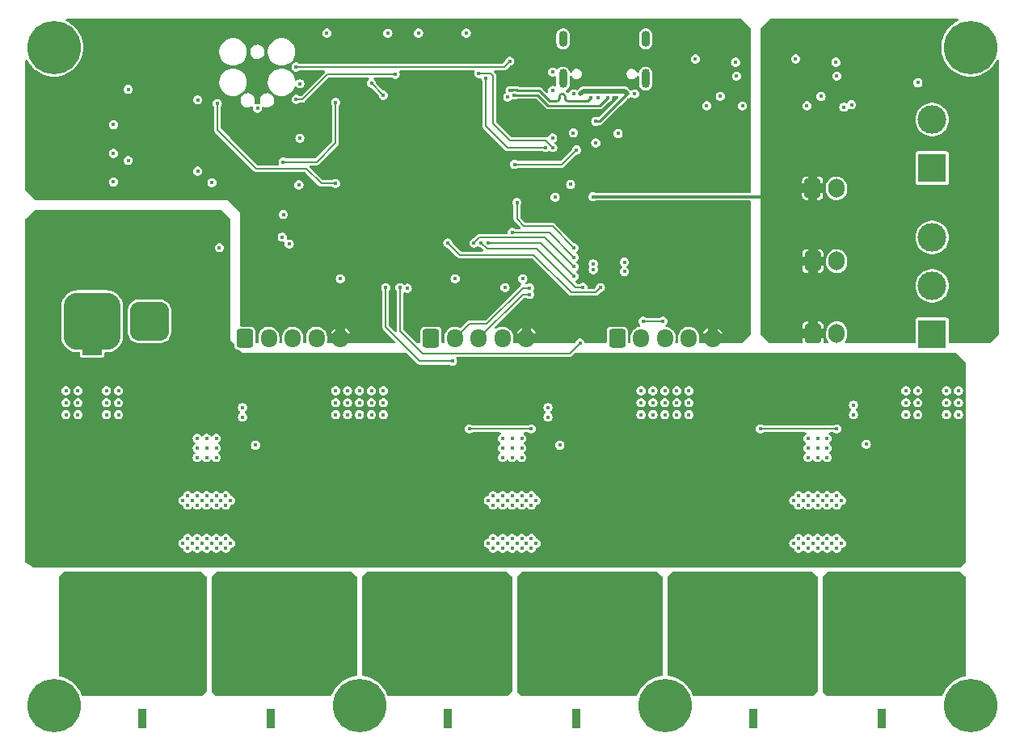
<source format=gbr>
%TF.GenerationSoftware,KiCad,Pcbnew,7.0.1*%
%TF.CreationDate,2023-07-17T00:52:35+01:00*%
%TF.ProjectId,Motor Driver Board,4d6f746f-7220-4447-9269-76657220426f,rev?*%
%TF.SameCoordinates,Original*%
%TF.FileFunction,Copper,L4,Bot*%
%TF.FilePolarity,Positive*%
%FSLAX46Y46*%
G04 Gerber Fmt 4.6, Leading zero omitted, Abs format (unit mm)*
G04 Created by KiCad (PCBNEW 7.0.1) date 2023-07-17 00:52:35*
%MOMM*%
%LPD*%
G01*
G04 APERTURE LIST*
G04 Aperture macros list*
%AMRoundRect*
0 Rectangle with rounded corners*
0 $1 Rounding radius*
0 $2 $3 $4 $5 $6 $7 $8 $9 X,Y pos of 4 corners*
0 Add a 4 corners polygon primitive as box body*
4,1,4,$2,$3,$4,$5,$6,$7,$8,$9,$2,$3,0*
0 Add four circle primitives for the rounded corners*
1,1,$1+$1,$2,$3*
1,1,$1+$1,$4,$5*
1,1,$1+$1,$6,$7*
1,1,$1+$1,$8,$9*
0 Add four rect primitives between the rounded corners*
20,1,$1+$1,$2,$3,$4,$5,0*
20,1,$1+$1,$4,$5,$6,$7,0*
20,1,$1+$1,$6,$7,$8,$9,0*
20,1,$1+$1,$8,$9,$2,$3,0*%
G04 Aperture macros list end*
%TA.AperFunction,ComponentPad*%
%ADD10RoundRect,0.250000X-0.600000X-0.750000X0.600000X-0.750000X0.600000X0.750000X-0.600000X0.750000X0*%
%TD*%
%TA.AperFunction,ComponentPad*%
%ADD11O,1.700000X2.000000*%
%TD*%
%TA.AperFunction,ComponentPad*%
%ADD12RoundRect,0.250000X-0.600000X-0.725000X0.600000X-0.725000X0.600000X0.725000X-0.600000X0.725000X0*%
%TD*%
%TA.AperFunction,ComponentPad*%
%ADD13O,1.700000X1.950000*%
%TD*%
%TA.AperFunction,ComponentPad*%
%ADD14C,5.600000*%
%TD*%
%TA.AperFunction,ComponentPad*%
%ADD15R,3.000000X3.000000*%
%TD*%
%TA.AperFunction,ComponentPad*%
%ADD16C,3.000000*%
%TD*%
%TA.AperFunction,ComponentPad*%
%ADD17RoundRect,1.025000X1.025000X1.025000X-1.025000X1.025000X-1.025000X-1.025000X1.025000X-1.025000X0*%
%TD*%
%TA.AperFunction,ComponentPad*%
%ADD18C,4.100000*%
%TD*%
%TA.AperFunction,ComponentPad*%
%ADD19R,0.900000X2.000000*%
%TD*%
%TA.AperFunction,ComponentPad*%
%ADD20O,0.900000X2.000000*%
%TD*%
%TA.AperFunction,ComponentPad*%
%ADD21O,0.900000X1.700000*%
%TD*%
%TA.AperFunction,ComponentPad*%
%ADD22RoundRect,1.025000X1.025000X-1.025000X1.025000X1.025000X-1.025000X1.025000X-1.025000X-1.025000X0*%
%TD*%
%TA.AperFunction,ComponentPad*%
%ADD23R,2.000000X0.900000*%
%TD*%
%TA.AperFunction,ComponentPad*%
%ADD24RoundRect,1.500000X1.500000X-1.500000X1.500000X1.500000X-1.500000X1.500000X-1.500000X-1.500000X0*%
%TD*%
%TA.AperFunction,ComponentPad*%
%ADD25C,6.000000*%
%TD*%
%TA.AperFunction,ViaPad*%
%ADD26C,0.450000*%
%TD*%
%TA.AperFunction,Conductor*%
%ADD27C,0.300000*%
%TD*%
%TA.AperFunction,Conductor*%
%ADD28C,0.500000*%
%TD*%
%TA.AperFunction,Conductor*%
%ADD29C,0.250000*%
%TD*%
%TA.AperFunction,Conductor*%
%ADD30C,0.200000*%
%TD*%
G04 APERTURE END LIST*
D10*
%TO.P,J201,1,Pin_1*%
%TO.N,+5V*%
X182500000Y-92975000D03*
D11*
%TO.P,J201,2,Pin_2*%
%TO.N,GND*%
X185000000Y-92975000D03*
%TD*%
D12*
%TO.P,J406,1,Pin_1*%
%TO.N,unconnected-(J406-Pin_1-Pad1)*%
X142500000Y-93500000D03*
D13*
%TO.P,J406,2,Pin_2*%
%TO.N,SDA2*%
X145000000Y-93500000D03*
%TO.P,J406,3,Pin_3*%
%TO.N,SCL2*%
X147500000Y-93500000D03*
%TO.P,J406,4,Pin_4*%
%TO.N,GND*%
X150000000Y-93500000D03*
%TO.P,J406,5,Pin_5*%
%TO.N,+3.3V*%
X152500000Y-93500000D03*
%TD*%
D14*
%TO.P,H106,1,1*%
%TO.N,unconnected-(H106-Pad1)*%
X167000000Y-132000000D03*
%TD*%
D15*
%TO.P,J302,1,Pin_1*%
%TO.N,/Microcontroller/CANH*%
X195000000Y-93080000D03*
D16*
%TO.P,J302,2,Pin_2*%
%TO.N,GND*%
X195000000Y-88000000D03*
%TO.P,J302,3,Pin_3*%
%TO.N,/Microcontroller/CANL*%
X195000000Y-82920000D03*
%TD*%
D17*
%TO.P,J404,1,-*%
%TO.N,/Motor Drivers/M2_OUT_B*%
X147400000Y-127350000D03*
D18*
%TO.P,J404,2,+*%
%TO.N,/Motor Drivers/M2_OUT_A*%
X154600000Y-127350000D03*
D19*
%TO.P,J404,SH1,SH1*%
%TO.N,unconnected-(J404-PadSH1)*%
X144250000Y-133350000D03*
%TO.P,J404,SH2,SH2*%
%TO.N,unconnected-(J404-PadSH2)*%
X157750000Y-133350000D03*
%TD*%
D20*
%TO.P,J303,S1,SHIELD*%
%TO.N,unconnected-(J303-SHIELD-PadS1)*%
X164975000Y-66270000D03*
%TO.P,J303,S2,SHIELD*%
%TO.N,unconnected-(J303-SHIELD-PadS2)*%
X156325000Y-66270000D03*
D21*
%TO.P,J303,S3,SHIELD*%
%TO.N,unconnected-(J303-SHIELD-PadS3)*%
X164975000Y-62100000D03*
%TO.P,J303,S4,SHIELD*%
%TO.N,unconnected-(J303-SHIELD-PadS4)*%
X156325000Y-62100000D03*
%TD*%
D10*
%TO.P,J204,1,Pin_1*%
%TO.N,+5V*%
X182475000Y-77775000D03*
D11*
%TO.P,J204,2,Pin_2*%
%TO.N,GND*%
X184975000Y-77775000D03*
%TD*%
D12*
%TO.P,J409,1,Pin_1*%
%TO.N,unconnected-(J409-Pin_1-Pad1)*%
X123000000Y-93500000D03*
D13*
%TO.P,J409,2,Pin_2*%
%TO.N,SDA4*%
X125500000Y-93500000D03*
%TO.P,J409,3,Pin_3*%
%TO.N,SCL4*%
X128000000Y-93500000D03*
%TO.P,J409,4,Pin_4*%
%TO.N,GND*%
X130500000Y-93500000D03*
%TO.P,J409,5,Pin_5*%
%TO.N,+3.3V*%
X133000000Y-93500000D03*
%TD*%
D10*
%TO.P,J203,1,Pin_1*%
%TO.N,+5V*%
X182500000Y-85400000D03*
D11*
%TO.P,J203,2,Pin_2*%
%TO.N,GND*%
X185000000Y-85400000D03*
%TD*%
D12*
%TO.P,J407,1,Pin_1*%
%TO.N,unconnected-(J407-Pin_1-Pad1)*%
X162000000Y-93500000D03*
D13*
%TO.P,J407,2,Pin_2*%
%TO.N,SDA3*%
X164500000Y-93500000D03*
%TO.P,J407,3,Pin_3*%
%TO.N,SCL3*%
X167000000Y-93500000D03*
%TO.P,J407,4,Pin_4*%
%TO.N,GND*%
X169500000Y-93500000D03*
%TO.P,J407,5,Pin_5*%
%TO.N,+3.3V*%
X172000000Y-93500000D03*
%TD*%
D22*
%TO.P,J403,1,-*%
%TO.N,GND*%
X113000000Y-91700000D03*
D18*
%TO.P,J403,2,+*%
%TO.N,VMOT*%
X113000000Y-84500000D03*
D23*
%TO.P,J403,SH1,SH1*%
%TO.N,GND*%
X107000000Y-94850000D03*
%TO.P,J403,SH2,SH2*%
%TO.N,VMOT*%
X107000000Y-81350000D03*
%TD*%
D24*
%TO.P,J405,1,-*%
%TO.N,GND*%
X107000000Y-91700000D03*
D25*
%TO.P,J405,2,+*%
%TO.N,VMOT*%
X107000000Y-84500000D03*
%TD*%
D17*
%TO.P,J402,1,-*%
%TO.N,/Motor Drivers/M1_OUT_B*%
X115400000Y-127350000D03*
D18*
%TO.P,J402,2,+*%
%TO.N,/Motor Drivers/M1_OUT_A*%
X122600000Y-127350000D03*
D19*
%TO.P,J402,SH1,SH1*%
%TO.N,unconnected-(J402-PadSH1)*%
X112250000Y-133350000D03*
%TO.P,J402,SH2,SH2*%
%TO.N,unconnected-(J402-PadSH2)*%
X125750000Y-133350000D03*
%TD*%
D14*
%TO.P,H105,1,1*%
%TO.N,unconnected-(H105-Pad1)*%
X135000000Y-132000000D03*
%TD*%
%TO.P,H101,1,1*%
%TO.N,unconnected-(H101-Pad1)*%
X103000000Y-63000000D03*
%TD*%
%TO.P,H103,1,1*%
%TO.N,unconnected-(H103-Pad1)*%
X199000000Y-63000000D03*
%TD*%
%TO.P,H102,1,1*%
%TO.N,unconnected-(H102-Pad1)*%
X103000000Y-132000000D03*
%TD*%
%TO.P,H104,1,1*%
%TO.N,unconnected-(H104-Pad1)*%
X199000000Y-132000000D03*
%TD*%
D15*
%TO.P,J202,1,Pin_1*%
%TO.N,VIN_RAW*%
X195000000Y-75640000D03*
D16*
%TO.P,J202,2,Pin_2*%
%TO.N,GND*%
X195000000Y-70560000D03*
%TD*%
D17*
%TO.P,J401,1,-*%
%TO.N,/Motor Drivers/M3_OUT_B*%
X179400000Y-127350000D03*
D18*
%TO.P,J401,2,+*%
%TO.N,/Motor Drivers/M3_OUT_A*%
X186600000Y-127350000D03*
D19*
%TO.P,J401,SH1,SH1*%
%TO.N,unconnected-(J401-PadSH1)*%
X176250000Y-133350000D03*
%TO.P,J401,SH2,SH2*%
%TO.N,unconnected-(J401-PadSH2)*%
X189750000Y-133350000D03*
%TD*%
D26*
%TO.N,GND*%
X184000000Y-105000000D03*
X151000000Y-115500000D03*
X183000000Y-104000000D03*
X148500000Y-110500000D03*
X119000000Y-104000000D03*
X119550000Y-77180000D03*
X152500000Y-110500000D03*
X153500000Y-110500000D03*
X150000000Y-110000000D03*
X197750000Y-99000000D03*
X105500000Y-99000000D03*
X117500000Y-110500000D03*
X120000000Y-111000000D03*
X133750000Y-100250000D03*
X126909000Y-82890000D03*
X193509265Y-66694517D03*
X154750000Y-101750000D03*
X127649000Y-83610000D03*
X157445000Y-67868000D03*
X172805319Y-68115708D03*
X119500000Y-110500000D03*
X136250000Y-100250000D03*
X183500000Y-110500000D03*
X121500000Y-110500000D03*
X183000000Y-111000000D03*
X151000000Y-106000000D03*
X137500000Y-100250000D03*
X136250000Y-101500000D03*
X196500000Y-100250000D03*
X104250000Y-99000000D03*
X133000000Y-87250000D03*
X183000000Y-114500000D03*
X105500000Y-100250000D03*
X155500000Y-78700000D03*
X109218376Y-74099387D03*
X174500000Y-66000000D03*
X120000000Y-106000000D03*
X184000000Y-104000000D03*
X197750000Y-100250000D03*
X185500000Y-115000000D03*
X162750000Y-85500000D03*
X160014651Y-68294500D03*
X109750000Y-100250000D03*
X181000000Y-110000000D03*
X153000000Y-114500000D03*
X116500000Y-110500000D03*
X181000000Y-114500000D03*
X183000000Y-110000000D03*
X155250000Y-65580000D03*
X135000000Y-101500000D03*
X120326046Y-83995933D03*
X181000000Y-111000000D03*
X184904000Y-64546000D03*
X120000000Y-115500000D03*
X180500000Y-115000000D03*
X185000000Y-111000000D03*
X169500000Y-101500000D03*
X118000000Y-105000000D03*
X167000000Y-99000000D03*
X167000000Y-101500000D03*
X109750000Y-99000000D03*
X109227411Y-77099085D03*
X182000000Y-104000000D03*
X121000000Y-115500000D03*
X152000000Y-111000000D03*
X151500000Y-115000000D03*
X118000000Y-111000000D03*
X159500000Y-85680000D03*
X193500000Y-101500000D03*
X152000000Y-115500000D03*
X193500000Y-100250000D03*
X108500000Y-101500000D03*
X151000000Y-105000000D03*
X117000000Y-115500000D03*
X151000000Y-110000000D03*
X180500000Y-110500000D03*
X151000000Y-114500000D03*
X182000000Y-115500000D03*
X117500000Y-115000000D03*
X165750000Y-99000000D03*
X186552364Y-68989020D03*
X182500000Y-110500000D03*
X122750000Y-100750000D03*
X165750000Y-101500000D03*
X185000000Y-114500000D03*
X120500000Y-110500000D03*
X150532000Y-68205000D03*
X167000000Y-100250000D03*
X118000000Y-110000000D03*
X154750000Y-100750000D03*
X117000000Y-114500000D03*
X183000000Y-115500000D03*
X184000000Y-106000000D03*
X119000000Y-115500000D03*
X193500000Y-99000000D03*
X150000000Y-104000000D03*
X192250000Y-99000000D03*
X150000000Y-111000000D03*
X181500000Y-110500000D03*
X152000000Y-104000000D03*
X155250000Y-67490000D03*
X118000000Y-114500000D03*
X164500000Y-100250000D03*
X110771157Y-74855411D03*
X192250000Y-100250000D03*
X141190000Y-61490000D03*
X120500000Y-115000000D03*
X108500000Y-99000000D03*
X185750000Y-69250000D03*
X124110000Y-104710000D03*
X150253036Y-88174681D03*
X153000000Y-110000000D03*
X128659000Y-77400000D03*
X185500000Y-110500000D03*
X157400000Y-71950000D03*
X151500000Y-110500000D03*
X150500000Y-115000000D03*
X146190000Y-61490000D03*
X118500000Y-110500000D03*
X183000000Y-105000000D03*
X149000000Y-115500000D03*
X181880473Y-69104307D03*
X121000000Y-110000000D03*
X136250000Y-99000000D03*
X196500000Y-101500000D03*
X184000000Y-110000000D03*
X181500000Y-115000000D03*
X183500000Y-115000000D03*
X109222894Y-71095171D03*
X140010000Y-88250000D03*
X120000000Y-104000000D03*
X181000000Y-115500000D03*
X150500000Y-110500000D03*
X137980000Y-61500000D03*
X117000000Y-110000000D03*
X183357251Y-68132598D03*
X180690000Y-64190000D03*
X151000000Y-104000000D03*
X182000000Y-106000000D03*
X118000000Y-115500000D03*
X105500000Y-101500000D03*
X159750000Y-73000000D03*
X149500000Y-110500000D03*
X145020000Y-87250000D03*
X184000000Y-114500000D03*
X104250000Y-100250000D03*
X182000000Y-111000000D03*
X152110000Y-87260000D03*
X152500000Y-115000000D03*
X121000000Y-111000000D03*
X149000000Y-111000000D03*
X133750000Y-101500000D03*
X110770000Y-67380000D03*
X119000000Y-114500000D03*
X119000000Y-106000000D03*
X152000000Y-114500000D03*
X132500000Y-100250000D03*
X152000000Y-105000000D03*
X155240000Y-72490000D03*
X153000000Y-115500000D03*
X150000000Y-114500000D03*
X183000000Y-106000000D03*
X169500000Y-100250000D03*
X163849000Y-67862000D03*
X196500000Y-99000000D03*
X109750000Y-101500000D03*
X128760000Y-66800000D03*
X185000000Y-66000000D03*
X132500000Y-99000000D03*
X131590000Y-61490000D03*
X188100000Y-104610000D03*
X168250000Y-99000000D03*
X127029000Y-80510000D03*
X182000000Y-110000000D03*
X120000000Y-114500000D03*
X118050000Y-75970000D03*
X182000000Y-114500000D03*
X137500000Y-99000000D03*
X164500000Y-99000000D03*
X148500000Y-115000000D03*
X182500000Y-115000000D03*
X162750000Y-86500000D03*
X175126687Y-69128801D03*
X135000000Y-99000000D03*
X151000000Y-111000000D03*
X192250000Y-101500000D03*
X133750000Y-99000000D03*
X186750000Y-100500000D03*
X120000000Y-105000000D03*
X156000000Y-104700000D03*
X124320000Y-69370000D03*
X157120000Y-77360000D03*
X108500000Y-100250000D03*
X118060000Y-68490000D03*
X122750000Y-101750000D03*
X152000000Y-110000000D03*
X149500000Y-115000000D03*
X162100000Y-72030000D03*
X119000000Y-111000000D03*
X152000000Y-106000000D03*
X174404000Y-64546000D03*
X135000000Y-100250000D03*
X137500000Y-101500000D03*
X184500000Y-115000000D03*
X118000000Y-106000000D03*
X184000000Y-111000000D03*
X184000000Y-115500000D03*
X150000000Y-115500000D03*
X119500000Y-115000000D03*
X168250000Y-100250000D03*
X117000000Y-111000000D03*
X150000000Y-105000000D03*
X197750000Y-101500000D03*
X184500000Y-110500000D03*
X165750000Y-100250000D03*
X119000000Y-110000000D03*
X169500000Y-99000000D03*
X185000000Y-115500000D03*
X168250000Y-101500000D03*
X182000000Y-105000000D03*
X164500000Y-101500000D03*
X153500000Y-115000000D03*
X153000000Y-111000000D03*
X118000000Y-104000000D03*
X185000000Y-110000000D03*
X121500000Y-115000000D03*
X128760000Y-72520000D03*
X149000000Y-114500000D03*
X171377949Y-69103887D03*
X149000000Y-110000000D03*
X132500000Y-101500000D03*
X150000000Y-106000000D03*
X170184121Y-64196321D03*
X120000000Y-110000000D03*
X159500000Y-86300000D03*
X119000000Y-105000000D03*
X121000000Y-114500000D03*
X118500000Y-115000000D03*
X186750000Y-101500000D03*
X116500000Y-115000000D03*
X104250000Y-101500000D03*
%TO.N,+3.3V*%
X171400000Y-72500000D03*
X153600000Y-86200000D03*
X167500000Y-71600000D03*
X162750000Y-87500000D03*
X159000000Y-81300000D03*
X126899000Y-78080000D03*
X162750000Y-84500000D03*
X127659000Y-77380000D03*
X155240000Y-71520000D03*
X166800000Y-72500000D03*
X155500000Y-76300000D03*
X136500000Y-87250000D03*
X174100000Y-71800000D03*
X132000000Y-87250000D03*
X143810000Y-61500000D03*
X128760000Y-73480000D03*
X118050000Y-64090000D03*
X119560000Y-76220000D03*
X140980000Y-88250000D03*
X173200000Y-72500000D03*
X133970000Y-61510000D03*
X169335834Y-86448775D03*
X155250000Y-64620000D03*
X128760000Y-67760000D03*
X133970000Y-87260000D03*
X123410000Y-62060000D03*
X172300000Y-71800000D03*
X145990000Y-87250000D03*
X168200000Y-72500000D03*
X118050000Y-71550000D03*
X152851420Y-89904407D03*
X138810000Y-61500000D03*
X169700000Y-72500000D03*
X124399081Y-79558729D03*
X151160000Y-87270000D03*
X171400000Y-71000000D03*
X164890000Y-79910000D03*
%TO.N,+5V*%
X177974113Y-71599408D03*
X181874113Y-72499408D03*
X180174113Y-72499408D03*
X178674113Y-72499408D03*
X159480000Y-78640000D03*
X184574113Y-71799408D03*
X181874113Y-70999408D03*
X182774113Y-71799408D03*
X177274113Y-72499408D03*
X183674113Y-72499408D03*
%TO.N,VBUS*%
X163048000Y-67860000D03*
X158175000Y-67877000D03*
X159750000Y-70750000D03*
%TO.N,OSC32K*%
X127000000Y-75000000D03*
X132500000Y-68750000D03*
%TO.N,SDA2*%
X152841270Y-88210260D03*
%TO.N,SCL2*%
X152842776Y-88890964D03*
%TO.N,NRST*%
X132500000Y-77250000D03*
X120115000Y-68885000D03*
%TO.N,VREF*%
X185000000Y-103000000D03*
X153000000Y-103000000D03*
X177000000Y-103000000D03*
X146500000Y-103000000D03*
%TO.N,USB_DN*%
X151229810Y-67979810D03*
X161007030Y-68278403D03*
%TO.N,USB_DP*%
X150770190Y-67520190D03*
X159250000Y-68250000D03*
%TO.N,SWCLK*%
X128350000Y-65050000D03*
X150750000Y-64440000D03*
%TO.N,MOSI*%
X148500000Y-83500000D03*
X157500000Y-87000000D03*
%TO.N,MISO*%
X158408041Y-88146671D03*
X147747013Y-83466870D03*
%TO.N,CS*%
X151000000Y-82398048D03*
X157500000Y-85000000D03*
%TO.N,SCK*%
X157500000Y-86000000D03*
X147000000Y-83500000D03*
%TO.N,SWO*%
X138750000Y-65800000D03*
X128360000Y-68440000D03*
%TO.N,BOOT0*%
X157750000Y-73725500D03*
X151250000Y-75250000D03*
X136250000Y-66750000D03*
X137500000Y-68000000D03*
%TO.N,CAN_TX*%
X155250000Y-73500000D03*
X147500000Y-65750000D03*
%TO.N,CAN_RX*%
X154500000Y-73500000D03*
X148250000Y-66225500D03*
%TO.N,VMOT*%
X111000000Y-112000000D03*
X159000000Y-111050000D03*
X144005000Y-114050000D03*
X158000000Y-114050000D03*
X112000000Y-112000000D03*
X128000000Y-114000000D03*
X127000000Y-111000000D03*
X160000000Y-112050000D03*
X189987500Y-114100000D03*
X176100000Y-112100000D03*
X190987500Y-111100000D03*
X173100000Y-111100000D03*
X158000000Y-111050000D03*
X143005000Y-111050000D03*
X191987500Y-114100000D03*
X174100000Y-113100000D03*
X144005000Y-113050000D03*
X129000000Y-111000000D03*
X109000000Y-112000000D03*
X159000000Y-113050000D03*
X192987500Y-114100000D03*
X129000000Y-112000000D03*
X127000000Y-112000000D03*
X141005000Y-111050000D03*
X160000000Y-114050000D03*
X126000000Y-111000000D03*
X173100000Y-114100000D03*
X143005000Y-113050000D03*
X126000000Y-113000000D03*
X175100000Y-112100000D03*
X189987500Y-111100000D03*
X158000000Y-113050000D03*
X143005000Y-114050000D03*
X112000000Y-114000000D03*
X144005000Y-112050000D03*
X112000000Y-111000000D03*
X142005000Y-114050000D03*
X142005000Y-111050000D03*
X189987500Y-113100000D03*
X110000000Y-114000000D03*
X112000000Y-113000000D03*
X161000000Y-112050000D03*
X128000000Y-113000000D03*
X109000000Y-113000000D03*
X176100000Y-114100000D03*
X174100000Y-111100000D03*
X142005000Y-112050000D03*
X109000000Y-111000000D03*
X191987500Y-113100000D03*
X110000000Y-112000000D03*
X141005000Y-114050000D03*
X129000000Y-113000000D03*
X176100000Y-111100000D03*
X159000000Y-112050000D03*
X144005000Y-111050000D03*
X190987500Y-112100000D03*
X191987500Y-111100000D03*
X161000000Y-113050000D03*
X142005000Y-113050000D03*
X127000000Y-113000000D03*
X126000000Y-112000000D03*
X129000000Y-114000000D03*
X109000000Y-114000000D03*
X159000000Y-114050000D03*
X175100000Y-113100000D03*
X143005000Y-112050000D03*
X111000000Y-111000000D03*
X191987500Y-112100000D03*
X173100000Y-112100000D03*
X158000000Y-112050000D03*
X127000000Y-114000000D03*
X160000000Y-113050000D03*
X111000000Y-114000000D03*
X161000000Y-111050000D03*
X128000000Y-111000000D03*
X160000000Y-111050000D03*
X126000000Y-114000000D03*
X128000000Y-112000000D03*
X175100000Y-111100000D03*
X190987500Y-114100000D03*
X161000000Y-114050000D03*
X141005000Y-112050000D03*
X110000000Y-113000000D03*
X175100000Y-114100000D03*
X141005000Y-113050000D03*
X173100000Y-113100000D03*
X174100000Y-112100000D03*
X110000000Y-111000000D03*
X174100000Y-114100000D03*
X190987500Y-113100000D03*
X192987500Y-111100000D03*
X192987500Y-112100000D03*
X192987500Y-113100000D03*
X176100000Y-113100000D03*
X189987500Y-112100000D03*
X111000000Y-113000000D03*
%TO.N,/Motor Drivers/M3_OUT_B*%
X174000000Y-121100000D03*
X175000000Y-122100000D03*
X173000000Y-121100000D03*
X173000000Y-122100000D03*
X176000000Y-119100000D03*
X175000000Y-120100000D03*
X174000000Y-119100000D03*
X176000000Y-122100000D03*
X175000000Y-119100000D03*
X173000000Y-119100000D03*
X175000000Y-121100000D03*
X174000000Y-120100000D03*
X174000000Y-122100000D03*
X176000000Y-120100000D03*
X176000000Y-121100000D03*
X173000000Y-120100000D03*
%TO.N,/Motor Drivers/M3_OUT_A*%
X190000000Y-120100000D03*
X193000000Y-119100000D03*
X191000000Y-120100000D03*
X190000000Y-121100000D03*
X193000000Y-121100000D03*
X192000000Y-122100000D03*
X190000000Y-122100000D03*
X193000000Y-120100000D03*
X193000000Y-122100000D03*
X191000000Y-119100000D03*
X191000000Y-122100000D03*
X192000000Y-121100000D03*
X190000000Y-119100000D03*
X192000000Y-119100000D03*
X192000000Y-120100000D03*
X191000000Y-121100000D03*
%TO.N,/Motor Drivers/M1_OUT_B*%
X112000000Y-120850000D03*
X109000000Y-119850000D03*
X111000000Y-119850000D03*
X110000000Y-119850000D03*
X111000000Y-120850000D03*
X110000000Y-118850000D03*
X109000000Y-121850000D03*
X109000000Y-118850000D03*
X111000000Y-121850000D03*
X112000000Y-119850000D03*
X111000000Y-118850000D03*
X109000000Y-120850000D03*
X110000000Y-121850000D03*
X110000000Y-120850000D03*
X112000000Y-118850000D03*
X112000000Y-121850000D03*
%TO.N,/Motor Drivers/M1_OUT_A*%
X129000000Y-120850000D03*
X129000000Y-119850000D03*
X127000000Y-118850000D03*
X128000000Y-120850000D03*
X129000000Y-118850000D03*
X128000000Y-119850000D03*
X129000000Y-121850000D03*
X127000000Y-120850000D03*
X126000000Y-118850000D03*
X126000000Y-121850000D03*
X126000000Y-119850000D03*
X128000000Y-121850000D03*
X128000000Y-118850000D03*
X126000000Y-120850000D03*
X127000000Y-119850000D03*
X127000000Y-121850000D03*
%TO.N,/Motor Drivers/M2_OUT_B*%
X143000000Y-121850000D03*
X144000000Y-120850000D03*
X143000000Y-119850000D03*
X142000000Y-121850000D03*
X142000000Y-120850000D03*
X141000000Y-120850000D03*
X143000000Y-120850000D03*
X141000000Y-119850000D03*
X141000000Y-118850000D03*
X144000000Y-119850000D03*
X143000000Y-118850000D03*
X142000000Y-119850000D03*
X144000000Y-121850000D03*
X141000000Y-121850000D03*
X144000000Y-118850000D03*
X142000000Y-118850000D03*
%TO.N,/Motor Drivers/M2_OUT_A*%
X159000000Y-118850000D03*
X158000000Y-121850000D03*
X159000000Y-121850000D03*
X158000000Y-120850000D03*
X158000000Y-119850000D03*
X161000000Y-120850000D03*
X158000000Y-118850000D03*
X160000000Y-118850000D03*
X159000000Y-119850000D03*
X160000000Y-119850000D03*
X159000000Y-120850000D03*
X161000000Y-121850000D03*
X161000000Y-119850000D03*
X160000000Y-120850000D03*
X161000000Y-118850000D03*
X160000000Y-121850000D03*
%TO.N,IMU_INT1*%
X160254383Y-88169911D03*
X144250000Y-83500000D03*
%TO.N,IMU_INT2*%
X157500000Y-84000000D03*
X151500000Y-79250000D03*
%TO.N,M2_SO*%
X137750000Y-88200000D03*
X144750000Y-95900000D03*
%TO.N,M3_NFAULT*%
X166800000Y-91700000D03*
X164700000Y-91700000D03*
%TO.N,M3_SO*%
X158100000Y-94000000D03*
X139250000Y-88200000D03*
%TD*%
D27*
%TO.N,+5V*%
X159480000Y-78640000D02*
X178360000Y-78640000D01*
X178360000Y-78640000D02*
X179225000Y-77775000D01*
X179225000Y-77775000D02*
X182475000Y-77775000D01*
D28*
%TO.N,VBUS*%
X162763000Y-67575000D02*
X158477000Y-67575000D01*
X158477000Y-67575000D02*
X158175000Y-67877000D01*
X163048000Y-67860000D02*
X162763000Y-67575000D01*
D29*
X160158000Y-70750000D02*
X163048000Y-67860000D01*
X159750000Y-70750000D02*
X160158000Y-70750000D01*
D30*
%TO.N,OSC32K*%
X130500000Y-75000000D02*
X132500000Y-73000000D01*
X127000000Y-75000000D02*
X130500000Y-75000000D01*
X132500000Y-73000000D02*
X132500000Y-68750000D01*
%TO.N,SDA2*%
X152841270Y-88210260D02*
X152089740Y-88210260D01*
X148300000Y-92000000D02*
X146500000Y-92000000D01*
X152089740Y-88210260D02*
X148300000Y-92000000D01*
X146500000Y-92000000D02*
X145000000Y-93500000D01*
%TO.N,SCL2*%
X152109036Y-88890964D02*
X147500000Y-93500000D01*
X152842776Y-88890964D02*
X152109036Y-88890964D01*
%TO.N,NRST*%
X129475500Y-75725500D02*
X131000000Y-77250000D01*
X131000000Y-77250000D02*
X132500000Y-77250000D01*
X120115000Y-71615000D02*
X124225500Y-75725500D01*
X120115000Y-68885000D02*
X120115000Y-71615000D01*
X124225500Y-75725500D02*
X129475500Y-75725500D01*
%TO.N,VREF*%
X185000000Y-103000000D02*
X177000000Y-103000000D01*
X153000000Y-103000000D02*
X146500000Y-103000000D01*
D29*
%TO.N,USB_DN*%
X160202433Y-69083000D02*
X161007030Y-68278403D01*
X151229810Y-67979810D02*
X151239429Y-67970191D01*
X154764800Y-69083000D02*
X160202433Y-69083000D01*
X151239429Y-67970191D02*
X153651991Y-67970191D01*
X153651991Y-67970191D02*
X154764800Y-69083000D01*
%TO.N,USB_DP*%
X151001992Y-67429810D02*
X150911612Y-67520190D01*
X153838390Y-67520190D02*
X151548008Y-67520190D01*
X150911612Y-67520190D02*
X150770190Y-67520190D01*
X156548000Y-68333000D02*
X156548000Y-68161288D01*
X155648000Y-68633000D02*
X155376282Y-68633000D01*
X155948000Y-68161288D02*
X155948000Y-68333000D01*
X151457628Y-67429810D02*
X151001992Y-67429810D01*
X151548008Y-67520190D02*
X151457628Y-67429810D01*
X159250000Y-68250000D02*
X158867000Y-68633000D01*
X158867000Y-68633000D02*
X156848000Y-68633000D01*
X154951200Y-68633000D02*
X153838390Y-67520190D01*
X155376282Y-68633000D02*
X154951200Y-68633000D01*
X156548012Y-68161288D02*
G75*
G03*
X156248000Y-67861288I-300012J-12D01*
G01*
X156248000Y-67861300D02*
G75*
G03*
X155948000Y-68161288I0J-300000D01*
G01*
X156548000Y-68333000D02*
G75*
G03*
X156848000Y-68633000I300000J0D01*
G01*
X155648000Y-68633000D02*
G75*
G03*
X155948000Y-68333000I0J300000D01*
G01*
D30*
%TO.N,SWCLK*%
X150140000Y-65050000D02*
X128350000Y-65050000D01*
X150750000Y-64440000D02*
X150140000Y-65050000D01*
%TO.N,MOSI*%
X154000000Y-83500000D02*
X157500000Y-87000000D01*
X148500000Y-83500000D02*
X154000000Y-83500000D01*
%TO.N,MISO*%
X158408041Y-88146671D02*
X157646671Y-88146671D01*
X148359183Y-84101646D02*
X147747013Y-83489476D01*
X157646671Y-88146671D02*
X153601646Y-84101646D01*
X147747013Y-83489476D02*
X147747013Y-83466870D01*
X153601646Y-84101646D02*
X148359183Y-84101646D01*
%TO.N,CS*%
X151000000Y-82398048D02*
X154898048Y-82398048D01*
X154898048Y-82398048D02*
X157500000Y-85000000D01*
%TO.N,SCK*%
X147548872Y-82922548D02*
X154422548Y-82922548D01*
X147000000Y-83500000D02*
X147000000Y-83471420D01*
X147000000Y-83471420D02*
X147548872Y-82922548D01*
X154422548Y-82922548D02*
X157500000Y-86000000D01*
%TO.N,SWO*%
X129010000Y-68440000D02*
X128360000Y-68440000D01*
X138750000Y-65800000D02*
X131650000Y-65800000D01*
X131650000Y-65800000D02*
X129010000Y-68440000D01*
%TO.N,BOOT0*%
X156225500Y-75250000D02*
X151250000Y-75250000D01*
X157750000Y-73725500D02*
X156225500Y-75250000D01*
X136250000Y-66750000D02*
X137500000Y-68000000D01*
%TO.N,CAN_TX*%
X148700500Y-65700500D02*
X149000000Y-66000000D01*
X149000000Y-66000000D02*
X149000000Y-71000000D01*
X149000000Y-71000000D02*
X150750000Y-72750000D01*
X147500000Y-65750000D02*
X147549500Y-65700500D01*
X154500000Y-72750000D02*
X155250000Y-73500000D01*
X150750000Y-72750000D02*
X154500000Y-72750000D01*
X147549500Y-65700500D02*
X148700500Y-65700500D01*
%TO.N,CAN_RX*%
X148250000Y-66225500D02*
X148250000Y-71250000D01*
X148250000Y-71250000D02*
X150500000Y-73500000D01*
X150500000Y-73500000D02*
X154500000Y-73500000D01*
%TO.N,IMU_INT1*%
X157171671Y-88671671D02*
X159752623Y-88671671D01*
X145500000Y-84750000D02*
X153250000Y-84750000D01*
X153250000Y-84750000D02*
X157171671Y-88671671D01*
X144250000Y-83500000D02*
X145500000Y-84750000D01*
X159752623Y-88671671D02*
X160254383Y-88169911D01*
%TO.N,IMU_INT2*%
X155250000Y-81750000D02*
X152250000Y-81750000D01*
X157500000Y-84000000D02*
X155250000Y-81750000D01*
X152250000Y-81750000D02*
X151500000Y-81000000D01*
X151500000Y-81000000D02*
X151500000Y-79250000D01*
%TO.N,M2_SO*%
X141300000Y-95900000D02*
X144750000Y-95900000D01*
X137750000Y-92350000D02*
X141300000Y-95900000D01*
X137750000Y-88200000D02*
X137750000Y-92350000D01*
%TO.N,M3_NFAULT*%
X166800000Y-91700000D02*
X164700000Y-91700000D01*
%TO.N,M3_SO*%
X157000000Y-95100000D02*
X158100000Y-94000000D01*
X139250000Y-92750000D02*
X141600000Y-95100000D01*
X141600000Y-95100000D02*
X157000000Y-95100000D01*
X139250000Y-88200000D02*
X139250000Y-92750000D01*
%TD*%
%TA.AperFunction,Conductor*%
%TO.N,/Motor Drivers/M3_OUT_A*%
G36*
X197996091Y-118009439D02*
G01*
X198036319Y-118036319D01*
X198463681Y-118463681D01*
X198490561Y-118503909D01*
X198500000Y-118551362D01*
X198500000Y-128835310D01*
X198486694Y-128891191D01*
X198449633Y-128935080D01*
X198396770Y-128957558D01*
X198308991Y-128972471D01*
X197974353Y-129068879D01*
X197652625Y-129202144D01*
X197347836Y-129370595D01*
X197063818Y-129572115D01*
X196804161Y-129804161D01*
X196572115Y-130063818D01*
X196370595Y-130347836D01*
X196202144Y-130652625D01*
X196089964Y-130923453D01*
X196063084Y-130963681D01*
X196022856Y-130990561D01*
X195975403Y-131000000D01*
X184051362Y-131000000D01*
X184003909Y-130990561D01*
X183963681Y-130963681D01*
X183536319Y-130536319D01*
X183509439Y-130496091D01*
X183500000Y-130448638D01*
X183500000Y-118551362D01*
X183509439Y-118503909D01*
X183536319Y-118463681D01*
X183963681Y-118036319D01*
X184003909Y-118009439D01*
X184051362Y-118000000D01*
X197948638Y-118000000D01*
X197996091Y-118009439D01*
G37*
%TD.AperFunction*%
%TD*%
%TA.AperFunction,Conductor*%
%TO.N,/Motor Drivers/M1_OUT_A*%
G36*
X134246091Y-118009439D02*
G01*
X134286319Y-118036319D01*
X134713681Y-118463681D01*
X134740561Y-118503909D01*
X134750000Y-118551362D01*
X134750000Y-128792833D01*
X134736695Y-128848714D01*
X134699634Y-128892603D01*
X134646771Y-128915081D01*
X134308990Y-128972472D01*
X133974353Y-129068879D01*
X133652625Y-129202144D01*
X133347836Y-129370595D01*
X133063818Y-129572115D01*
X132804161Y-129804161D01*
X132572115Y-130063818D01*
X132370595Y-130347836D01*
X132202144Y-130652625D01*
X132089964Y-130923453D01*
X132063084Y-130963681D01*
X132022856Y-130990561D01*
X131975403Y-131000000D01*
X120051362Y-131000000D01*
X120003909Y-130990561D01*
X119963681Y-130963681D01*
X119536319Y-130536319D01*
X119509439Y-130496091D01*
X119500000Y-130448638D01*
X119500000Y-118551362D01*
X119509439Y-118503909D01*
X119536319Y-118463681D01*
X119963681Y-118036319D01*
X120003909Y-118009439D01*
X120051362Y-118000000D01*
X134198638Y-118000000D01*
X134246091Y-118009439D01*
G37*
%TD.AperFunction*%
%TD*%
%TA.AperFunction,Conductor*%
%TO.N,/Motor Drivers/M3_OUT_B*%
G36*
X182496091Y-118009439D02*
G01*
X182536319Y-118036319D01*
X182963681Y-118463681D01*
X182990561Y-118503909D01*
X183000000Y-118551362D01*
X183000000Y-130448638D01*
X182990561Y-130496091D01*
X182963681Y-130536319D01*
X182536319Y-130963681D01*
X182496091Y-130990561D01*
X182448638Y-131000000D01*
X170024597Y-131000000D01*
X169977144Y-130990561D01*
X169936916Y-130963681D01*
X169910036Y-130923453D01*
X169797855Y-130652625D01*
X169797855Y-130652624D01*
X169629405Y-130347836D01*
X169427888Y-130063824D01*
X169427884Y-130063818D01*
X169294082Y-129914095D01*
X169195839Y-129804161D01*
X169097594Y-129716364D01*
X168936181Y-129572115D01*
X168812453Y-129484326D01*
X168652164Y-129370595D01*
X168347376Y-129202145D01*
X168347374Y-129202144D01*
X168025646Y-129068879D01*
X167760999Y-128992635D01*
X167691013Y-128972473D01*
X167691011Y-128972472D01*
X167691009Y-128972472D01*
X167353229Y-128915081D01*
X167300366Y-128892603D01*
X167263305Y-128848714D01*
X167250000Y-128792833D01*
X167250000Y-118551362D01*
X167259439Y-118503909D01*
X167286319Y-118463681D01*
X167713681Y-118036319D01*
X167753909Y-118009439D01*
X167801362Y-118000000D01*
X182448638Y-118000000D01*
X182496091Y-118009439D01*
G37*
%TD.AperFunction*%
%TD*%
%TA.AperFunction,Conductor*%
%TO.N,/Motor Drivers/M1_OUT_B*%
G36*
X118496091Y-118009439D02*
G01*
X118536319Y-118036319D01*
X118963681Y-118463681D01*
X118990561Y-118503909D01*
X119000000Y-118551362D01*
X119000000Y-130448638D01*
X118990561Y-130496091D01*
X118963681Y-130536319D01*
X118536319Y-130963681D01*
X118496091Y-130990561D01*
X118448638Y-131000000D01*
X106024597Y-131000000D01*
X105977144Y-130990561D01*
X105936916Y-130963681D01*
X105910036Y-130923453D01*
X105797855Y-130652625D01*
X105797855Y-130652624D01*
X105629405Y-130347836D01*
X105427888Y-130063824D01*
X105427884Y-130063818D01*
X105294082Y-129914095D01*
X105195839Y-129804161D01*
X105097594Y-129716364D01*
X104936181Y-129572115D01*
X104812453Y-129484326D01*
X104652164Y-129370595D01*
X104347376Y-129202145D01*
X104347374Y-129202144D01*
X104025646Y-129068879D01*
X103691008Y-128972471D01*
X103603230Y-128957558D01*
X103550367Y-128935080D01*
X103513306Y-128891191D01*
X103500000Y-128835310D01*
X103500000Y-118551362D01*
X103509439Y-118503909D01*
X103536319Y-118463681D01*
X103963681Y-118036319D01*
X104003909Y-118009439D01*
X104051362Y-118000000D01*
X118448638Y-118000000D01*
X118496091Y-118009439D01*
G37*
%TD.AperFunction*%
%TD*%
%TA.AperFunction,Conductor*%
%TO.N,/Motor Drivers/M2_OUT_B*%
G36*
X150496091Y-118009439D02*
G01*
X150536319Y-118036319D01*
X150963681Y-118463681D01*
X150990561Y-118503909D01*
X151000000Y-118551362D01*
X151000000Y-130448638D01*
X150990561Y-130496091D01*
X150963681Y-130536319D01*
X150536319Y-130963681D01*
X150496091Y-130990561D01*
X150448638Y-131000000D01*
X138024597Y-131000000D01*
X137977144Y-130990561D01*
X137936916Y-130963681D01*
X137910036Y-130923453D01*
X137797855Y-130652625D01*
X137797855Y-130652624D01*
X137629405Y-130347836D01*
X137427888Y-130063824D01*
X137427884Y-130063818D01*
X137294082Y-129914095D01*
X137195839Y-129804161D01*
X137097594Y-129716364D01*
X136936181Y-129572115D01*
X136812453Y-129484326D01*
X136652164Y-129370595D01*
X136347376Y-129202145D01*
X136347374Y-129202144D01*
X136025646Y-129068879D01*
X135760999Y-128992635D01*
X135691013Y-128972473D01*
X135691011Y-128972472D01*
X135691009Y-128972472D01*
X135353229Y-128915081D01*
X135300366Y-128892603D01*
X135263305Y-128848714D01*
X135250000Y-128792833D01*
X135250000Y-118551362D01*
X135259439Y-118503909D01*
X135286319Y-118463681D01*
X135713681Y-118036319D01*
X135753909Y-118009439D01*
X135801362Y-118000000D01*
X150448638Y-118000000D01*
X150496091Y-118009439D01*
G37*
%TD.AperFunction*%
%TD*%
%TA.AperFunction,Conductor*%
%TO.N,/Motor Drivers/M2_OUT_A*%
G36*
X166246091Y-118009439D02*
G01*
X166286319Y-118036319D01*
X166713681Y-118463681D01*
X166740561Y-118503909D01*
X166750000Y-118551362D01*
X166750000Y-128792834D01*
X166736695Y-128848715D01*
X166699633Y-128892604D01*
X166646770Y-128915081D01*
X166596189Y-128923675D01*
X166308991Y-128972471D01*
X165974353Y-129068879D01*
X165652625Y-129202144D01*
X165347836Y-129370595D01*
X165063818Y-129572115D01*
X164804161Y-129804161D01*
X164572115Y-130063818D01*
X164370595Y-130347836D01*
X164202144Y-130652625D01*
X164089964Y-130923453D01*
X164063084Y-130963681D01*
X164022856Y-130990561D01*
X163975403Y-131000000D01*
X152051362Y-131000000D01*
X152003909Y-130990561D01*
X151963681Y-130963681D01*
X151536319Y-130536319D01*
X151509439Y-130496091D01*
X151500000Y-130448638D01*
X151500000Y-118551362D01*
X151509439Y-118503909D01*
X151536319Y-118463681D01*
X151963681Y-118036319D01*
X152003909Y-118009439D01*
X152051362Y-118000000D01*
X166198638Y-118000000D01*
X166246091Y-118009439D01*
G37*
%TD.AperFunction*%
%TD*%
%TA.AperFunction,Conductor*%
%TO.N,VMOT*%
G36*
X120496091Y-80009439D02*
G01*
X120536319Y-80036319D01*
X121463681Y-80963681D01*
X121490561Y-81003909D01*
X121500000Y-81051362D01*
X121500000Y-93750000D01*
X121863181Y-94113181D01*
X121890061Y-94153409D01*
X121899500Y-94200860D01*
X121899500Y-94272869D01*
X121905909Y-94332484D01*
X121926573Y-94387886D01*
X121956204Y-94467331D01*
X122042454Y-94582546D01*
X122157669Y-94668796D01*
X122292517Y-94719091D01*
X122352127Y-94725500D01*
X122424139Y-94725499D01*
X122471589Y-94734938D01*
X122511818Y-94761818D01*
X122750000Y-95000000D01*
X139852956Y-95000000D01*
X139900409Y-95009439D01*
X139940637Y-95036319D01*
X141017361Y-96113043D01*
X141033489Y-96132903D01*
X141038563Y-96140669D01*
X141061473Y-96158500D01*
X141072492Y-96168232D01*
X141081120Y-96174391D01*
X141088359Y-96179559D01*
X141092420Y-96182587D01*
X141130874Y-96212517D01*
X141130876Y-96212517D01*
X141136775Y-96217109D01*
X141190593Y-96233131D01*
X141195437Y-96234682D01*
X141241512Y-96250500D01*
X141241514Y-96250500D01*
X141248578Y-96252925D01*
X141256043Y-96252616D01*
X141256046Y-96252617D01*
X141304668Y-96250605D01*
X141309792Y-96250500D01*
X144379466Y-96250500D01*
X144446503Y-96270183D01*
X144550439Y-96336978D01*
X144681633Y-96375500D01*
X144818367Y-96375500D01*
X144949561Y-96336978D01*
X145064589Y-96263055D01*
X145154130Y-96159718D01*
X145210931Y-96035342D01*
X145230390Y-95900000D01*
X145210931Y-95764658D01*
X145154130Y-95640282D01*
X145154129Y-95640281D01*
X145147613Y-95626012D01*
X145136723Y-95565654D01*
X145156091Y-95507461D01*
X145200980Y-95465668D01*
X145260407Y-95450500D01*
X156950788Y-95450500D01*
X156976234Y-95453139D01*
X156977556Y-95453416D01*
X156985315Y-95455043D01*
X157011364Y-95451795D01*
X157014123Y-95451452D01*
X157028795Y-95450541D01*
X157048013Y-95447334D01*
X157053069Y-95446596D01*
X157101393Y-95440573D01*
X157101394Y-95440572D01*
X157108808Y-95439648D01*
X157115378Y-95436092D01*
X157115381Y-95436092D01*
X157158201Y-95412918D01*
X157162747Y-95410577D01*
X157206484Y-95389198D01*
X157206486Y-95389195D01*
X157213195Y-95385916D01*
X157218254Y-95380419D01*
X157218258Y-95380418D01*
X157251254Y-95344572D01*
X157254756Y-95340924D01*
X157559362Y-95036318D01*
X157599590Y-95009439D01*
X157647043Y-95000000D01*
X197448638Y-95000000D01*
X197496091Y-95009439D01*
X197536319Y-95036319D01*
X198463681Y-95963681D01*
X198490561Y-96003909D01*
X198500000Y-96051362D01*
X198500000Y-116948638D01*
X198490561Y-116996091D01*
X198463681Y-117036319D01*
X198036319Y-117463681D01*
X197996091Y-117490561D01*
X197948638Y-117500000D01*
X100787544Y-117500000D01*
X100751611Y-117494679D01*
X100718761Y-117479174D01*
X100055717Y-117037144D01*
X100015172Y-116992480D01*
X100000500Y-116933970D01*
X100000500Y-114999999D01*
X116019610Y-114999999D01*
X116039068Y-115135342D01*
X116095869Y-115259717D01*
X116185412Y-115363056D01*
X116300437Y-115436977D01*
X116300439Y-115436978D01*
X116431633Y-115475500D01*
X116431635Y-115475500D01*
X116443347Y-115478939D01*
X116502125Y-115516713D01*
X116531150Y-115580268D01*
X116539068Y-115635342D01*
X116595869Y-115759717D01*
X116685412Y-115863056D01*
X116800437Y-115936977D01*
X116800439Y-115936978D01*
X116931633Y-115975500D01*
X117068367Y-115975500D01*
X117199561Y-115936978D01*
X117314589Y-115863055D01*
X117404130Y-115759718D01*
X117404130Y-115759716D01*
X117406286Y-115757229D01*
X117448488Y-115725637D01*
X117500000Y-115714431D01*
X117551512Y-115725637D01*
X117593714Y-115757229D01*
X117595869Y-115759716D01*
X117595870Y-115759718D01*
X117685411Y-115863055D01*
X117685412Y-115863056D01*
X117800437Y-115936977D01*
X117800439Y-115936978D01*
X117931633Y-115975500D01*
X118068367Y-115975500D01*
X118199561Y-115936978D01*
X118314589Y-115863055D01*
X118404130Y-115759718D01*
X118404130Y-115759716D01*
X118406286Y-115757229D01*
X118448488Y-115725637D01*
X118500000Y-115714431D01*
X118551512Y-115725637D01*
X118593714Y-115757229D01*
X118595869Y-115759716D01*
X118595870Y-115759718D01*
X118685411Y-115863055D01*
X118685412Y-115863056D01*
X118800437Y-115936977D01*
X118800439Y-115936978D01*
X118931633Y-115975500D01*
X119068367Y-115975500D01*
X119199561Y-115936978D01*
X119314589Y-115863055D01*
X119404130Y-115759718D01*
X119404130Y-115759716D01*
X119406286Y-115757229D01*
X119448488Y-115725637D01*
X119500000Y-115714431D01*
X119551512Y-115725637D01*
X119593714Y-115757229D01*
X119595869Y-115759716D01*
X119595870Y-115759718D01*
X119685411Y-115863055D01*
X119685412Y-115863056D01*
X119800437Y-115936977D01*
X119800439Y-115936978D01*
X119931633Y-115975500D01*
X120068367Y-115975500D01*
X120199561Y-115936978D01*
X120314589Y-115863055D01*
X120404130Y-115759718D01*
X120404130Y-115759716D01*
X120406286Y-115757229D01*
X120448488Y-115725637D01*
X120500000Y-115714431D01*
X120551512Y-115725637D01*
X120593714Y-115757229D01*
X120595869Y-115759716D01*
X120595870Y-115759718D01*
X120685411Y-115863055D01*
X120685412Y-115863056D01*
X120800437Y-115936977D01*
X120800439Y-115936978D01*
X120931633Y-115975500D01*
X121068367Y-115975500D01*
X121199561Y-115936978D01*
X121314589Y-115863055D01*
X121404130Y-115759718D01*
X121460931Y-115635342D01*
X121468849Y-115580269D01*
X121484200Y-115535916D01*
X121514935Y-115500445D01*
X121556653Y-115478939D01*
X121568365Y-115475500D01*
X121568367Y-115475500D01*
X121699561Y-115436978D01*
X121814589Y-115363055D01*
X121904130Y-115259718D01*
X121960931Y-115135342D01*
X121980390Y-115000000D01*
X148019610Y-115000000D01*
X148039068Y-115135342D01*
X148095869Y-115259717D01*
X148185412Y-115363056D01*
X148300437Y-115436977D01*
X148300439Y-115436978D01*
X148431633Y-115475500D01*
X148431635Y-115475500D01*
X148443347Y-115478939D01*
X148502125Y-115516713D01*
X148531150Y-115580268D01*
X148539068Y-115635342D01*
X148595869Y-115759717D01*
X148685412Y-115863056D01*
X148800437Y-115936977D01*
X148800439Y-115936978D01*
X148931633Y-115975500D01*
X149068367Y-115975500D01*
X149199561Y-115936978D01*
X149314589Y-115863055D01*
X149404130Y-115759718D01*
X149404130Y-115759716D01*
X149406286Y-115757229D01*
X149448488Y-115725637D01*
X149500000Y-115714431D01*
X149551512Y-115725637D01*
X149593714Y-115757229D01*
X149595869Y-115759716D01*
X149595870Y-115759718D01*
X149685411Y-115863055D01*
X149685412Y-115863056D01*
X149800437Y-115936977D01*
X149800439Y-115936978D01*
X149931633Y-115975500D01*
X150068367Y-115975500D01*
X150199561Y-115936978D01*
X150314589Y-115863055D01*
X150404130Y-115759718D01*
X150404130Y-115759716D01*
X150406286Y-115757229D01*
X150448488Y-115725637D01*
X150500000Y-115714431D01*
X150551512Y-115725637D01*
X150593714Y-115757229D01*
X150595869Y-115759716D01*
X150595870Y-115759718D01*
X150685411Y-115863055D01*
X150685412Y-115863056D01*
X150800437Y-115936977D01*
X150800439Y-115936978D01*
X150931633Y-115975500D01*
X151068367Y-115975500D01*
X151199561Y-115936978D01*
X151314589Y-115863055D01*
X151404130Y-115759718D01*
X151404130Y-115759716D01*
X151406286Y-115757229D01*
X151448488Y-115725637D01*
X151500000Y-115714431D01*
X151551512Y-115725637D01*
X151593714Y-115757229D01*
X151595869Y-115759716D01*
X151595870Y-115759718D01*
X151685411Y-115863055D01*
X151685412Y-115863056D01*
X151800437Y-115936977D01*
X151800439Y-115936978D01*
X151931633Y-115975500D01*
X152068367Y-115975500D01*
X152199561Y-115936978D01*
X152314589Y-115863055D01*
X152404130Y-115759718D01*
X152404130Y-115759716D01*
X152406286Y-115757229D01*
X152448488Y-115725637D01*
X152500000Y-115714431D01*
X152551512Y-115725637D01*
X152593714Y-115757229D01*
X152595869Y-115759716D01*
X152595870Y-115759718D01*
X152685411Y-115863055D01*
X152685412Y-115863056D01*
X152800437Y-115936977D01*
X152800439Y-115936978D01*
X152931633Y-115975500D01*
X153068367Y-115975500D01*
X153199561Y-115936978D01*
X153314589Y-115863055D01*
X153404130Y-115759718D01*
X153460931Y-115635342D01*
X153468849Y-115580269D01*
X153484200Y-115535916D01*
X153514935Y-115500445D01*
X153556653Y-115478939D01*
X153568365Y-115475500D01*
X153568367Y-115475500D01*
X153699561Y-115436978D01*
X153814589Y-115363055D01*
X153904130Y-115259718D01*
X153960931Y-115135342D01*
X153980390Y-115000000D01*
X180019610Y-115000000D01*
X180039068Y-115135342D01*
X180095869Y-115259717D01*
X180185412Y-115363056D01*
X180300437Y-115436977D01*
X180300439Y-115436978D01*
X180431633Y-115475500D01*
X180431635Y-115475500D01*
X180443347Y-115478939D01*
X180502125Y-115516713D01*
X180531150Y-115580268D01*
X180539068Y-115635342D01*
X180595869Y-115759717D01*
X180685412Y-115863056D01*
X180800437Y-115936977D01*
X180800439Y-115936978D01*
X180931633Y-115975500D01*
X181068367Y-115975500D01*
X181199561Y-115936978D01*
X181314589Y-115863055D01*
X181404130Y-115759718D01*
X181404130Y-115759716D01*
X181406286Y-115757229D01*
X181448488Y-115725637D01*
X181500000Y-115714431D01*
X181551512Y-115725637D01*
X181593714Y-115757229D01*
X181595869Y-115759716D01*
X181595870Y-115759718D01*
X181685411Y-115863055D01*
X181685412Y-115863056D01*
X181800437Y-115936977D01*
X181800439Y-115936978D01*
X181931633Y-115975500D01*
X182068367Y-115975500D01*
X182199561Y-115936978D01*
X182314589Y-115863055D01*
X182404130Y-115759718D01*
X182404130Y-115759716D01*
X182406286Y-115757229D01*
X182448488Y-115725637D01*
X182500000Y-115714431D01*
X182551512Y-115725637D01*
X182593714Y-115757229D01*
X182595869Y-115759716D01*
X182595870Y-115759718D01*
X182685411Y-115863055D01*
X182685412Y-115863056D01*
X182800437Y-115936977D01*
X182800439Y-115936978D01*
X182931633Y-115975500D01*
X183068367Y-115975500D01*
X183199561Y-115936978D01*
X183314589Y-115863055D01*
X183404130Y-115759718D01*
X183404130Y-115759716D01*
X183406286Y-115757229D01*
X183448488Y-115725637D01*
X183500000Y-115714431D01*
X183551512Y-115725637D01*
X183593714Y-115757229D01*
X183595869Y-115759716D01*
X183595870Y-115759718D01*
X183685411Y-115863055D01*
X183685412Y-115863056D01*
X183800437Y-115936977D01*
X183800439Y-115936978D01*
X183931633Y-115975500D01*
X184068367Y-115975500D01*
X184199561Y-115936978D01*
X184314589Y-115863055D01*
X184404130Y-115759718D01*
X184404130Y-115759716D01*
X184406286Y-115757229D01*
X184448488Y-115725637D01*
X184500000Y-115714431D01*
X184551512Y-115725637D01*
X184593714Y-115757229D01*
X184595869Y-115759716D01*
X184595870Y-115759718D01*
X184685411Y-115863055D01*
X184685412Y-115863056D01*
X184800437Y-115936977D01*
X184800439Y-115936978D01*
X184931633Y-115975500D01*
X185068367Y-115975500D01*
X185199561Y-115936978D01*
X185314589Y-115863055D01*
X185404130Y-115759718D01*
X185460931Y-115635342D01*
X185468849Y-115580269D01*
X185484200Y-115535916D01*
X185514935Y-115500445D01*
X185556653Y-115478939D01*
X185568365Y-115475500D01*
X185568367Y-115475500D01*
X185699561Y-115436978D01*
X185814589Y-115363055D01*
X185904130Y-115259718D01*
X185960931Y-115135342D01*
X185980390Y-115000000D01*
X185960931Y-114864658D01*
X185904130Y-114740282D01*
X185814589Y-114636945D01*
X185814588Y-114636944D01*
X185814587Y-114636943D01*
X185699562Y-114563022D01*
X185556652Y-114521060D01*
X185514935Y-114499553D01*
X185484200Y-114464083D01*
X185468849Y-114419729D01*
X185460931Y-114364657D01*
X185404130Y-114240282D01*
X185314587Y-114136943D01*
X185199562Y-114063022D01*
X185068367Y-114024500D01*
X184931633Y-114024500D01*
X184800437Y-114063022D01*
X184685410Y-114136944D01*
X184593713Y-114242770D01*
X184551512Y-114274362D01*
X184500000Y-114285568D01*
X184448488Y-114274362D01*
X184406287Y-114242770D01*
X184314589Y-114136944D01*
X184199562Y-114063022D01*
X184068367Y-114024500D01*
X183931633Y-114024500D01*
X183800437Y-114063022D01*
X183685410Y-114136944D01*
X183593713Y-114242770D01*
X183551512Y-114274362D01*
X183500000Y-114285568D01*
X183448488Y-114274362D01*
X183406287Y-114242770D01*
X183314589Y-114136944D01*
X183199562Y-114063022D01*
X183068367Y-114024500D01*
X182931633Y-114024500D01*
X182800437Y-114063022D01*
X182685410Y-114136944D01*
X182593713Y-114242770D01*
X182551512Y-114274362D01*
X182500000Y-114285568D01*
X182448488Y-114274362D01*
X182406287Y-114242770D01*
X182314589Y-114136944D01*
X182199562Y-114063022D01*
X182068367Y-114024500D01*
X181931633Y-114024500D01*
X181800437Y-114063022D01*
X181685410Y-114136944D01*
X181593713Y-114242770D01*
X181551512Y-114274362D01*
X181500000Y-114285568D01*
X181448488Y-114274362D01*
X181406287Y-114242770D01*
X181314589Y-114136944D01*
X181199562Y-114063022D01*
X181068367Y-114024500D01*
X180931633Y-114024500D01*
X180800437Y-114063022D01*
X180685412Y-114136943D01*
X180595869Y-114240282D01*
X180539068Y-114364657D01*
X180531150Y-114419731D01*
X180502125Y-114483286D01*
X180443347Y-114521060D01*
X180300437Y-114563022D01*
X180185412Y-114636943D01*
X180095869Y-114740282D01*
X180039068Y-114864657D01*
X180019610Y-115000000D01*
X153980390Y-115000000D01*
X153960931Y-114864658D01*
X153904130Y-114740282D01*
X153814589Y-114636945D01*
X153814588Y-114636944D01*
X153814587Y-114636943D01*
X153699562Y-114563022D01*
X153556652Y-114521060D01*
X153514935Y-114499553D01*
X153484200Y-114464083D01*
X153468849Y-114419729D01*
X153460931Y-114364657D01*
X153404130Y-114240282D01*
X153314587Y-114136943D01*
X153199562Y-114063022D01*
X153068367Y-114024500D01*
X152931633Y-114024500D01*
X152800437Y-114063022D01*
X152685410Y-114136944D01*
X152593713Y-114242770D01*
X152551512Y-114274362D01*
X152500000Y-114285568D01*
X152448488Y-114274362D01*
X152406287Y-114242770D01*
X152314589Y-114136944D01*
X152199562Y-114063022D01*
X152068367Y-114024500D01*
X151931633Y-114024500D01*
X151800437Y-114063022D01*
X151685410Y-114136944D01*
X151593713Y-114242770D01*
X151551512Y-114274362D01*
X151500000Y-114285568D01*
X151448488Y-114274362D01*
X151406287Y-114242770D01*
X151314589Y-114136944D01*
X151199562Y-114063022D01*
X151068367Y-114024500D01*
X150931633Y-114024500D01*
X150800437Y-114063022D01*
X150685410Y-114136944D01*
X150593713Y-114242770D01*
X150551512Y-114274362D01*
X150500000Y-114285568D01*
X150448488Y-114274362D01*
X150406287Y-114242770D01*
X150314589Y-114136944D01*
X150199562Y-114063022D01*
X150068367Y-114024500D01*
X149931633Y-114024500D01*
X149800437Y-114063022D01*
X149685410Y-114136944D01*
X149593713Y-114242770D01*
X149551512Y-114274362D01*
X149500000Y-114285568D01*
X149448488Y-114274362D01*
X149406287Y-114242770D01*
X149314589Y-114136944D01*
X149199562Y-114063022D01*
X149068367Y-114024500D01*
X148931633Y-114024500D01*
X148800437Y-114063022D01*
X148685412Y-114136943D01*
X148595869Y-114240282D01*
X148539068Y-114364657D01*
X148531150Y-114419731D01*
X148502125Y-114483286D01*
X148443347Y-114521060D01*
X148300437Y-114563022D01*
X148185412Y-114636943D01*
X148095869Y-114740282D01*
X148039068Y-114864657D01*
X148019610Y-115000000D01*
X121980390Y-115000000D01*
X121960931Y-114864658D01*
X121904130Y-114740282D01*
X121814589Y-114636945D01*
X121814588Y-114636944D01*
X121814587Y-114636943D01*
X121699562Y-114563022D01*
X121556652Y-114521060D01*
X121514935Y-114499553D01*
X121484200Y-114464083D01*
X121468849Y-114419729D01*
X121460931Y-114364657D01*
X121404130Y-114240282D01*
X121314587Y-114136943D01*
X121199562Y-114063022D01*
X121068367Y-114024500D01*
X120931633Y-114024500D01*
X120800437Y-114063022D01*
X120685410Y-114136944D01*
X120593713Y-114242770D01*
X120551512Y-114274362D01*
X120500000Y-114285568D01*
X120448488Y-114274362D01*
X120406287Y-114242770D01*
X120314589Y-114136944D01*
X120199562Y-114063022D01*
X120068367Y-114024500D01*
X119931633Y-114024500D01*
X119800437Y-114063022D01*
X119685410Y-114136944D01*
X119593713Y-114242770D01*
X119551512Y-114274362D01*
X119500000Y-114285568D01*
X119448488Y-114274362D01*
X119406287Y-114242770D01*
X119314589Y-114136944D01*
X119199562Y-114063022D01*
X119068367Y-114024500D01*
X118931633Y-114024500D01*
X118800437Y-114063022D01*
X118685410Y-114136944D01*
X118593713Y-114242770D01*
X118551512Y-114274362D01*
X118500000Y-114285568D01*
X118448488Y-114274362D01*
X118406287Y-114242770D01*
X118314589Y-114136944D01*
X118199562Y-114063022D01*
X118068367Y-114024500D01*
X117931633Y-114024500D01*
X117800437Y-114063022D01*
X117685410Y-114136944D01*
X117593713Y-114242770D01*
X117551512Y-114274362D01*
X117500000Y-114285568D01*
X117448488Y-114274362D01*
X117406287Y-114242770D01*
X117314589Y-114136944D01*
X117199562Y-114063022D01*
X117068367Y-114024500D01*
X116931633Y-114024500D01*
X116800437Y-114063022D01*
X116685412Y-114136943D01*
X116595869Y-114240282D01*
X116539068Y-114364657D01*
X116531150Y-114419731D01*
X116502125Y-114483286D01*
X116443347Y-114521060D01*
X116300437Y-114563022D01*
X116185412Y-114636943D01*
X116095869Y-114740282D01*
X116039068Y-114864657D01*
X116019610Y-114999999D01*
X100000500Y-114999999D01*
X100000500Y-110500000D01*
X116019610Y-110500000D01*
X116039068Y-110635342D01*
X116095869Y-110759717D01*
X116185412Y-110863056D01*
X116300437Y-110936977D01*
X116300439Y-110936978D01*
X116431633Y-110975500D01*
X116431635Y-110975500D01*
X116443347Y-110978939D01*
X116502125Y-111016713D01*
X116531150Y-111080268D01*
X116539068Y-111135342D01*
X116595869Y-111259717D01*
X116685412Y-111363056D01*
X116800437Y-111436977D01*
X116800439Y-111436978D01*
X116931633Y-111475500D01*
X117068367Y-111475500D01*
X117199561Y-111436978D01*
X117314589Y-111363055D01*
X117404130Y-111259718D01*
X117404130Y-111259715D01*
X117406285Y-111257230D01*
X117448486Y-111225637D01*
X117499998Y-111214431D01*
X117551510Y-111225637D01*
X117593712Y-111257229D01*
X117685410Y-111363055D01*
X117800437Y-111436977D01*
X117800439Y-111436978D01*
X117931633Y-111475500D01*
X118068367Y-111475500D01*
X118199561Y-111436978D01*
X118314589Y-111363055D01*
X118404130Y-111259718D01*
X118404130Y-111259715D01*
X118406285Y-111257230D01*
X118448486Y-111225637D01*
X118499998Y-111214431D01*
X118551510Y-111225637D01*
X118593712Y-111257229D01*
X118685410Y-111363055D01*
X118800437Y-111436977D01*
X118800439Y-111436978D01*
X118931633Y-111475500D01*
X119068367Y-111475500D01*
X119199561Y-111436978D01*
X119314589Y-111363055D01*
X119404130Y-111259718D01*
X119404130Y-111259715D01*
X119406285Y-111257230D01*
X119448486Y-111225637D01*
X119499998Y-111214431D01*
X119551510Y-111225637D01*
X119593712Y-111257229D01*
X119685410Y-111363055D01*
X119800437Y-111436977D01*
X119800439Y-111436978D01*
X119931633Y-111475500D01*
X120068367Y-111475500D01*
X120199561Y-111436978D01*
X120314589Y-111363055D01*
X120404130Y-111259718D01*
X120404130Y-111259715D01*
X120406285Y-111257230D01*
X120448486Y-111225637D01*
X120499998Y-111214431D01*
X120551510Y-111225637D01*
X120593712Y-111257229D01*
X120685410Y-111363055D01*
X120800437Y-111436977D01*
X120800439Y-111436978D01*
X120931633Y-111475500D01*
X121068367Y-111475500D01*
X121199561Y-111436978D01*
X121314589Y-111363055D01*
X121404130Y-111259718D01*
X121460931Y-111135342D01*
X121468849Y-111080269D01*
X121484200Y-111035916D01*
X121514935Y-111000445D01*
X121556653Y-110978939D01*
X121568365Y-110975500D01*
X121568367Y-110975500D01*
X121699561Y-110936978D01*
X121814589Y-110863055D01*
X121904130Y-110759718D01*
X121960931Y-110635342D01*
X121980390Y-110500000D01*
X148019610Y-110500000D01*
X148039068Y-110635342D01*
X148095869Y-110759717D01*
X148185412Y-110863056D01*
X148300437Y-110936977D01*
X148300439Y-110936978D01*
X148431633Y-110975500D01*
X148431635Y-110975500D01*
X148443347Y-110978939D01*
X148502125Y-111016713D01*
X148531150Y-111080268D01*
X148539068Y-111135342D01*
X148595869Y-111259717D01*
X148685412Y-111363056D01*
X148800437Y-111436977D01*
X148800439Y-111436978D01*
X148931633Y-111475500D01*
X149068367Y-111475500D01*
X149199561Y-111436978D01*
X149314589Y-111363055D01*
X149404130Y-111259718D01*
X149404130Y-111259716D01*
X149406286Y-111257229D01*
X149448488Y-111225637D01*
X149500000Y-111214431D01*
X149551512Y-111225637D01*
X149593714Y-111257229D01*
X149595869Y-111259716D01*
X149595870Y-111259718D01*
X149685411Y-111363055D01*
X149685412Y-111363056D01*
X149800437Y-111436977D01*
X149800439Y-111436978D01*
X149931633Y-111475500D01*
X150068367Y-111475500D01*
X150199561Y-111436978D01*
X150314589Y-111363055D01*
X150404130Y-111259718D01*
X150404130Y-111259716D01*
X150406286Y-111257229D01*
X150448488Y-111225637D01*
X150500000Y-111214431D01*
X150551512Y-111225637D01*
X150593714Y-111257229D01*
X150595869Y-111259716D01*
X150595870Y-111259718D01*
X150685411Y-111363055D01*
X150685412Y-111363056D01*
X150800437Y-111436977D01*
X150800439Y-111436978D01*
X150931633Y-111475500D01*
X151068367Y-111475500D01*
X151199561Y-111436978D01*
X151314589Y-111363055D01*
X151404130Y-111259718D01*
X151404130Y-111259716D01*
X151406286Y-111257229D01*
X151448488Y-111225637D01*
X151500000Y-111214431D01*
X151551512Y-111225637D01*
X151593714Y-111257229D01*
X151595869Y-111259716D01*
X151595870Y-111259718D01*
X151685411Y-111363055D01*
X151685412Y-111363056D01*
X151800437Y-111436977D01*
X151800439Y-111436978D01*
X151931633Y-111475500D01*
X152068367Y-111475500D01*
X152199561Y-111436978D01*
X152314589Y-111363055D01*
X152404130Y-111259718D01*
X152404130Y-111259716D01*
X152406286Y-111257229D01*
X152448488Y-111225637D01*
X152500000Y-111214431D01*
X152551512Y-111225637D01*
X152593714Y-111257229D01*
X152595869Y-111259716D01*
X152595870Y-111259718D01*
X152685411Y-111363055D01*
X152685412Y-111363056D01*
X152800437Y-111436977D01*
X152800439Y-111436978D01*
X152931633Y-111475500D01*
X153068367Y-111475500D01*
X153199561Y-111436978D01*
X153314589Y-111363055D01*
X153404130Y-111259718D01*
X153460931Y-111135342D01*
X153468849Y-111080269D01*
X153484200Y-111035916D01*
X153514935Y-111000445D01*
X153556653Y-110978939D01*
X153568365Y-110975500D01*
X153568367Y-110975500D01*
X153699561Y-110936978D01*
X153814589Y-110863055D01*
X153904130Y-110759718D01*
X153960931Y-110635342D01*
X153980390Y-110500000D01*
X153980390Y-110499999D01*
X180019610Y-110499999D01*
X180039068Y-110635342D01*
X180095869Y-110759717D01*
X180185412Y-110863056D01*
X180300437Y-110936977D01*
X180300439Y-110936978D01*
X180431633Y-110975500D01*
X180431635Y-110975500D01*
X180443347Y-110978939D01*
X180502125Y-111016713D01*
X180531150Y-111080268D01*
X180539068Y-111135342D01*
X180595869Y-111259717D01*
X180685412Y-111363056D01*
X180800437Y-111436977D01*
X180800439Y-111436978D01*
X180931633Y-111475500D01*
X181068367Y-111475500D01*
X181199561Y-111436978D01*
X181314589Y-111363055D01*
X181404130Y-111259718D01*
X181404130Y-111259716D01*
X181406286Y-111257229D01*
X181448488Y-111225637D01*
X181500000Y-111214431D01*
X181551512Y-111225637D01*
X181593714Y-111257229D01*
X181595869Y-111259716D01*
X181595870Y-111259718D01*
X181685411Y-111363055D01*
X181685412Y-111363056D01*
X181800437Y-111436977D01*
X181800439Y-111436978D01*
X181931633Y-111475500D01*
X182068367Y-111475500D01*
X182199561Y-111436978D01*
X182314589Y-111363055D01*
X182404130Y-111259718D01*
X182404130Y-111259716D01*
X182406286Y-111257229D01*
X182448488Y-111225637D01*
X182500000Y-111214431D01*
X182551512Y-111225637D01*
X182593714Y-111257229D01*
X182595869Y-111259716D01*
X182595870Y-111259718D01*
X182685411Y-111363055D01*
X182685412Y-111363056D01*
X182800437Y-111436977D01*
X182800439Y-111436978D01*
X182931633Y-111475500D01*
X183068367Y-111475500D01*
X183199561Y-111436978D01*
X183314589Y-111363055D01*
X183404130Y-111259718D01*
X183404130Y-111259716D01*
X183406286Y-111257229D01*
X183448488Y-111225637D01*
X183500000Y-111214431D01*
X183551512Y-111225637D01*
X183593714Y-111257229D01*
X183595869Y-111259716D01*
X183595870Y-111259718D01*
X183685411Y-111363055D01*
X183685412Y-111363056D01*
X183800437Y-111436977D01*
X183800439Y-111436978D01*
X183931633Y-111475500D01*
X184068367Y-111475500D01*
X184199561Y-111436978D01*
X184314589Y-111363055D01*
X184404130Y-111259718D01*
X184404130Y-111259716D01*
X184406286Y-111257229D01*
X184448488Y-111225637D01*
X184500000Y-111214431D01*
X184551512Y-111225637D01*
X184593714Y-111257229D01*
X184595869Y-111259716D01*
X184595870Y-111259718D01*
X184685411Y-111363055D01*
X184685412Y-111363056D01*
X184800437Y-111436977D01*
X184800439Y-111436978D01*
X184931633Y-111475500D01*
X185068367Y-111475500D01*
X185199561Y-111436978D01*
X185314589Y-111363055D01*
X185404130Y-111259718D01*
X185460931Y-111135342D01*
X185468849Y-111080269D01*
X185484200Y-111035916D01*
X185514935Y-111000445D01*
X185556653Y-110978939D01*
X185568365Y-110975500D01*
X185568367Y-110975500D01*
X185699561Y-110936978D01*
X185814589Y-110863055D01*
X185904130Y-110759718D01*
X185960931Y-110635342D01*
X185980390Y-110500000D01*
X185960931Y-110364658D01*
X185904130Y-110240282D01*
X185814589Y-110136945D01*
X185814588Y-110136944D01*
X185814587Y-110136943D01*
X185699562Y-110063022D01*
X185556652Y-110021060D01*
X185514935Y-109999553D01*
X185484200Y-109964083D01*
X185468849Y-109919729D01*
X185460931Y-109864657D01*
X185404130Y-109740282D01*
X185314587Y-109636943D01*
X185199562Y-109563022D01*
X185068367Y-109524500D01*
X184931633Y-109524500D01*
X184800437Y-109563022D01*
X184685410Y-109636944D01*
X184593713Y-109742770D01*
X184551512Y-109774362D01*
X184500000Y-109785568D01*
X184448488Y-109774362D01*
X184406287Y-109742770D01*
X184314589Y-109636944D01*
X184199562Y-109563022D01*
X184068367Y-109524500D01*
X183931633Y-109524500D01*
X183800437Y-109563022D01*
X183685410Y-109636944D01*
X183593713Y-109742770D01*
X183551512Y-109774362D01*
X183500000Y-109785568D01*
X183448488Y-109774362D01*
X183406287Y-109742770D01*
X183314589Y-109636944D01*
X183199562Y-109563022D01*
X183068367Y-109524500D01*
X182931633Y-109524500D01*
X182800437Y-109563022D01*
X182685410Y-109636944D01*
X182593713Y-109742770D01*
X182551512Y-109774362D01*
X182500000Y-109785568D01*
X182448488Y-109774362D01*
X182406287Y-109742770D01*
X182314589Y-109636944D01*
X182199562Y-109563022D01*
X182068367Y-109524500D01*
X181931633Y-109524500D01*
X181800437Y-109563022D01*
X181685410Y-109636944D01*
X181593713Y-109742770D01*
X181551512Y-109774362D01*
X181500000Y-109785568D01*
X181448488Y-109774362D01*
X181406287Y-109742770D01*
X181314589Y-109636944D01*
X181199562Y-109563022D01*
X181068367Y-109524500D01*
X180931633Y-109524500D01*
X180800437Y-109563022D01*
X180685412Y-109636943D01*
X180595869Y-109740282D01*
X180539068Y-109864657D01*
X180531150Y-109919731D01*
X180502125Y-109983286D01*
X180443347Y-110021060D01*
X180300437Y-110063022D01*
X180185412Y-110136943D01*
X180095869Y-110240282D01*
X180039068Y-110364657D01*
X180019610Y-110499999D01*
X153980390Y-110499999D01*
X153960931Y-110364658D01*
X153904130Y-110240282D01*
X153814589Y-110136945D01*
X153814588Y-110136944D01*
X153814587Y-110136943D01*
X153699562Y-110063022D01*
X153556652Y-110021060D01*
X153514935Y-109999553D01*
X153484200Y-109964083D01*
X153468849Y-109919729D01*
X153460931Y-109864657D01*
X153404130Y-109740282D01*
X153314587Y-109636943D01*
X153199562Y-109563022D01*
X153068367Y-109524500D01*
X152931633Y-109524500D01*
X152800437Y-109563022D01*
X152685410Y-109636944D01*
X152593713Y-109742770D01*
X152551512Y-109774362D01*
X152500000Y-109785568D01*
X152448488Y-109774362D01*
X152406287Y-109742770D01*
X152314589Y-109636944D01*
X152199562Y-109563022D01*
X152068367Y-109524500D01*
X151931633Y-109524500D01*
X151800437Y-109563022D01*
X151685410Y-109636944D01*
X151593713Y-109742770D01*
X151551512Y-109774362D01*
X151500000Y-109785568D01*
X151448488Y-109774362D01*
X151406287Y-109742770D01*
X151314589Y-109636944D01*
X151199562Y-109563022D01*
X151068367Y-109524500D01*
X150931633Y-109524500D01*
X150800437Y-109563022D01*
X150685410Y-109636944D01*
X150593713Y-109742770D01*
X150551512Y-109774362D01*
X150500000Y-109785568D01*
X150448488Y-109774362D01*
X150406287Y-109742770D01*
X150314589Y-109636944D01*
X150199562Y-109563022D01*
X150068367Y-109524500D01*
X149931633Y-109524500D01*
X149800437Y-109563022D01*
X149685410Y-109636944D01*
X149593713Y-109742770D01*
X149551512Y-109774362D01*
X149500000Y-109785568D01*
X149448488Y-109774362D01*
X149406287Y-109742770D01*
X149314589Y-109636944D01*
X149199562Y-109563022D01*
X149068367Y-109524500D01*
X148931633Y-109524500D01*
X148800437Y-109563022D01*
X148685412Y-109636943D01*
X148595869Y-109740282D01*
X148539068Y-109864657D01*
X148531150Y-109919731D01*
X148502125Y-109983286D01*
X148443347Y-110021060D01*
X148300437Y-110063022D01*
X148185412Y-110136943D01*
X148095869Y-110240282D01*
X148039068Y-110364657D01*
X148019610Y-110500000D01*
X121980390Y-110500000D01*
X121960931Y-110364658D01*
X121904130Y-110240282D01*
X121814589Y-110136945D01*
X121814588Y-110136944D01*
X121814587Y-110136943D01*
X121699562Y-110063022D01*
X121556652Y-110021060D01*
X121514935Y-109999553D01*
X121484200Y-109964083D01*
X121468849Y-109919729D01*
X121460931Y-109864657D01*
X121404130Y-109740282D01*
X121314587Y-109636943D01*
X121199562Y-109563022D01*
X121068367Y-109524500D01*
X120931633Y-109524500D01*
X120800437Y-109563022D01*
X120685410Y-109636944D01*
X120593713Y-109742770D01*
X120551512Y-109774362D01*
X120500000Y-109785568D01*
X120448488Y-109774362D01*
X120406287Y-109742770D01*
X120314589Y-109636944D01*
X120199562Y-109563022D01*
X120068367Y-109524500D01*
X119931633Y-109524500D01*
X119800437Y-109563022D01*
X119685410Y-109636944D01*
X119593713Y-109742770D01*
X119551512Y-109774362D01*
X119500000Y-109785568D01*
X119448488Y-109774362D01*
X119406287Y-109742770D01*
X119314589Y-109636944D01*
X119199562Y-109563022D01*
X119068367Y-109524500D01*
X118931633Y-109524500D01*
X118800437Y-109563022D01*
X118685410Y-109636944D01*
X118593713Y-109742770D01*
X118551512Y-109774362D01*
X118500000Y-109785568D01*
X118448488Y-109774362D01*
X118406287Y-109742770D01*
X118314589Y-109636944D01*
X118199562Y-109563022D01*
X118068367Y-109524500D01*
X117931633Y-109524500D01*
X117800437Y-109563022D01*
X117685410Y-109636944D01*
X117593713Y-109742770D01*
X117551512Y-109774362D01*
X117500000Y-109785568D01*
X117448488Y-109774362D01*
X117406287Y-109742770D01*
X117314589Y-109636944D01*
X117199562Y-109563022D01*
X117068367Y-109524500D01*
X116931633Y-109524500D01*
X116800437Y-109563022D01*
X116685412Y-109636943D01*
X116595869Y-109740282D01*
X116539068Y-109864657D01*
X116531150Y-109919731D01*
X116502125Y-109983286D01*
X116443347Y-110021060D01*
X116300437Y-110063022D01*
X116185412Y-110136943D01*
X116095869Y-110240282D01*
X116039068Y-110364657D01*
X116019610Y-110500000D01*
X100000500Y-110500000D01*
X100000500Y-106000000D01*
X117519610Y-106000000D01*
X117539068Y-106135342D01*
X117595869Y-106259717D01*
X117685412Y-106363056D01*
X117800437Y-106436977D01*
X117800439Y-106436978D01*
X117931633Y-106475500D01*
X118068367Y-106475500D01*
X118199561Y-106436978D01*
X118314589Y-106363055D01*
X118404130Y-106259718D01*
X118404130Y-106259716D01*
X118406286Y-106257229D01*
X118448488Y-106225637D01*
X118500000Y-106214431D01*
X118551512Y-106225637D01*
X118593714Y-106257229D01*
X118595869Y-106259716D01*
X118595870Y-106259718D01*
X118685411Y-106363055D01*
X118685412Y-106363056D01*
X118800437Y-106436977D01*
X118800439Y-106436978D01*
X118931633Y-106475500D01*
X119068367Y-106475500D01*
X119199561Y-106436978D01*
X119314589Y-106363055D01*
X119404130Y-106259718D01*
X119404130Y-106259716D01*
X119406286Y-106257229D01*
X119448488Y-106225637D01*
X119500000Y-106214431D01*
X119551512Y-106225637D01*
X119593714Y-106257229D01*
X119595869Y-106259716D01*
X119595870Y-106259718D01*
X119685411Y-106363055D01*
X119685412Y-106363056D01*
X119800437Y-106436977D01*
X119800439Y-106436978D01*
X119931633Y-106475500D01*
X120068367Y-106475500D01*
X120199561Y-106436978D01*
X120314589Y-106363055D01*
X120404130Y-106259718D01*
X120460931Y-106135342D01*
X120480390Y-106000000D01*
X120460931Y-105864658D01*
X120404130Y-105740282D01*
X120314589Y-105636945D01*
X120314588Y-105636944D01*
X120314587Y-105636943D01*
X120263817Y-105604316D01*
X120222023Y-105559428D01*
X120206855Y-105500000D01*
X120222023Y-105440572D01*
X120263817Y-105395684D01*
X120314587Y-105363056D01*
X120314586Y-105363056D01*
X120314589Y-105363055D01*
X120404130Y-105259718D01*
X120460931Y-105135342D01*
X120480390Y-105000000D01*
X120460931Y-104864658D01*
X120404130Y-104740282D01*
X120377891Y-104710000D01*
X123629610Y-104710000D01*
X123649068Y-104845342D01*
X123705869Y-104969717D01*
X123795412Y-105073056D01*
X123894878Y-105136978D01*
X123910439Y-105146978D01*
X124041633Y-105185500D01*
X124178367Y-105185500D01*
X124309561Y-105146978D01*
X124424589Y-105073055D01*
X124514130Y-104969718D01*
X124570931Y-104845342D01*
X124590390Y-104710000D01*
X124570931Y-104574658D01*
X124566364Y-104564658D01*
X124514130Y-104450282D01*
X124424587Y-104346943D01*
X124309562Y-104273022D01*
X124178367Y-104234500D01*
X124041633Y-104234500D01*
X123910437Y-104273022D01*
X123795412Y-104346943D01*
X123705869Y-104450282D01*
X123649068Y-104574657D01*
X123629610Y-104710000D01*
X120377891Y-104710000D01*
X120314589Y-104636945D01*
X120314588Y-104636944D01*
X120314587Y-104636943D01*
X120263817Y-104604316D01*
X120222023Y-104559428D01*
X120206855Y-104500000D01*
X120222023Y-104440572D01*
X120263817Y-104395684D01*
X120314587Y-104363056D01*
X120314586Y-104363056D01*
X120314589Y-104363055D01*
X120404130Y-104259718D01*
X120460931Y-104135342D01*
X120480390Y-104000000D01*
X120460931Y-103864658D01*
X120404130Y-103740282D01*
X120314589Y-103636945D01*
X120314588Y-103636944D01*
X120314587Y-103636943D01*
X120199562Y-103563022D01*
X120068367Y-103524500D01*
X119931633Y-103524500D01*
X119800437Y-103563022D01*
X119685410Y-103636944D01*
X119593713Y-103742770D01*
X119551512Y-103774362D01*
X119500000Y-103785568D01*
X119448488Y-103774362D01*
X119406287Y-103742770D01*
X119314589Y-103636944D01*
X119199562Y-103563022D01*
X119068367Y-103524500D01*
X118931633Y-103524500D01*
X118800437Y-103563022D01*
X118685410Y-103636944D01*
X118593713Y-103742770D01*
X118551512Y-103774362D01*
X118500000Y-103785568D01*
X118448488Y-103774362D01*
X118406287Y-103742770D01*
X118314589Y-103636944D01*
X118199562Y-103563022D01*
X118068367Y-103524500D01*
X117931633Y-103524500D01*
X117800437Y-103563022D01*
X117685412Y-103636943D01*
X117595869Y-103740282D01*
X117539068Y-103864657D01*
X117519610Y-104000000D01*
X117539068Y-104135342D01*
X117595869Y-104259717D01*
X117685411Y-104363055D01*
X117736183Y-104395684D01*
X117777976Y-104440573D01*
X117793144Y-104500000D01*
X117777976Y-104559427D01*
X117736183Y-104604316D01*
X117685411Y-104636944D01*
X117595869Y-104740282D01*
X117539068Y-104864657D01*
X117519610Y-105000000D01*
X117539068Y-105135342D01*
X117595869Y-105259717D01*
X117685411Y-105363055D01*
X117736183Y-105395684D01*
X117777976Y-105440573D01*
X117793144Y-105500000D01*
X117777976Y-105559427D01*
X117736183Y-105604316D01*
X117685411Y-105636944D01*
X117595869Y-105740282D01*
X117539068Y-105864657D01*
X117519610Y-106000000D01*
X100000500Y-106000000D01*
X100000500Y-103000000D01*
X146019610Y-103000000D01*
X146039068Y-103135342D01*
X146095869Y-103259717D01*
X146185412Y-103363056D01*
X146300437Y-103436977D01*
X146300439Y-103436978D01*
X146431633Y-103475500D01*
X146568367Y-103475500D01*
X146699561Y-103436978D01*
X146803496Y-103370183D01*
X146870534Y-103350500D01*
X149708824Y-103350500D01*
X149769799Y-103366528D01*
X149815011Y-103410467D01*
X149832773Y-103470960D01*
X149818493Y-103532367D01*
X149775863Y-103578816D01*
X149685411Y-103636944D01*
X149595869Y-103740282D01*
X149539068Y-103864657D01*
X149519610Y-103999999D01*
X149539068Y-104135342D01*
X149595869Y-104259717D01*
X149685411Y-104363055D01*
X149736183Y-104395684D01*
X149777976Y-104440573D01*
X149793144Y-104500000D01*
X149777976Y-104559427D01*
X149736183Y-104604316D01*
X149685411Y-104636944D01*
X149595869Y-104740282D01*
X149539068Y-104864657D01*
X149519610Y-104999999D01*
X149539068Y-105135342D01*
X149595869Y-105259717D01*
X149685411Y-105363055D01*
X149736183Y-105395684D01*
X149777976Y-105440573D01*
X149793144Y-105500000D01*
X149777976Y-105559427D01*
X149736183Y-105604316D01*
X149685411Y-105636944D01*
X149595869Y-105740282D01*
X149539068Y-105864657D01*
X149519610Y-105999999D01*
X149539068Y-106135342D01*
X149595869Y-106259717D01*
X149685412Y-106363056D01*
X149800437Y-106436977D01*
X149800439Y-106436978D01*
X149931633Y-106475500D01*
X150068367Y-106475500D01*
X150199561Y-106436978D01*
X150314589Y-106363055D01*
X150404130Y-106259718D01*
X150404130Y-106259716D01*
X150406286Y-106257229D01*
X150448488Y-106225637D01*
X150500000Y-106214431D01*
X150551512Y-106225637D01*
X150593714Y-106257229D01*
X150595869Y-106259716D01*
X150595870Y-106259718D01*
X150685411Y-106363055D01*
X150685412Y-106363056D01*
X150800437Y-106436977D01*
X150800439Y-106436978D01*
X150931633Y-106475500D01*
X151068367Y-106475500D01*
X151199561Y-106436978D01*
X151314589Y-106363055D01*
X151404130Y-106259718D01*
X151404130Y-106259716D01*
X151406286Y-106257229D01*
X151448488Y-106225637D01*
X151500000Y-106214431D01*
X151551512Y-106225637D01*
X151593714Y-106257229D01*
X151595869Y-106259716D01*
X151595870Y-106259718D01*
X151685411Y-106363055D01*
X151685412Y-106363056D01*
X151800437Y-106436977D01*
X151800439Y-106436978D01*
X151931633Y-106475500D01*
X152068367Y-106475500D01*
X152199561Y-106436978D01*
X152314589Y-106363055D01*
X152404130Y-106259718D01*
X152460931Y-106135342D01*
X152480390Y-106000000D01*
X152460931Y-105864658D01*
X152404130Y-105740282D01*
X152314589Y-105636945D01*
X152314588Y-105636944D01*
X152314587Y-105636943D01*
X152263817Y-105604316D01*
X152222023Y-105559428D01*
X152206855Y-105500000D01*
X152222023Y-105440572D01*
X152263817Y-105395684D01*
X152314587Y-105363056D01*
X152314586Y-105363056D01*
X152314589Y-105363055D01*
X152404130Y-105259718D01*
X152460931Y-105135342D01*
X152480390Y-105000000D01*
X152460931Y-104864658D01*
X152404130Y-104740282D01*
X152369226Y-104700000D01*
X155519610Y-104700000D01*
X155539068Y-104835342D01*
X155595869Y-104959717D01*
X155595870Y-104959718D01*
X155671479Y-105046977D01*
X155685412Y-105063056D01*
X155797893Y-105135342D01*
X155800439Y-105136978D01*
X155931633Y-105175500D01*
X156068367Y-105175500D01*
X156199561Y-105136978D01*
X156314589Y-105063055D01*
X156404130Y-104959718D01*
X156460931Y-104835342D01*
X156480390Y-104700000D01*
X156460931Y-104564658D01*
X156458542Y-104559427D01*
X156404130Y-104440282D01*
X156314587Y-104336943D01*
X156199562Y-104263022D01*
X156068367Y-104224500D01*
X155931633Y-104224500D01*
X155800437Y-104263022D01*
X155685412Y-104336943D01*
X155595869Y-104440282D01*
X155539068Y-104564657D01*
X155519610Y-104700000D01*
X152369226Y-104700000D01*
X152314589Y-104636945D01*
X152314588Y-104636944D01*
X152314587Y-104636943D01*
X152263817Y-104604316D01*
X152222023Y-104559428D01*
X152206855Y-104500000D01*
X152222023Y-104440572D01*
X152263817Y-104395684D01*
X152314587Y-104363056D01*
X152314586Y-104363056D01*
X152314589Y-104363055D01*
X152404130Y-104259718D01*
X152460931Y-104135342D01*
X152480390Y-104000000D01*
X152460931Y-103864658D01*
X152404130Y-103740282D01*
X152314589Y-103636945D01*
X152314588Y-103636944D01*
X152224137Y-103578816D01*
X152181507Y-103532367D01*
X152167227Y-103470960D01*
X152184989Y-103410467D01*
X152230201Y-103366528D01*
X152291176Y-103350500D01*
X152629466Y-103350500D01*
X152696503Y-103370183D01*
X152800439Y-103436978D01*
X152931633Y-103475500D01*
X153068367Y-103475500D01*
X153199561Y-103436978D01*
X153314589Y-103363055D01*
X153404130Y-103259718D01*
X153460931Y-103135342D01*
X153480390Y-103000000D01*
X153480390Y-102999999D01*
X176519610Y-102999999D01*
X176539068Y-103135342D01*
X176595869Y-103259717D01*
X176685412Y-103363056D01*
X176800437Y-103436977D01*
X176800439Y-103436978D01*
X176931633Y-103475500D01*
X177068367Y-103475500D01*
X177199561Y-103436978D01*
X177303496Y-103370183D01*
X177370534Y-103350500D01*
X181708824Y-103350500D01*
X181769799Y-103366528D01*
X181815011Y-103410467D01*
X181832773Y-103470960D01*
X181818493Y-103532367D01*
X181775863Y-103578816D01*
X181685411Y-103636944D01*
X181595869Y-103740282D01*
X181539068Y-103864657D01*
X181519610Y-103999999D01*
X181539068Y-104135342D01*
X181595869Y-104259717D01*
X181685411Y-104363055D01*
X181736183Y-104395684D01*
X181777976Y-104440573D01*
X181793144Y-104500000D01*
X181777976Y-104559427D01*
X181736183Y-104604316D01*
X181685411Y-104636944D01*
X181595869Y-104740282D01*
X181539068Y-104864657D01*
X181519610Y-104999999D01*
X181539068Y-105135342D01*
X181595869Y-105259717D01*
X181685411Y-105363055D01*
X181736183Y-105395684D01*
X181777976Y-105440573D01*
X181793144Y-105500000D01*
X181777976Y-105559427D01*
X181736183Y-105604316D01*
X181685411Y-105636944D01*
X181595869Y-105740282D01*
X181539068Y-105864657D01*
X181519610Y-105999999D01*
X181539068Y-106135342D01*
X181595869Y-106259717D01*
X181685412Y-106363056D01*
X181800437Y-106436977D01*
X181800439Y-106436978D01*
X181931633Y-106475500D01*
X182068367Y-106475500D01*
X182199561Y-106436978D01*
X182314589Y-106363055D01*
X182404130Y-106259718D01*
X182404130Y-106259716D01*
X182406286Y-106257229D01*
X182448488Y-106225637D01*
X182500000Y-106214431D01*
X182551512Y-106225637D01*
X182593714Y-106257229D01*
X182595869Y-106259716D01*
X182595870Y-106259718D01*
X182685411Y-106363055D01*
X182685412Y-106363056D01*
X182800437Y-106436977D01*
X182800439Y-106436978D01*
X182931633Y-106475500D01*
X183068367Y-106475500D01*
X183199561Y-106436978D01*
X183314589Y-106363055D01*
X183404130Y-106259718D01*
X183404130Y-106259716D01*
X183406286Y-106257229D01*
X183448488Y-106225637D01*
X183500000Y-106214431D01*
X183551512Y-106225637D01*
X183593714Y-106257229D01*
X183595869Y-106259716D01*
X183595870Y-106259718D01*
X183685411Y-106363055D01*
X183685412Y-106363056D01*
X183800437Y-106436977D01*
X183800439Y-106436978D01*
X183931633Y-106475500D01*
X184068367Y-106475500D01*
X184199561Y-106436978D01*
X184314589Y-106363055D01*
X184404130Y-106259718D01*
X184460931Y-106135342D01*
X184480390Y-106000000D01*
X184460931Y-105864658D01*
X184404130Y-105740282D01*
X184314589Y-105636945D01*
X184314588Y-105636944D01*
X184314587Y-105636943D01*
X184263817Y-105604316D01*
X184222023Y-105559428D01*
X184206855Y-105500000D01*
X184222023Y-105440572D01*
X184263817Y-105395684D01*
X184314587Y-105363056D01*
X184314586Y-105363056D01*
X184314589Y-105363055D01*
X184404130Y-105259718D01*
X184460931Y-105135342D01*
X184480390Y-105000000D01*
X184460931Y-104864658D01*
X184404130Y-104740282D01*
X184314589Y-104636945D01*
X184314588Y-104636944D01*
X184314587Y-104636943D01*
X184272662Y-104610000D01*
X187619610Y-104610000D01*
X187639068Y-104745342D01*
X187695869Y-104869717D01*
X187785412Y-104973056D01*
X187900437Y-105046977D01*
X187900439Y-105046978D01*
X188031633Y-105085500D01*
X188168367Y-105085500D01*
X188299561Y-105046978D01*
X188414589Y-104973055D01*
X188504130Y-104869718D01*
X188560931Y-104745342D01*
X188580390Y-104610000D01*
X188560931Y-104474658D01*
X188545364Y-104440572D01*
X188504130Y-104350282D01*
X188414589Y-104246945D01*
X188414588Y-104246944D01*
X188414587Y-104246943D01*
X188299562Y-104173022D01*
X188168367Y-104134500D01*
X188031633Y-104134500D01*
X187900437Y-104173022D01*
X187785412Y-104246943D01*
X187695869Y-104350282D01*
X187639068Y-104474657D01*
X187619610Y-104610000D01*
X184272662Y-104610000D01*
X184263817Y-104604316D01*
X184222023Y-104559428D01*
X184206855Y-104500000D01*
X184222023Y-104440572D01*
X184263817Y-104395684D01*
X184314587Y-104363056D01*
X184314586Y-104363056D01*
X184314589Y-104363055D01*
X184404130Y-104259718D01*
X184460931Y-104135342D01*
X184480390Y-104000000D01*
X184460931Y-103864658D01*
X184404130Y-103740282D01*
X184314589Y-103636945D01*
X184314588Y-103636944D01*
X184224137Y-103578816D01*
X184181507Y-103532367D01*
X184167227Y-103470960D01*
X184184989Y-103410467D01*
X184230201Y-103366528D01*
X184291176Y-103350500D01*
X184629466Y-103350500D01*
X184696503Y-103370183D01*
X184800439Y-103436978D01*
X184931633Y-103475500D01*
X185068367Y-103475500D01*
X185199561Y-103436978D01*
X185314589Y-103363055D01*
X185404130Y-103259718D01*
X185460931Y-103135342D01*
X185480390Y-103000000D01*
X185460931Y-102864658D01*
X185404130Y-102740282D01*
X185314589Y-102636945D01*
X185314588Y-102636944D01*
X185314587Y-102636943D01*
X185199562Y-102563022D01*
X185068367Y-102524500D01*
X184931633Y-102524500D01*
X184800439Y-102563021D01*
X184734814Y-102605195D01*
X184696503Y-102629816D01*
X184629466Y-102649500D01*
X177370534Y-102649500D01*
X177303496Y-102629816D01*
X177239024Y-102588383D01*
X177199560Y-102563021D01*
X177068367Y-102524500D01*
X176931633Y-102524500D01*
X176800437Y-102563022D01*
X176685412Y-102636943D01*
X176595869Y-102740282D01*
X176539068Y-102864657D01*
X176519610Y-102999999D01*
X153480390Y-102999999D01*
X153460931Y-102864658D01*
X153404130Y-102740282D01*
X153314589Y-102636945D01*
X153314588Y-102636944D01*
X153314587Y-102636943D01*
X153199562Y-102563022D01*
X153068367Y-102524500D01*
X152931633Y-102524500D01*
X152800439Y-102563021D01*
X152734814Y-102605195D01*
X152696503Y-102629816D01*
X152629466Y-102649500D01*
X146870534Y-102649500D01*
X146803496Y-102629816D01*
X146739024Y-102588383D01*
X146699560Y-102563021D01*
X146568367Y-102524500D01*
X146431633Y-102524500D01*
X146300437Y-102563022D01*
X146185412Y-102636943D01*
X146095869Y-102740282D01*
X146039068Y-102864657D01*
X146019610Y-103000000D01*
X100000500Y-103000000D01*
X100000500Y-101500000D01*
X103769610Y-101500000D01*
X103789068Y-101635342D01*
X103845869Y-101759717D01*
X103935412Y-101863056D01*
X104050437Y-101936977D01*
X104050439Y-101936978D01*
X104181633Y-101975500D01*
X104318367Y-101975500D01*
X104449561Y-101936978D01*
X104564589Y-101863055D01*
X104654130Y-101759718D01*
X104710931Y-101635342D01*
X104730390Y-101500000D01*
X105019610Y-101500000D01*
X105039068Y-101635342D01*
X105095869Y-101759717D01*
X105185412Y-101863056D01*
X105300437Y-101936977D01*
X105300439Y-101936978D01*
X105431633Y-101975500D01*
X105568367Y-101975500D01*
X105699561Y-101936978D01*
X105814589Y-101863055D01*
X105904130Y-101759718D01*
X105960931Y-101635342D01*
X105980390Y-101500000D01*
X108019610Y-101500000D01*
X108039068Y-101635342D01*
X108095869Y-101759717D01*
X108185412Y-101863056D01*
X108300437Y-101936977D01*
X108300439Y-101936978D01*
X108431633Y-101975500D01*
X108568367Y-101975500D01*
X108699561Y-101936978D01*
X108814589Y-101863055D01*
X108904130Y-101759718D01*
X108960931Y-101635342D01*
X108980390Y-101500000D01*
X109269610Y-101500000D01*
X109289068Y-101635342D01*
X109345869Y-101759717D01*
X109435412Y-101863056D01*
X109550437Y-101936977D01*
X109550439Y-101936978D01*
X109681633Y-101975500D01*
X109818367Y-101975500D01*
X109949561Y-101936978D01*
X110064589Y-101863055D01*
X110154130Y-101759718D01*
X110158568Y-101750000D01*
X122269610Y-101750000D01*
X122289068Y-101885342D01*
X122345869Y-102009717D01*
X122435412Y-102113056D01*
X122550437Y-102186977D01*
X122550439Y-102186978D01*
X122681633Y-102225500D01*
X122818367Y-102225500D01*
X122949561Y-102186978D01*
X123064589Y-102113055D01*
X123154130Y-102009718D01*
X123210931Y-101885342D01*
X123230390Y-101750000D01*
X123210931Y-101614658D01*
X123158568Y-101500000D01*
X132019610Y-101500000D01*
X132039068Y-101635342D01*
X132095869Y-101759717D01*
X132185412Y-101863056D01*
X132300437Y-101936977D01*
X132300439Y-101936978D01*
X132431633Y-101975500D01*
X132568367Y-101975500D01*
X132699561Y-101936978D01*
X132814589Y-101863055D01*
X132904130Y-101759718D01*
X132960931Y-101635342D01*
X132980390Y-101500000D01*
X133269610Y-101500000D01*
X133289068Y-101635342D01*
X133345869Y-101759717D01*
X133435412Y-101863056D01*
X133550437Y-101936977D01*
X133550439Y-101936978D01*
X133681633Y-101975500D01*
X133818367Y-101975500D01*
X133949561Y-101936978D01*
X134064589Y-101863055D01*
X134154130Y-101759718D01*
X134210931Y-101635342D01*
X134230390Y-101500000D01*
X134519610Y-101500000D01*
X134539068Y-101635342D01*
X134595869Y-101759717D01*
X134685412Y-101863056D01*
X134800437Y-101936977D01*
X134800439Y-101936978D01*
X134931633Y-101975500D01*
X135068367Y-101975500D01*
X135199561Y-101936978D01*
X135314589Y-101863055D01*
X135404130Y-101759718D01*
X135460931Y-101635342D01*
X135480390Y-101500000D01*
X135769610Y-101500000D01*
X135789068Y-101635342D01*
X135845869Y-101759717D01*
X135935412Y-101863056D01*
X136050437Y-101936977D01*
X136050439Y-101936978D01*
X136181633Y-101975500D01*
X136318367Y-101975500D01*
X136449561Y-101936978D01*
X136564589Y-101863055D01*
X136654130Y-101759718D01*
X136710931Y-101635342D01*
X136730390Y-101500000D01*
X137019610Y-101500000D01*
X137039068Y-101635342D01*
X137095869Y-101759717D01*
X137185412Y-101863056D01*
X137300437Y-101936977D01*
X137300439Y-101936978D01*
X137431633Y-101975500D01*
X137568367Y-101975500D01*
X137699561Y-101936978D01*
X137814589Y-101863055D01*
X137904130Y-101759718D01*
X137908568Y-101750000D01*
X154269610Y-101750000D01*
X154289068Y-101885342D01*
X154345869Y-102009717D01*
X154435412Y-102113056D01*
X154550437Y-102186977D01*
X154550439Y-102186978D01*
X154681633Y-102225500D01*
X154818367Y-102225500D01*
X154949561Y-102186978D01*
X155064589Y-102113055D01*
X155154130Y-102009718D01*
X155210931Y-101885342D01*
X155230390Y-101750000D01*
X155210931Y-101614658D01*
X155158568Y-101500000D01*
X164019610Y-101500000D01*
X164039068Y-101635342D01*
X164095869Y-101759717D01*
X164185412Y-101863056D01*
X164300437Y-101936977D01*
X164300439Y-101936978D01*
X164431633Y-101975500D01*
X164568367Y-101975500D01*
X164699561Y-101936978D01*
X164814589Y-101863055D01*
X164904130Y-101759718D01*
X164960931Y-101635342D01*
X164980390Y-101500000D01*
X165269610Y-101500000D01*
X165289068Y-101635342D01*
X165345869Y-101759717D01*
X165435412Y-101863056D01*
X165550437Y-101936977D01*
X165550439Y-101936978D01*
X165681633Y-101975500D01*
X165818367Y-101975500D01*
X165949561Y-101936978D01*
X166064589Y-101863055D01*
X166154130Y-101759718D01*
X166210931Y-101635342D01*
X166230390Y-101500000D01*
X166519610Y-101500000D01*
X166539068Y-101635342D01*
X166595869Y-101759717D01*
X166685412Y-101863056D01*
X166800437Y-101936977D01*
X166800439Y-101936978D01*
X166931633Y-101975500D01*
X167068367Y-101975500D01*
X167199561Y-101936978D01*
X167314589Y-101863055D01*
X167404130Y-101759718D01*
X167460931Y-101635342D01*
X167480390Y-101500000D01*
X167769610Y-101500000D01*
X167789068Y-101635342D01*
X167845869Y-101759717D01*
X167935412Y-101863056D01*
X168050437Y-101936977D01*
X168050439Y-101936978D01*
X168181633Y-101975500D01*
X168318367Y-101975500D01*
X168449561Y-101936978D01*
X168564589Y-101863055D01*
X168654130Y-101759718D01*
X168710931Y-101635342D01*
X168730390Y-101500000D01*
X169019610Y-101500000D01*
X169039068Y-101635342D01*
X169095869Y-101759717D01*
X169185412Y-101863056D01*
X169300437Y-101936977D01*
X169300439Y-101936978D01*
X169431633Y-101975500D01*
X169568367Y-101975500D01*
X169699561Y-101936978D01*
X169814589Y-101863055D01*
X169904130Y-101759718D01*
X169960931Y-101635342D01*
X169980390Y-101500000D01*
X186269610Y-101500000D01*
X186289068Y-101635342D01*
X186345869Y-101759717D01*
X186435412Y-101863056D01*
X186550437Y-101936977D01*
X186550439Y-101936978D01*
X186681633Y-101975500D01*
X186818367Y-101975500D01*
X186949561Y-101936978D01*
X187064589Y-101863055D01*
X187154130Y-101759718D01*
X187210931Y-101635342D01*
X187230390Y-101500000D01*
X191769610Y-101500000D01*
X191789068Y-101635342D01*
X191845869Y-101759717D01*
X191935412Y-101863056D01*
X192050437Y-101936977D01*
X192050439Y-101936978D01*
X192181633Y-101975500D01*
X192318367Y-101975500D01*
X192449561Y-101936978D01*
X192564589Y-101863055D01*
X192654130Y-101759718D01*
X192710931Y-101635342D01*
X192730390Y-101500000D01*
X193019610Y-101500000D01*
X193039068Y-101635342D01*
X193095869Y-101759717D01*
X193185412Y-101863056D01*
X193300437Y-101936977D01*
X193300439Y-101936978D01*
X193431633Y-101975500D01*
X193568367Y-101975500D01*
X193699561Y-101936978D01*
X193814589Y-101863055D01*
X193904130Y-101759718D01*
X193960931Y-101635342D01*
X193980390Y-101500000D01*
X196019610Y-101500000D01*
X196039068Y-101635342D01*
X196095869Y-101759717D01*
X196185412Y-101863056D01*
X196300437Y-101936977D01*
X196300439Y-101936978D01*
X196431633Y-101975500D01*
X196568367Y-101975500D01*
X196699561Y-101936978D01*
X196814589Y-101863055D01*
X196904130Y-101759718D01*
X196960931Y-101635342D01*
X196980390Y-101500000D01*
X197269610Y-101500000D01*
X197289068Y-101635342D01*
X197345869Y-101759717D01*
X197435412Y-101863056D01*
X197550437Y-101936977D01*
X197550439Y-101936978D01*
X197681633Y-101975500D01*
X197818367Y-101975500D01*
X197949561Y-101936978D01*
X198064589Y-101863055D01*
X198154130Y-101759718D01*
X198210931Y-101635342D01*
X198230390Y-101500000D01*
X198210931Y-101364658D01*
X198206207Y-101354315D01*
X198154130Y-101240282D01*
X198072160Y-101145683D01*
X198064589Y-101136945D01*
X198064588Y-101136944D01*
X198064587Y-101136943D01*
X197949562Y-101063022D01*
X197818367Y-101024500D01*
X197681633Y-101024500D01*
X197550437Y-101063022D01*
X197435412Y-101136943D01*
X197345869Y-101240282D01*
X197289068Y-101364657D01*
X197269610Y-101500000D01*
X196980390Y-101500000D01*
X196960931Y-101364658D01*
X196956207Y-101354315D01*
X196904130Y-101240282D01*
X196822160Y-101145683D01*
X196814589Y-101136945D01*
X196814588Y-101136944D01*
X196814587Y-101136943D01*
X196699562Y-101063022D01*
X196568367Y-101024500D01*
X196431633Y-101024500D01*
X196300437Y-101063022D01*
X196185412Y-101136943D01*
X196095869Y-101240282D01*
X196039068Y-101364657D01*
X196019610Y-101500000D01*
X193980390Y-101500000D01*
X193960931Y-101364658D01*
X193956207Y-101354315D01*
X193904130Y-101240282D01*
X193822160Y-101145683D01*
X193814589Y-101136945D01*
X193814588Y-101136944D01*
X193814587Y-101136943D01*
X193699562Y-101063022D01*
X193568367Y-101024500D01*
X193431633Y-101024500D01*
X193300437Y-101063022D01*
X193185412Y-101136943D01*
X193095869Y-101240282D01*
X193039068Y-101364657D01*
X193019610Y-101500000D01*
X192730390Y-101500000D01*
X192710931Y-101364658D01*
X192706207Y-101354315D01*
X192654130Y-101240282D01*
X192572160Y-101145683D01*
X192564589Y-101136945D01*
X192564588Y-101136944D01*
X192564587Y-101136943D01*
X192449562Y-101063022D01*
X192318367Y-101024500D01*
X192181633Y-101024500D01*
X192050437Y-101063022D01*
X191935412Y-101136943D01*
X191845869Y-101240282D01*
X191789068Y-101364657D01*
X191769610Y-101500000D01*
X187230390Y-101500000D01*
X187210931Y-101364658D01*
X187206207Y-101354315D01*
X187154130Y-101240282D01*
X187072160Y-101145683D01*
X187064589Y-101136945D01*
X187064588Y-101136944D01*
X187064587Y-101136943D01*
X187013817Y-101104316D01*
X186972023Y-101059428D01*
X186956855Y-101000000D01*
X186972023Y-100940572D01*
X187013817Y-100895684D01*
X187064587Y-100863056D01*
X187064586Y-100863056D01*
X187064589Y-100863055D01*
X187154130Y-100759718D01*
X187210931Y-100635342D01*
X187230390Y-100500000D01*
X187210931Y-100364658D01*
X187187349Y-100313022D01*
X187158568Y-100249999D01*
X191769610Y-100249999D01*
X191789068Y-100385342D01*
X191845869Y-100509717D01*
X191935412Y-100613056D01*
X192050437Y-100686977D01*
X192050439Y-100686978D01*
X192181633Y-100725500D01*
X192318367Y-100725500D01*
X192449561Y-100686978D01*
X192564589Y-100613055D01*
X192654130Y-100509718D01*
X192710931Y-100385342D01*
X192730390Y-100250000D01*
X192730390Y-100249999D01*
X193019610Y-100249999D01*
X193039068Y-100385342D01*
X193095869Y-100509717D01*
X193185412Y-100613056D01*
X193300437Y-100686977D01*
X193300439Y-100686978D01*
X193431633Y-100725500D01*
X193568367Y-100725500D01*
X193699561Y-100686978D01*
X193814589Y-100613055D01*
X193904130Y-100509718D01*
X193960931Y-100385342D01*
X193980390Y-100250000D01*
X193980390Y-100249999D01*
X196019610Y-100249999D01*
X196039068Y-100385342D01*
X196095869Y-100509717D01*
X196185412Y-100613056D01*
X196300437Y-100686977D01*
X196300439Y-100686978D01*
X196431633Y-100725500D01*
X196568367Y-100725500D01*
X196699561Y-100686978D01*
X196814589Y-100613055D01*
X196904130Y-100509718D01*
X196960931Y-100385342D01*
X196980390Y-100250000D01*
X196980390Y-100249999D01*
X197269610Y-100249999D01*
X197289068Y-100385342D01*
X197345869Y-100509717D01*
X197435412Y-100613056D01*
X197550437Y-100686977D01*
X197550439Y-100686978D01*
X197681633Y-100725500D01*
X197818367Y-100725500D01*
X197949561Y-100686978D01*
X198064589Y-100613055D01*
X198154130Y-100509718D01*
X198210931Y-100385342D01*
X198230390Y-100250000D01*
X198210931Y-100114658D01*
X198187349Y-100063022D01*
X198154130Y-99990282D01*
X198064587Y-99886943D01*
X197949562Y-99813022D01*
X197818367Y-99774500D01*
X197681633Y-99774500D01*
X197550437Y-99813022D01*
X197435412Y-99886943D01*
X197345869Y-99990282D01*
X197289068Y-100114657D01*
X197269610Y-100249999D01*
X196980390Y-100249999D01*
X196960931Y-100114658D01*
X196937349Y-100063022D01*
X196904130Y-99990282D01*
X196814587Y-99886943D01*
X196699562Y-99813022D01*
X196568367Y-99774500D01*
X196431633Y-99774500D01*
X196300437Y-99813022D01*
X196185412Y-99886943D01*
X196095869Y-99990282D01*
X196039068Y-100114657D01*
X196019610Y-100249999D01*
X193980390Y-100249999D01*
X193960931Y-100114658D01*
X193937349Y-100063022D01*
X193904130Y-99990282D01*
X193814587Y-99886943D01*
X193699562Y-99813022D01*
X193568367Y-99774500D01*
X193431633Y-99774500D01*
X193300437Y-99813022D01*
X193185412Y-99886943D01*
X193095869Y-99990282D01*
X193039068Y-100114657D01*
X193019610Y-100249999D01*
X192730390Y-100249999D01*
X192710931Y-100114658D01*
X192687349Y-100063022D01*
X192654130Y-99990282D01*
X192564587Y-99886943D01*
X192449562Y-99813022D01*
X192318367Y-99774500D01*
X192181633Y-99774500D01*
X192050437Y-99813022D01*
X191935412Y-99886943D01*
X191845869Y-99990282D01*
X191789068Y-100114657D01*
X191769610Y-100249999D01*
X187158568Y-100249999D01*
X187154130Y-100240282D01*
X187064587Y-100136943D01*
X186949562Y-100063022D01*
X186818367Y-100024500D01*
X186681633Y-100024500D01*
X186550437Y-100063022D01*
X186435412Y-100136943D01*
X186345869Y-100240282D01*
X186289068Y-100364657D01*
X186269610Y-100500000D01*
X186289068Y-100635342D01*
X186345869Y-100759717D01*
X186435411Y-100863055D01*
X186486183Y-100895684D01*
X186527976Y-100940573D01*
X186543144Y-101000000D01*
X186527976Y-101059427D01*
X186486183Y-101104316D01*
X186435411Y-101136944D01*
X186345869Y-101240282D01*
X186289068Y-101364657D01*
X186269610Y-101500000D01*
X169980390Y-101500000D01*
X169960931Y-101364658D01*
X169956207Y-101354315D01*
X169904130Y-101240282D01*
X169822160Y-101145683D01*
X169814589Y-101136945D01*
X169814588Y-101136944D01*
X169814587Y-101136943D01*
X169699562Y-101063022D01*
X169568367Y-101024500D01*
X169431633Y-101024500D01*
X169300437Y-101063022D01*
X169185412Y-101136943D01*
X169095869Y-101240282D01*
X169039068Y-101364657D01*
X169019610Y-101500000D01*
X168730390Y-101500000D01*
X168710931Y-101364658D01*
X168706207Y-101354315D01*
X168654130Y-101240282D01*
X168572160Y-101145683D01*
X168564589Y-101136945D01*
X168564588Y-101136944D01*
X168564587Y-101136943D01*
X168449562Y-101063022D01*
X168318367Y-101024500D01*
X168181633Y-101024500D01*
X168050437Y-101063022D01*
X167935412Y-101136943D01*
X167845869Y-101240282D01*
X167789068Y-101364657D01*
X167769610Y-101500000D01*
X167480390Y-101500000D01*
X167460931Y-101364658D01*
X167456207Y-101354315D01*
X167404130Y-101240282D01*
X167322160Y-101145683D01*
X167314589Y-101136945D01*
X167314588Y-101136944D01*
X167314587Y-101136943D01*
X167199562Y-101063022D01*
X167068367Y-101024500D01*
X166931633Y-101024500D01*
X166800437Y-101063022D01*
X166685412Y-101136943D01*
X166595869Y-101240282D01*
X166539068Y-101364657D01*
X166519610Y-101500000D01*
X166230390Y-101500000D01*
X166210931Y-101364658D01*
X166206207Y-101354315D01*
X166154130Y-101240282D01*
X166072160Y-101145683D01*
X166064589Y-101136945D01*
X166064588Y-101136944D01*
X166064587Y-101136943D01*
X165949562Y-101063022D01*
X165818367Y-101024500D01*
X165681633Y-101024500D01*
X165550437Y-101063022D01*
X165435412Y-101136943D01*
X165345869Y-101240282D01*
X165289068Y-101364657D01*
X165269610Y-101500000D01*
X164980390Y-101500000D01*
X164960931Y-101364658D01*
X164956207Y-101354315D01*
X164904130Y-101240282D01*
X164822160Y-101145683D01*
X164814589Y-101136945D01*
X164814588Y-101136944D01*
X164814587Y-101136943D01*
X164699562Y-101063022D01*
X164568367Y-101024500D01*
X164431633Y-101024500D01*
X164300437Y-101063022D01*
X164185412Y-101136943D01*
X164095869Y-101240282D01*
X164039068Y-101364657D01*
X164019610Y-101500000D01*
X155158568Y-101500000D01*
X155154130Y-101490282D01*
X155064589Y-101386945D01*
X155064588Y-101386944D01*
X155013816Y-101354315D01*
X154972023Y-101309425D01*
X154956855Y-101249998D01*
X154972024Y-101190570D01*
X155013815Y-101145684D01*
X155064589Y-101113055D01*
X155154130Y-101009718D01*
X155210931Y-100885342D01*
X155230390Y-100750000D01*
X155210931Y-100614658D01*
X155210199Y-100613056D01*
X155154130Y-100490282D01*
X155064587Y-100386943D01*
X154949562Y-100313022D01*
X154818367Y-100274500D01*
X154681633Y-100274500D01*
X154550437Y-100313022D01*
X154435412Y-100386943D01*
X154345869Y-100490282D01*
X154289068Y-100614657D01*
X154269610Y-100750000D01*
X154289068Y-100885342D01*
X154345869Y-101009717D01*
X154435412Y-101113056D01*
X154486182Y-101145683D01*
X154527975Y-101190571D01*
X154543144Y-101249998D01*
X154527977Y-101309425D01*
X154486184Y-101354314D01*
X154435412Y-101386943D01*
X154345869Y-101490282D01*
X154289068Y-101614657D01*
X154269610Y-101750000D01*
X137908568Y-101750000D01*
X137960931Y-101635342D01*
X137980390Y-101500000D01*
X137960931Y-101364658D01*
X137956207Y-101354315D01*
X137904130Y-101240282D01*
X137822160Y-101145683D01*
X137814589Y-101136945D01*
X137814588Y-101136944D01*
X137814587Y-101136943D01*
X137699562Y-101063022D01*
X137568367Y-101024500D01*
X137431633Y-101024500D01*
X137300437Y-101063022D01*
X137185412Y-101136943D01*
X137095869Y-101240282D01*
X137039068Y-101364657D01*
X137019610Y-101500000D01*
X136730390Y-101500000D01*
X136710931Y-101364658D01*
X136706207Y-101354315D01*
X136654130Y-101240282D01*
X136572160Y-101145683D01*
X136564589Y-101136945D01*
X136564588Y-101136944D01*
X136564587Y-101136943D01*
X136449562Y-101063022D01*
X136318367Y-101024500D01*
X136181633Y-101024500D01*
X136050437Y-101063022D01*
X135935412Y-101136943D01*
X135845869Y-101240282D01*
X135789068Y-101364657D01*
X135769610Y-101500000D01*
X135480390Y-101500000D01*
X135460931Y-101364658D01*
X135456207Y-101354315D01*
X135404130Y-101240282D01*
X135322160Y-101145683D01*
X135314589Y-101136945D01*
X135314588Y-101136944D01*
X135314587Y-101136943D01*
X135199562Y-101063022D01*
X135068367Y-101024500D01*
X134931633Y-101024500D01*
X134800437Y-101063022D01*
X134685412Y-101136943D01*
X134595869Y-101240282D01*
X134539068Y-101364657D01*
X134519610Y-101500000D01*
X134230390Y-101500000D01*
X134210931Y-101364658D01*
X134206207Y-101354315D01*
X134154130Y-101240282D01*
X134072160Y-101145683D01*
X134064589Y-101136945D01*
X134064588Y-101136944D01*
X134064587Y-101136943D01*
X133949562Y-101063022D01*
X133818367Y-101024500D01*
X133681633Y-101024500D01*
X133550437Y-101063022D01*
X133435412Y-101136943D01*
X133345869Y-101240282D01*
X133289068Y-101364657D01*
X133269610Y-101500000D01*
X132980390Y-101500000D01*
X132960931Y-101364658D01*
X132956207Y-101354315D01*
X132904130Y-101240282D01*
X132822160Y-101145683D01*
X132814589Y-101136945D01*
X132814588Y-101136944D01*
X132814587Y-101136943D01*
X132699562Y-101063022D01*
X132568367Y-101024500D01*
X132431633Y-101024500D01*
X132300437Y-101063022D01*
X132185412Y-101136943D01*
X132095869Y-101240282D01*
X132039068Y-101364657D01*
X132019610Y-101500000D01*
X123158568Y-101500000D01*
X123154130Y-101490282D01*
X123064589Y-101386945D01*
X123064588Y-101386944D01*
X123013816Y-101354315D01*
X122972023Y-101309425D01*
X122956855Y-101249998D01*
X122972024Y-101190570D01*
X123013815Y-101145684D01*
X123064589Y-101113055D01*
X123154130Y-101009718D01*
X123210931Y-100885342D01*
X123230390Y-100750000D01*
X123210931Y-100614658D01*
X123210199Y-100613056D01*
X123154130Y-100490282D01*
X123064587Y-100386943D01*
X122949562Y-100313022D01*
X122818367Y-100274500D01*
X122681633Y-100274500D01*
X122550437Y-100313022D01*
X122435412Y-100386943D01*
X122345869Y-100490282D01*
X122289068Y-100614657D01*
X122269610Y-100749999D01*
X122289068Y-100885342D01*
X122345869Y-101009717D01*
X122435412Y-101113056D01*
X122486182Y-101145683D01*
X122527975Y-101190571D01*
X122543144Y-101249998D01*
X122527977Y-101309425D01*
X122486184Y-101354314D01*
X122435412Y-101386943D01*
X122345869Y-101490282D01*
X122289068Y-101614657D01*
X122269610Y-101750000D01*
X110158568Y-101750000D01*
X110210931Y-101635342D01*
X110230390Y-101500000D01*
X110210931Y-101364658D01*
X110206207Y-101354315D01*
X110154130Y-101240282D01*
X110072160Y-101145683D01*
X110064589Y-101136945D01*
X110064588Y-101136944D01*
X110064587Y-101136943D01*
X109949562Y-101063022D01*
X109818367Y-101024500D01*
X109681633Y-101024500D01*
X109550437Y-101063022D01*
X109435412Y-101136943D01*
X109345869Y-101240282D01*
X109289068Y-101364657D01*
X109269610Y-101500000D01*
X108980390Y-101500000D01*
X108960931Y-101364658D01*
X108956207Y-101354315D01*
X108904130Y-101240282D01*
X108822160Y-101145683D01*
X108814589Y-101136945D01*
X108814588Y-101136944D01*
X108814587Y-101136943D01*
X108699562Y-101063022D01*
X108568367Y-101024500D01*
X108431633Y-101024500D01*
X108300437Y-101063022D01*
X108185412Y-101136943D01*
X108095869Y-101240282D01*
X108039068Y-101364657D01*
X108019610Y-101500000D01*
X105980390Y-101500000D01*
X105960931Y-101364658D01*
X105956207Y-101354315D01*
X105904130Y-101240282D01*
X105822160Y-101145683D01*
X105814589Y-101136945D01*
X105814588Y-101136944D01*
X105814587Y-101136943D01*
X105699562Y-101063022D01*
X105568367Y-101024500D01*
X105431633Y-101024500D01*
X105300437Y-101063022D01*
X105185412Y-101136943D01*
X105095869Y-101240282D01*
X105039068Y-101364657D01*
X105019610Y-101500000D01*
X104730390Y-101500000D01*
X104710931Y-101364658D01*
X104706207Y-101354315D01*
X104654130Y-101240282D01*
X104572160Y-101145683D01*
X104564589Y-101136945D01*
X104564588Y-101136944D01*
X104564587Y-101136943D01*
X104449562Y-101063022D01*
X104318367Y-101024500D01*
X104181633Y-101024500D01*
X104050437Y-101063022D01*
X103935412Y-101136943D01*
X103845869Y-101240282D01*
X103789068Y-101364657D01*
X103769610Y-101500000D01*
X100000500Y-101500000D01*
X100000500Y-100250000D01*
X103769610Y-100250000D01*
X103789068Y-100385342D01*
X103845869Y-100509717D01*
X103935412Y-100613056D01*
X104050437Y-100686977D01*
X104050439Y-100686978D01*
X104181633Y-100725500D01*
X104318367Y-100725500D01*
X104449561Y-100686978D01*
X104564589Y-100613055D01*
X104654130Y-100509718D01*
X104710931Y-100385342D01*
X104730390Y-100250000D01*
X105019610Y-100250000D01*
X105039068Y-100385342D01*
X105095869Y-100509717D01*
X105185412Y-100613056D01*
X105300437Y-100686977D01*
X105300439Y-100686978D01*
X105431633Y-100725500D01*
X105568367Y-100725500D01*
X105699561Y-100686978D01*
X105814589Y-100613055D01*
X105904130Y-100509718D01*
X105960931Y-100385342D01*
X105980390Y-100250000D01*
X108019610Y-100250000D01*
X108039068Y-100385342D01*
X108095869Y-100509717D01*
X108185412Y-100613056D01*
X108300437Y-100686977D01*
X108300439Y-100686978D01*
X108431633Y-100725500D01*
X108568367Y-100725500D01*
X108699561Y-100686978D01*
X108814589Y-100613055D01*
X108904130Y-100509718D01*
X108960931Y-100385342D01*
X108980390Y-100250000D01*
X109269610Y-100250000D01*
X109289068Y-100385342D01*
X109345869Y-100509717D01*
X109435412Y-100613056D01*
X109550437Y-100686977D01*
X109550439Y-100686978D01*
X109681633Y-100725500D01*
X109818367Y-100725500D01*
X109949561Y-100686978D01*
X110064589Y-100613055D01*
X110154130Y-100509718D01*
X110210931Y-100385342D01*
X110230390Y-100250000D01*
X110230390Y-100249999D01*
X132019610Y-100249999D01*
X132039068Y-100385342D01*
X132095869Y-100509717D01*
X132185412Y-100613056D01*
X132300437Y-100686977D01*
X132300439Y-100686978D01*
X132431633Y-100725500D01*
X132568367Y-100725500D01*
X132699561Y-100686978D01*
X132814589Y-100613055D01*
X132904130Y-100509718D01*
X132960931Y-100385342D01*
X132980390Y-100250000D01*
X132980390Y-100249999D01*
X133269610Y-100249999D01*
X133289068Y-100385342D01*
X133345869Y-100509717D01*
X133435412Y-100613056D01*
X133550437Y-100686977D01*
X133550439Y-100686978D01*
X133681633Y-100725500D01*
X133818367Y-100725500D01*
X133949561Y-100686978D01*
X134064589Y-100613055D01*
X134154130Y-100509718D01*
X134210931Y-100385342D01*
X134230390Y-100250000D01*
X134230390Y-100249999D01*
X134519610Y-100249999D01*
X134539068Y-100385342D01*
X134595869Y-100509717D01*
X134685412Y-100613056D01*
X134800437Y-100686977D01*
X134800439Y-100686978D01*
X134931633Y-100725500D01*
X135068367Y-100725500D01*
X135199561Y-100686978D01*
X135314589Y-100613055D01*
X135404130Y-100509718D01*
X135460931Y-100385342D01*
X135480390Y-100250000D01*
X135480390Y-100249999D01*
X135769610Y-100249999D01*
X135789068Y-100385342D01*
X135845869Y-100509717D01*
X135935412Y-100613056D01*
X136050437Y-100686977D01*
X136050439Y-100686978D01*
X136181633Y-100725500D01*
X136318367Y-100725500D01*
X136449561Y-100686978D01*
X136564589Y-100613055D01*
X136654130Y-100509718D01*
X136710931Y-100385342D01*
X136730390Y-100250000D01*
X136730390Y-100249999D01*
X137019610Y-100249999D01*
X137039068Y-100385342D01*
X137095869Y-100509717D01*
X137185412Y-100613056D01*
X137300437Y-100686977D01*
X137300439Y-100686978D01*
X137431633Y-100725500D01*
X137568367Y-100725500D01*
X137699561Y-100686978D01*
X137814589Y-100613055D01*
X137904130Y-100509718D01*
X137960931Y-100385342D01*
X137980390Y-100250000D01*
X137980390Y-100249999D01*
X164019610Y-100249999D01*
X164039068Y-100385342D01*
X164095869Y-100509717D01*
X164185412Y-100613056D01*
X164300437Y-100686977D01*
X164300439Y-100686978D01*
X164431633Y-100725500D01*
X164568367Y-100725500D01*
X164699561Y-100686978D01*
X164814589Y-100613055D01*
X164904130Y-100509718D01*
X164960931Y-100385342D01*
X164980390Y-100250000D01*
X164980390Y-100249999D01*
X165269610Y-100249999D01*
X165289068Y-100385342D01*
X165345869Y-100509717D01*
X165435412Y-100613056D01*
X165550437Y-100686977D01*
X165550439Y-100686978D01*
X165681633Y-100725500D01*
X165818367Y-100725500D01*
X165949561Y-100686978D01*
X166064589Y-100613055D01*
X166154130Y-100509718D01*
X166210931Y-100385342D01*
X166230390Y-100250000D01*
X166230390Y-100249999D01*
X166519610Y-100249999D01*
X166539068Y-100385342D01*
X166595869Y-100509717D01*
X166685412Y-100613056D01*
X166800437Y-100686977D01*
X166800439Y-100686978D01*
X166931633Y-100725500D01*
X167068367Y-100725500D01*
X167199561Y-100686978D01*
X167314589Y-100613055D01*
X167404130Y-100509718D01*
X167460931Y-100385342D01*
X167480390Y-100250000D01*
X167480390Y-100249999D01*
X167769610Y-100249999D01*
X167789068Y-100385342D01*
X167845869Y-100509717D01*
X167935412Y-100613056D01*
X168050437Y-100686977D01*
X168050439Y-100686978D01*
X168181633Y-100725500D01*
X168318367Y-100725500D01*
X168449561Y-100686978D01*
X168564589Y-100613055D01*
X168654130Y-100509718D01*
X168710931Y-100385342D01*
X168730390Y-100250000D01*
X168730390Y-100249999D01*
X169019610Y-100249999D01*
X169039068Y-100385342D01*
X169095869Y-100509717D01*
X169185412Y-100613056D01*
X169300437Y-100686977D01*
X169300439Y-100686978D01*
X169431633Y-100725500D01*
X169568367Y-100725500D01*
X169699561Y-100686978D01*
X169814589Y-100613055D01*
X169904130Y-100509718D01*
X169960931Y-100385342D01*
X169980390Y-100250000D01*
X169960931Y-100114658D01*
X169937349Y-100063022D01*
X169904130Y-99990282D01*
X169814587Y-99886943D01*
X169699562Y-99813022D01*
X169568367Y-99774500D01*
X169431633Y-99774500D01*
X169300437Y-99813022D01*
X169185412Y-99886943D01*
X169095869Y-99990282D01*
X169039068Y-100114657D01*
X169019610Y-100249999D01*
X168730390Y-100249999D01*
X168710931Y-100114658D01*
X168687349Y-100063022D01*
X168654130Y-99990282D01*
X168564587Y-99886943D01*
X168449562Y-99813022D01*
X168318367Y-99774500D01*
X168181633Y-99774500D01*
X168050437Y-99813022D01*
X167935412Y-99886943D01*
X167845869Y-99990282D01*
X167789068Y-100114657D01*
X167769610Y-100249999D01*
X167480390Y-100249999D01*
X167460931Y-100114658D01*
X167437349Y-100063022D01*
X167404130Y-99990282D01*
X167314587Y-99886943D01*
X167199562Y-99813022D01*
X167068367Y-99774500D01*
X166931633Y-99774500D01*
X166800437Y-99813022D01*
X166685412Y-99886943D01*
X166595869Y-99990282D01*
X166539068Y-100114657D01*
X166519610Y-100249999D01*
X166230390Y-100249999D01*
X166210931Y-100114658D01*
X166187349Y-100063022D01*
X166154130Y-99990282D01*
X166064587Y-99886943D01*
X165949562Y-99813022D01*
X165818367Y-99774500D01*
X165681633Y-99774500D01*
X165550437Y-99813022D01*
X165435412Y-99886943D01*
X165345869Y-99990282D01*
X165289068Y-100114657D01*
X165269610Y-100249999D01*
X164980390Y-100249999D01*
X164960931Y-100114658D01*
X164937349Y-100063022D01*
X164904130Y-99990282D01*
X164814587Y-99886943D01*
X164699562Y-99813022D01*
X164568367Y-99774500D01*
X164431633Y-99774500D01*
X164300437Y-99813022D01*
X164185412Y-99886943D01*
X164095869Y-99990282D01*
X164039068Y-100114657D01*
X164019610Y-100249999D01*
X137980390Y-100249999D01*
X137960931Y-100114658D01*
X137937349Y-100063022D01*
X137904130Y-99990282D01*
X137814587Y-99886943D01*
X137699562Y-99813022D01*
X137568367Y-99774500D01*
X137431633Y-99774500D01*
X137300437Y-99813022D01*
X137185412Y-99886943D01*
X137095869Y-99990282D01*
X137039068Y-100114657D01*
X137019610Y-100249999D01*
X136730390Y-100249999D01*
X136710931Y-100114658D01*
X136687349Y-100063022D01*
X136654130Y-99990282D01*
X136564587Y-99886943D01*
X136449562Y-99813022D01*
X136318367Y-99774500D01*
X136181633Y-99774500D01*
X136050437Y-99813022D01*
X135935412Y-99886943D01*
X135845869Y-99990282D01*
X135789068Y-100114657D01*
X135769610Y-100249999D01*
X135480390Y-100249999D01*
X135460931Y-100114658D01*
X135437349Y-100063022D01*
X135404130Y-99990282D01*
X135314587Y-99886943D01*
X135199562Y-99813022D01*
X135068367Y-99774500D01*
X134931633Y-99774500D01*
X134800437Y-99813022D01*
X134685412Y-99886943D01*
X134595869Y-99990282D01*
X134539068Y-100114657D01*
X134519610Y-100249999D01*
X134230390Y-100249999D01*
X134210931Y-100114658D01*
X134187349Y-100063022D01*
X134154130Y-99990282D01*
X134064587Y-99886943D01*
X133949562Y-99813022D01*
X133818367Y-99774500D01*
X133681633Y-99774500D01*
X133550437Y-99813022D01*
X133435412Y-99886943D01*
X133345869Y-99990282D01*
X133289068Y-100114657D01*
X133269610Y-100249999D01*
X132980390Y-100249999D01*
X132960931Y-100114658D01*
X132937349Y-100063022D01*
X132904130Y-99990282D01*
X132814587Y-99886943D01*
X132699562Y-99813022D01*
X132568367Y-99774500D01*
X132431633Y-99774500D01*
X132300437Y-99813022D01*
X132185412Y-99886943D01*
X132095869Y-99990282D01*
X132039068Y-100114657D01*
X132019610Y-100249999D01*
X110230390Y-100249999D01*
X110210931Y-100114658D01*
X110187349Y-100063022D01*
X110154130Y-99990282D01*
X110064587Y-99886943D01*
X109949562Y-99813022D01*
X109818367Y-99774500D01*
X109681633Y-99774500D01*
X109550437Y-99813022D01*
X109435412Y-99886943D01*
X109345869Y-99990282D01*
X109289068Y-100114657D01*
X109269610Y-100250000D01*
X108980390Y-100250000D01*
X108960931Y-100114658D01*
X108937349Y-100063022D01*
X108904130Y-99990282D01*
X108814587Y-99886943D01*
X108699562Y-99813022D01*
X108568367Y-99774500D01*
X108431633Y-99774500D01*
X108300437Y-99813022D01*
X108185412Y-99886943D01*
X108095869Y-99990282D01*
X108039068Y-100114657D01*
X108019610Y-100250000D01*
X105980390Y-100250000D01*
X105960931Y-100114658D01*
X105937349Y-100063022D01*
X105904130Y-99990282D01*
X105814587Y-99886943D01*
X105699562Y-99813022D01*
X105568367Y-99774500D01*
X105431633Y-99774500D01*
X105300437Y-99813022D01*
X105185412Y-99886943D01*
X105095869Y-99990282D01*
X105039068Y-100114657D01*
X105019610Y-100250000D01*
X104730390Y-100250000D01*
X104710931Y-100114658D01*
X104687349Y-100063022D01*
X104654130Y-99990282D01*
X104564587Y-99886943D01*
X104449562Y-99813022D01*
X104318367Y-99774500D01*
X104181633Y-99774500D01*
X104050437Y-99813022D01*
X103935412Y-99886943D01*
X103845869Y-99990282D01*
X103789068Y-100114657D01*
X103769610Y-100250000D01*
X100000500Y-100250000D01*
X100000500Y-98999999D01*
X103769610Y-98999999D01*
X103789068Y-99135342D01*
X103845869Y-99259717D01*
X103935412Y-99363056D01*
X104050437Y-99436977D01*
X104050439Y-99436978D01*
X104181633Y-99475500D01*
X104318367Y-99475500D01*
X104449561Y-99436978D01*
X104564589Y-99363055D01*
X104654130Y-99259718D01*
X104710931Y-99135342D01*
X104730390Y-99000000D01*
X104730390Y-98999999D01*
X105019610Y-98999999D01*
X105039068Y-99135342D01*
X105095869Y-99259717D01*
X105185412Y-99363056D01*
X105300437Y-99436977D01*
X105300439Y-99436978D01*
X105431633Y-99475500D01*
X105568367Y-99475500D01*
X105699561Y-99436978D01*
X105814589Y-99363055D01*
X105904130Y-99259718D01*
X105960931Y-99135342D01*
X105980390Y-99000000D01*
X105980390Y-98999999D01*
X108019610Y-98999999D01*
X108039068Y-99135342D01*
X108095869Y-99259717D01*
X108185412Y-99363056D01*
X108300437Y-99436977D01*
X108300439Y-99436978D01*
X108431633Y-99475500D01*
X108568367Y-99475500D01*
X108699561Y-99436978D01*
X108814589Y-99363055D01*
X108904130Y-99259718D01*
X108960931Y-99135342D01*
X108980390Y-99000000D01*
X108980390Y-98999999D01*
X109269610Y-98999999D01*
X109289068Y-99135342D01*
X109345869Y-99259717D01*
X109435412Y-99363056D01*
X109550437Y-99436977D01*
X109550439Y-99436978D01*
X109681633Y-99475500D01*
X109818367Y-99475500D01*
X109949561Y-99436978D01*
X110064589Y-99363055D01*
X110154130Y-99259718D01*
X110210931Y-99135342D01*
X110230390Y-99000000D01*
X110230390Y-98999999D01*
X132019610Y-98999999D01*
X132039068Y-99135342D01*
X132095869Y-99259717D01*
X132185412Y-99363056D01*
X132300437Y-99436977D01*
X132300439Y-99436978D01*
X132431633Y-99475500D01*
X132568367Y-99475500D01*
X132699561Y-99436978D01*
X132814589Y-99363055D01*
X132904130Y-99259718D01*
X132960931Y-99135342D01*
X132980390Y-99000000D01*
X132980390Y-98999999D01*
X133269610Y-98999999D01*
X133289068Y-99135342D01*
X133345869Y-99259717D01*
X133435412Y-99363056D01*
X133550437Y-99436977D01*
X133550439Y-99436978D01*
X133681633Y-99475500D01*
X133818367Y-99475500D01*
X133949561Y-99436978D01*
X134064589Y-99363055D01*
X134154130Y-99259718D01*
X134210931Y-99135342D01*
X134230390Y-99000000D01*
X134230390Y-98999999D01*
X134519610Y-98999999D01*
X134539068Y-99135342D01*
X134595869Y-99259717D01*
X134685412Y-99363056D01*
X134800437Y-99436977D01*
X134800439Y-99436978D01*
X134931633Y-99475500D01*
X135068367Y-99475500D01*
X135199561Y-99436978D01*
X135314589Y-99363055D01*
X135404130Y-99259718D01*
X135460931Y-99135342D01*
X135480390Y-99000000D01*
X135480390Y-98999999D01*
X135769610Y-98999999D01*
X135789068Y-99135342D01*
X135845869Y-99259717D01*
X135935412Y-99363056D01*
X136050437Y-99436977D01*
X136050439Y-99436978D01*
X136181633Y-99475500D01*
X136318367Y-99475500D01*
X136449561Y-99436978D01*
X136564589Y-99363055D01*
X136654130Y-99259718D01*
X136710931Y-99135342D01*
X136730390Y-99000000D01*
X136730390Y-98999999D01*
X137019610Y-98999999D01*
X137039068Y-99135342D01*
X137095869Y-99259717D01*
X137185412Y-99363056D01*
X137300437Y-99436977D01*
X137300439Y-99436978D01*
X137431633Y-99475500D01*
X137568367Y-99475500D01*
X137699561Y-99436978D01*
X137814589Y-99363055D01*
X137904130Y-99259718D01*
X137960931Y-99135342D01*
X137980390Y-99000000D01*
X164019610Y-99000000D01*
X164039068Y-99135342D01*
X164095869Y-99259717D01*
X164185412Y-99363056D01*
X164300437Y-99436977D01*
X164300439Y-99436978D01*
X164431633Y-99475500D01*
X164568367Y-99475500D01*
X164699561Y-99436978D01*
X164814589Y-99363055D01*
X164904130Y-99259718D01*
X164960931Y-99135342D01*
X164980390Y-99000000D01*
X165269610Y-99000000D01*
X165289068Y-99135342D01*
X165345869Y-99259717D01*
X165435412Y-99363056D01*
X165550437Y-99436977D01*
X165550439Y-99436978D01*
X165681633Y-99475500D01*
X165818367Y-99475500D01*
X165949561Y-99436978D01*
X166064589Y-99363055D01*
X166154130Y-99259718D01*
X166210931Y-99135342D01*
X166230390Y-99000000D01*
X166519610Y-99000000D01*
X166539068Y-99135342D01*
X166595869Y-99259717D01*
X166685412Y-99363056D01*
X166800437Y-99436977D01*
X166800439Y-99436978D01*
X166931633Y-99475500D01*
X167068367Y-99475500D01*
X167199561Y-99436978D01*
X167314589Y-99363055D01*
X167404130Y-99259718D01*
X167460931Y-99135342D01*
X167480390Y-99000000D01*
X167769610Y-99000000D01*
X167789068Y-99135342D01*
X167845869Y-99259717D01*
X167935412Y-99363056D01*
X168050437Y-99436977D01*
X168050439Y-99436978D01*
X168181633Y-99475500D01*
X168318367Y-99475500D01*
X168449561Y-99436978D01*
X168564589Y-99363055D01*
X168654130Y-99259718D01*
X168710931Y-99135342D01*
X168730390Y-99000000D01*
X169019610Y-99000000D01*
X169039068Y-99135342D01*
X169095869Y-99259717D01*
X169185412Y-99363056D01*
X169300437Y-99436977D01*
X169300439Y-99436978D01*
X169431633Y-99475500D01*
X169568367Y-99475500D01*
X169699561Y-99436978D01*
X169814589Y-99363055D01*
X169904130Y-99259718D01*
X169960931Y-99135342D01*
X169980390Y-99000000D01*
X191769610Y-99000000D01*
X191789068Y-99135342D01*
X191845869Y-99259717D01*
X191935412Y-99363056D01*
X192050437Y-99436977D01*
X192050439Y-99436978D01*
X192181633Y-99475500D01*
X192318367Y-99475500D01*
X192449561Y-99436978D01*
X192564589Y-99363055D01*
X192654130Y-99259718D01*
X192710931Y-99135342D01*
X192730390Y-99000000D01*
X193019610Y-99000000D01*
X193039068Y-99135342D01*
X193095869Y-99259717D01*
X193185412Y-99363056D01*
X193300437Y-99436977D01*
X193300439Y-99436978D01*
X193431633Y-99475500D01*
X193568367Y-99475500D01*
X193699561Y-99436978D01*
X193814589Y-99363055D01*
X193904130Y-99259718D01*
X193960931Y-99135342D01*
X193980390Y-99000000D01*
X196019610Y-99000000D01*
X196039068Y-99135342D01*
X196095869Y-99259717D01*
X196185412Y-99363056D01*
X196300437Y-99436977D01*
X196300439Y-99436978D01*
X196431633Y-99475500D01*
X196568367Y-99475500D01*
X196699561Y-99436978D01*
X196814589Y-99363055D01*
X196904130Y-99259718D01*
X196960931Y-99135342D01*
X196980390Y-99000000D01*
X197269610Y-99000000D01*
X197289068Y-99135342D01*
X197345869Y-99259717D01*
X197435412Y-99363056D01*
X197550437Y-99436977D01*
X197550439Y-99436978D01*
X197681633Y-99475500D01*
X197818367Y-99475500D01*
X197949561Y-99436978D01*
X198064589Y-99363055D01*
X198154130Y-99259718D01*
X198210931Y-99135342D01*
X198230390Y-99000000D01*
X198210931Y-98864658D01*
X198154130Y-98740282D01*
X198064589Y-98636945D01*
X198064588Y-98636944D01*
X198064587Y-98636943D01*
X197949562Y-98563022D01*
X197818367Y-98524500D01*
X197681633Y-98524500D01*
X197550437Y-98563022D01*
X197435412Y-98636943D01*
X197345869Y-98740282D01*
X197289068Y-98864657D01*
X197269610Y-99000000D01*
X196980390Y-99000000D01*
X196960931Y-98864658D01*
X196904130Y-98740282D01*
X196814589Y-98636945D01*
X196814588Y-98636944D01*
X196814587Y-98636943D01*
X196699562Y-98563022D01*
X196568367Y-98524500D01*
X196431633Y-98524500D01*
X196300437Y-98563022D01*
X196185412Y-98636943D01*
X196095869Y-98740282D01*
X196039068Y-98864657D01*
X196019610Y-99000000D01*
X193980390Y-99000000D01*
X193960931Y-98864658D01*
X193904130Y-98740282D01*
X193814589Y-98636945D01*
X193814588Y-98636944D01*
X193814587Y-98636943D01*
X193699562Y-98563022D01*
X193568367Y-98524500D01*
X193431633Y-98524500D01*
X193300437Y-98563022D01*
X193185412Y-98636943D01*
X193095869Y-98740282D01*
X193039068Y-98864657D01*
X193019610Y-99000000D01*
X192730390Y-99000000D01*
X192710931Y-98864658D01*
X192654130Y-98740282D01*
X192564589Y-98636945D01*
X192564588Y-98636944D01*
X192564587Y-98636943D01*
X192449562Y-98563022D01*
X192318367Y-98524500D01*
X192181633Y-98524500D01*
X192050437Y-98563022D01*
X191935412Y-98636943D01*
X191845869Y-98740282D01*
X191789068Y-98864657D01*
X191769610Y-99000000D01*
X169980390Y-99000000D01*
X169960931Y-98864658D01*
X169904130Y-98740282D01*
X169814589Y-98636945D01*
X169814588Y-98636944D01*
X169814587Y-98636943D01*
X169699562Y-98563022D01*
X169568367Y-98524500D01*
X169431633Y-98524500D01*
X169300437Y-98563022D01*
X169185412Y-98636943D01*
X169095869Y-98740282D01*
X169039068Y-98864657D01*
X169019610Y-99000000D01*
X168730390Y-99000000D01*
X168710931Y-98864658D01*
X168654130Y-98740282D01*
X168564589Y-98636945D01*
X168564588Y-98636944D01*
X168564587Y-98636943D01*
X168449562Y-98563022D01*
X168318367Y-98524500D01*
X168181633Y-98524500D01*
X168050437Y-98563022D01*
X167935412Y-98636943D01*
X167845869Y-98740282D01*
X167789068Y-98864657D01*
X167769610Y-99000000D01*
X167480390Y-99000000D01*
X167460931Y-98864658D01*
X167404130Y-98740282D01*
X167314589Y-98636945D01*
X167314588Y-98636944D01*
X167314587Y-98636943D01*
X167199562Y-98563022D01*
X167068367Y-98524500D01*
X166931633Y-98524500D01*
X166800437Y-98563022D01*
X166685412Y-98636943D01*
X166595869Y-98740282D01*
X166539068Y-98864657D01*
X166519610Y-99000000D01*
X166230390Y-99000000D01*
X166210931Y-98864658D01*
X166154130Y-98740282D01*
X166064589Y-98636945D01*
X166064588Y-98636944D01*
X166064587Y-98636943D01*
X165949562Y-98563022D01*
X165818367Y-98524500D01*
X165681633Y-98524500D01*
X165550437Y-98563022D01*
X165435412Y-98636943D01*
X165345869Y-98740282D01*
X165289068Y-98864657D01*
X165269610Y-99000000D01*
X164980390Y-99000000D01*
X164960931Y-98864658D01*
X164904130Y-98740282D01*
X164814589Y-98636945D01*
X164814588Y-98636944D01*
X164814587Y-98636943D01*
X164699562Y-98563022D01*
X164568367Y-98524500D01*
X164431633Y-98524500D01*
X164300437Y-98563022D01*
X164185412Y-98636943D01*
X164095869Y-98740282D01*
X164039068Y-98864657D01*
X164019610Y-99000000D01*
X137980390Y-99000000D01*
X137960931Y-98864658D01*
X137904130Y-98740282D01*
X137814589Y-98636945D01*
X137814588Y-98636944D01*
X137814587Y-98636943D01*
X137699562Y-98563022D01*
X137568367Y-98524500D01*
X137431633Y-98524500D01*
X137300437Y-98563022D01*
X137185412Y-98636943D01*
X137095869Y-98740282D01*
X137039068Y-98864657D01*
X137019610Y-98999999D01*
X136730390Y-98999999D01*
X136710931Y-98864658D01*
X136654130Y-98740282D01*
X136564589Y-98636945D01*
X136564588Y-98636944D01*
X136564587Y-98636943D01*
X136449562Y-98563022D01*
X136318367Y-98524500D01*
X136181633Y-98524500D01*
X136050437Y-98563022D01*
X135935412Y-98636943D01*
X135845869Y-98740282D01*
X135789068Y-98864657D01*
X135769610Y-98999999D01*
X135480390Y-98999999D01*
X135460931Y-98864658D01*
X135404130Y-98740282D01*
X135314589Y-98636945D01*
X135314588Y-98636944D01*
X135314587Y-98636943D01*
X135199562Y-98563022D01*
X135068367Y-98524500D01*
X134931633Y-98524500D01*
X134800437Y-98563022D01*
X134685412Y-98636943D01*
X134595869Y-98740282D01*
X134539068Y-98864657D01*
X134519610Y-98999999D01*
X134230390Y-98999999D01*
X134210931Y-98864658D01*
X134154130Y-98740282D01*
X134064589Y-98636945D01*
X134064588Y-98636944D01*
X134064587Y-98636943D01*
X133949562Y-98563022D01*
X133818367Y-98524500D01*
X133681633Y-98524500D01*
X133550437Y-98563022D01*
X133435412Y-98636943D01*
X133345869Y-98740282D01*
X133289068Y-98864657D01*
X133269610Y-98999999D01*
X132980390Y-98999999D01*
X132960931Y-98864658D01*
X132904130Y-98740282D01*
X132814589Y-98636945D01*
X132814588Y-98636944D01*
X132814587Y-98636943D01*
X132699562Y-98563022D01*
X132568367Y-98524500D01*
X132431633Y-98524500D01*
X132300437Y-98563022D01*
X132185412Y-98636943D01*
X132095869Y-98740282D01*
X132039068Y-98864657D01*
X132019610Y-98999999D01*
X110230390Y-98999999D01*
X110210931Y-98864658D01*
X110154130Y-98740282D01*
X110064589Y-98636945D01*
X110064588Y-98636944D01*
X110064587Y-98636943D01*
X109949562Y-98563022D01*
X109818367Y-98524500D01*
X109681633Y-98524500D01*
X109550437Y-98563022D01*
X109435412Y-98636943D01*
X109345869Y-98740282D01*
X109289068Y-98864657D01*
X109269610Y-98999999D01*
X108980390Y-98999999D01*
X108960931Y-98864658D01*
X108904130Y-98740282D01*
X108814589Y-98636945D01*
X108814588Y-98636944D01*
X108814587Y-98636943D01*
X108699562Y-98563022D01*
X108568367Y-98524500D01*
X108431633Y-98524500D01*
X108300437Y-98563022D01*
X108185412Y-98636943D01*
X108095869Y-98740282D01*
X108039068Y-98864657D01*
X108019610Y-98999999D01*
X105980390Y-98999999D01*
X105960931Y-98864658D01*
X105904130Y-98740282D01*
X105814589Y-98636945D01*
X105814588Y-98636944D01*
X105814587Y-98636943D01*
X105699562Y-98563022D01*
X105568367Y-98524500D01*
X105431633Y-98524500D01*
X105300437Y-98563022D01*
X105185412Y-98636943D01*
X105095869Y-98740282D01*
X105039068Y-98864657D01*
X105019610Y-98999999D01*
X104730390Y-98999999D01*
X104710931Y-98864658D01*
X104654130Y-98740282D01*
X104564589Y-98636945D01*
X104564588Y-98636944D01*
X104564587Y-98636943D01*
X104449562Y-98563022D01*
X104318367Y-98524500D01*
X104181633Y-98524500D01*
X104050437Y-98563022D01*
X103935412Y-98636943D01*
X103845869Y-98740282D01*
X103789068Y-98864657D01*
X103769610Y-98999999D01*
X100000500Y-98999999D01*
X100000500Y-93287390D01*
X103749500Y-93287390D01*
X103755630Y-93396545D01*
X103804404Y-93654327D01*
X103804405Y-93654332D01*
X103804406Y-93654333D01*
X103891059Y-93901974D01*
X104012406Y-94131572D01*
X104013656Y-94133936D01*
X104116194Y-94272872D01*
X104169450Y-94345031D01*
X104354969Y-94530550D01*
X104566067Y-94686346D01*
X104798026Y-94808941D01*
X105045667Y-94895594D01*
X105303457Y-94944370D01*
X105412608Y-94950500D01*
X105625500Y-94950500D01*
X105687500Y-94967113D01*
X105732887Y-95012500D01*
X105749500Y-95074500D01*
X105749500Y-95324675D01*
X105764033Y-95397738D01*
X105764033Y-95397739D01*
X105764034Y-95397740D01*
X105819399Y-95480601D01*
X105902260Y-95535966D01*
X105938792Y-95543232D01*
X105975325Y-95550500D01*
X105975326Y-95550500D01*
X108024674Y-95550500D01*
X108024675Y-95550500D01*
X108049029Y-95545655D01*
X108097740Y-95535966D01*
X108180601Y-95480601D01*
X108235966Y-95397740D01*
X108250500Y-95324674D01*
X108250500Y-95074500D01*
X108267113Y-95012500D01*
X108312500Y-94967113D01*
X108374500Y-94950500D01*
X108587390Y-94950500D01*
X108587392Y-94950500D01*
X108696543Y-94944370D01*
X108954333Y-94895594D01*
X109201974Y-94808941D01*
X109433933Y-94686346D01*
X109645031Y-94530550D01*
X109830550Y-94345031D01*
X109986346Y-94133933D01*
X110108941Y-93901974D01*
X110195594Y-93654333D01*
X110244370Y-93396543D01*
X110250500Y-93287392D01*
X110250500Y-92790509D01*
X110699500Y-92790509D01*
X110705632Y-92868428D01*
X110710111Y-92925339D01*
X110720905Y-92968176D01*
X110766210Y-93147975D01*
X110861161Y-93357015D01*
X110991910Y-93545741D01*
X111154258Y-93708089D01*
X111342984Y-93838838D01*
X111342985Y-93838838D01*
X111342986Y-93838839D01*
X111552026Y-93933790D01*
X111774661Y-93989889D01*
X111909487Y-94000500D01*
X114090512Y-94000499D01*
X114225339Y-93989889D01*
X114447974Y-93933790D01*
X114657014Y-93838839D01*
X114845741Y-93708089D01*
X115008089Y-93545741D01*
X115138839Y-93357014D01*
X115233790Y-93147974D01*
X115289889Y-92925339D01*
X115300500Y-92790513D01*
X115300499Y-90609488D01*
X115289889Y-90474661D01*
X115233790Y-90252026D01*
X115138839Y-90042986D01*
X115138838Y-90042984D01*
X115008089Y-89854258D01*
X114845741Y-89691910D01*
X114657015Y-89561161D01*
X114447975Y-89466210D01*
X114299933Y-89428907D01*
X114225339Y-89410111D01*
X114090513Y-89399500D01*
X114090509Y-89399500D01*
X111909490Y-89399500D01*
X111786178Y-89409204D01*
X111774661Y-89410111D01*
X111700449Y-89428810D01*
X111552024Y-89466210D01*
X111342984Y-89561161D01*
X111154258Y-89691910D01*
X110991910Y-89854258D01*
X110861161Y-90042984D01*
X110766210Y-90252024D01*
X110710111Y-90474661D01*
X110699500Y-90609490D01*
X110699500Y-92790509D01*
X110250500Y-92790509D01*
X110250500Y-90112608D01*
X110244370Y-90003457D01*
X110195594Y-89745667D01*
X110108941Y-89498026D01*
X109986346Y-89266067D01*
X109830550Y-89054969D01*
X109645031Y-88869450D01*
X109498956Y-88761643D01*
X109433936Y-88713656D01*
X109433934Y-88713655D01*
X109433933Y-88713654D01*
X109201974Y-88591059D01*
X108954333Y-88504406D01*
X108954332Y-88504405D01*
X108954327Y-88504404D01*
X108696545Y-88455630D01*
X108641967Y-88452564D01*
X108587392Y-88449500D01*
X105412608Y-88449500D01*
X105368947Y-88451951D01*
X105303454Y-88455630D01*
X105045672Y-88504404D01*
X105008486Y-88517416D01*
X104798026Y-88591059D01*
X104798022Y-88591060D01*
X104798022Y-88591061D01*
X104566063Y-88713656D01*
X104354969Y-88869449D01*
X104169449Y-89054969D01*
X104013656Y-89266063D01*
X104013653Y-89266067D01*
X104013654Y-89266067D01*
X103891059Y-89498026D01*
X103843458Y-89634063D01*
X103804404Y-89745672D01*
X103755630Y-90003454D01*
X103749500Y-90112610D01*
X103749500Y-93287390D01*
X100000500Y-93287390D01*
X100000500Y-83995933D01*
X119845656Y-83995933D01*
X119865114Y-84131275D01*
X119921915Y-84255650D01*
X120011458Y-84358989D01*
X120087207Y-84407669D01*
X120126485Y-84432911D01*
X120257679Y-84471433D01*
X120394413Y-84471433D01*
X120525607Y-84432911D01*
X120640635Y-84358988D01*
X120730176Y-84255651D01*
X120786977Y-84131275D01*
X120806436Y-83995933D01*
X120787331Y-83863055D01*
X120786977Y-83860590D01*
X120730176Y-83736215D01*
X120640635Y-83632878D01*
X120640634Y-83632877D01*
X120640633Y-83632876D01*
X120525608Y-83558955D01*
X120394413Y-83520433D01*
X120257679Y-83520433D01*
X120126483Y-83558955D01*
X120011458Y-83632876D01*
X119921915Y-83736215D01*
X119865114Y-83860590D01*
X119845656Y-83995933D01*
X100000500Y-83995933D01*
X100000500Y-81050862D01*
X100009939Y-81003409D01*
X100036819Y-80963181D01*
X100963681Y-80036319D01*
X101003909Y-80009439D01*
X101051362Y-80000000D01*
X120448638Y-80000000D01*
X120496091Y-80009439D01*
G37*
%TD.AperFunction*%
%TD*%
%TA.AperFunction,Conductor*%
%TO.N,+5V*%
G36*
X197711494Y-60018773D02*
G01*
X197757189Y-60068205D01*
X197770322Y-60134229D01*
X197747022Y-60197386D01*
X197694156Y-60239061D01*
X197674356Y-60247262D01*
X197374479Y-60412998D01*
X197095041Y-60611268D01*
X196839572Y-60839572D01*
X196611268Y-61095041D01*
X196412998Y-61374479D01*
X196247263Y-61674353D01*
X196116147Y-61990893D01*
X196021295Y-62320132D01*
X195963904Y-62657913D01*
X195944693Y-63000000D01*
X195963904Y-63342086D01*
X196021295Y-63679867D01*
X196116147Y-64009106D01*
X196217163Y-64252978D01*
X196247264Y-64325648D01*
X196412998Y-64625521D01*
X196414032Y-64626978D01*
X196611268Y-64904958D01*
X196715418Y-65021500D01*
X196839572Y-65160428D01*
X196947732Y-65257086D01*
X197095041Y-65388731D01*
X197095047Y-65388735D01*
X197374479Y-65587002D01*
X197674352Y-65752736D01*
X197873963Y-65835417D01*
X197990893Y-65883852D01*
X197990894Y-65883852D01*
X197990896Y-65883853D01*
X198320130Y-65978704D01*
X198657914Y-66036096D01*
X199000000Y-66055307D01*
X199342086Y-66036096D01*
X199679870Y-65978704D01*
X200009104Y-65883853D01*
X200325648Y-65752736D01*
X200625521Y-65587002D01*
X200904953Y-65388735D01*
X200904955Y-65388732D01*
X200904958Y-65388731D01*
X200955607Y-65343466D01*
X201160428Y-65160428D01*
X201343466Y-64955607D01*
X201388731Y-64904958D01*
X201388735Y-64904953D01*
X201587002Y-64625521D01*
X201752736Y-64325648D01*
X201760939Y-64305843D01*
X201802614Y-64252978D01*
X201865771Y-64229678D01*
X201931795Y-64242811D01*
X201981227Y-64288506D01*
X201999500Y-64353296D01*
X201999500Y-92949138D01*
X201990061Y-92996591D01*
X201963181Y-93036819D01*
X201036319Y-93963681D01*
X200996091Y-93990561D01*
X200948638Y-94000000D01*
X196874500Y-94000000D01*
X196812500Y-93983387D01*
X196767113Y-93938000D01*
X196750500Y-93876000D01*
X196750500Y-91555325D01*
X196735966Y-91482261D01*
X196735966Y-91482260D01*
X196680601Y-91399399D01*
X196597740Y-91344034D01*
X196597739Y-91344033D01*
X196597738Y-91344033D01*
X196524675Y-91329500D01*
X196524674Y-91329500D01*
X193475326Y-91329500D01*
X193475325Y-91329500D01*
X193402261Y-91344033D01*
X193319399Y-91399399D01*
X193264033Y-91482261D01*
X193249500Y-91555325D01*
X193249500Y-93876000D01*
X193232887Y-93938000D01*
X193187500Y-93983387D01*
X193125500Y-94000000D01*
X185972927Y-94000000D01*
X185909653Y-93982642D01*
X185864095Y-93935427D01*
X185849006Y-93871574D01*
X185868612Y-93808960D01*
X185982612Y-93631574D01*
X185982613Y-93631572D01*
X186060725Y-93436457D01*
X186100500Y-93230085D01*
X186100500Y-92772575D01*
X186085528Y-92615782D01*
X186026316Y-92414125D01*
X185930011Y-92227318D01*
X185862618Y-92141622D01*
X185800093Y-92062115D01*
X185641254Y-91924479D01*
X185459245Y-91819396D01*
X185260633Y-91750655D01*
X185052603Y-91720746D01*
X185052602Y-91720746D01*
X184963297Y-91725000D01*
X184842669Y-91730746D01*
X184638419Y-91780297D01*
X184447247Y-91867602D01*
X184276050Y-91989512D01*
X184131013Y-92141623D01*
X184017387Y-92318425D01*
X183939274Y-92513545D01*
X183919570Y-92615782D01*
X183899500Y-92719915D01*
X183899500Y-93177425D01*
X183904529Y-93230086D01*
X183914472Y-93334220D01*
X183973683Y-93535873D01*
X184069990Y-93722684D01*
X184130280Y-93799348D01*
X184156099Y-93862745D01*
X184144347Y-93930181D01*
X184098603Y-93981106D01*
X184032810Y-94000000D01*
X183709672Y-94000000D01*
X183652198Y-93985876D01*
X183607817Y-93946721D01*
X183586639Y-93891456D01*
X183593489Y-93832669D01*
X183593597Y-93832377D01*
X183600000Y-93772824D01*
X183600000Y-93475000D01*
X181400000Y-93475000D01*
X181400000Y-93772824D01*
X181406402Y-93832377D01*
X181406511Y-93832669D01*
X181413361Y-93891456D01*
X181392183Y-93946721D01*
X181347802Y-93985876D01*
X181290328Y-94000000D01*
X178051362Y-94000000D01*
X178003909Y-93990561D01*
X177963681Y-93963681D01*
X177036319Y-93036319D01*
X177009439Y-92996091D01*
X177000000Y-92948638D01*
X177000000Y-92475000D01*
X181400000Y-92475000D01*
X182000000Y-92475000D01*
X182000000Y-91725000D01*
X183000000Y-91725000D01*
X183000000Y-92475000D01*
X183600000Y-92475000D01*
X183600000Y-92177176D01*
X183593597Y-92117624D01*
X183543352Y-91982910D01*
X183457188Y-91867811D01*
X183342089Y-91781647D01*
X183207375Y-91731402D01*
X183147824Y-91725000D01*
X183000000Y-91725000D01*
X182000000Y-91725000D01*
X181852176Y-91725000D01*
X181792624Y-91731402D01*
X181657910Y-91781647D01*
X181542811Y-91867811D01*
X181456647Y-91982910D01*
X181406402Y-92117624D01*
X181400000Y-92177176D01*
X181400000Y-92475000D01*
X177000000Y-92475000D01*
X177000000Y-88000000D01*
X193244591Y-88000000D01*
X193264197Y-88261627D01*
X193322580Y-88517418D01*
X193418431Y-88761641D01*
X193418432Y-88761643D01*
X193549614Y-88988857D01*
X193713195Y-89193981D01*
X193713197Y-89193983D01*
X193713198Y-89193984D01*
X193905514Y-89372428D01*
X193905520Y-89372432D01*
X193905521Y-89372433D01*
X194122296Y-89520228D01*
X194358677Y-89634063D01*
X194609385Y-89711396D01*
X194868818Y-89750500D01*
X195131182Y-89750500D01*
X195390615Y-89711396D01*
X195641323Y-89634063D01*
X195877704Y-89520228D01*
X196094479Y-89372433D01*
X196094482Y-89372429D01*
X196094485Y-89372428D01*
X196179792Y-89293273D01*
X196286805Y-89193981D01*
X196450386Y-88988857D01*
X196581568Y-88761643D01*
X196677420Y-88517416D01*
X196735802Y-88261630D01*
X196755408Y-88000000D01*
X196735802Y-87738370D01*
X196677420Y-87482584D01*
X196581568Y-87238357D01*
X196450386Y-87011143D01*
X196286805Y-86806019D01*
X196286801Y-86806015D01*
X196094485Y-86627571D01*
X196044295Y-86593352D01*
X195877704Y-86479772D01*
X195641323Y-86365937D01*
X195390615Y-86288604D01*
X195131182Y-86249500D01*
X194868818Y-86249500D01*
X194609385Y-86288604D01*
X194358677Y-86365937D01*
X194183041Y-86450519D01*
X194122296Y-86479772D01*
X194082084Y-86507188D01*
X193905514Y-86627571D01*
X193713198Y-86806015D01*
X193549613Y-87011143D01*
X193418431Y-87238358D01*
X193322580Y-87482581D01*
X193264197Y-87738372D01*
X193244591Y-88000000D01*
X177000000Y-88000000D01*
X177000000Y-85900000D01*
X181400000Y-85900000D01*
X181400000Y-86197824D01*
X181406402Y-86257375D01*
X181456647Y-86392089D01*
X181542811Y-86507188D01*
X181657910Y-86593352D01*
X181792624Y-86643597D01*
X181852176Y-86650000D01*
X182000000Y-86650000D01*
X182000000Y-85900000D01*
X183000000Y-85900000D01*
X183000000Y-86650000D01*
X183147824Y-86650000D01*
X183207375Y-86643597D01*
X183342089Y-86593352D01*
X183457188Y-86507188D01*
X183543352Y-86392089D01*
X183593597Y-86257375D01*
X183600000Y-86197824D01*
X183600000Y-85900000D01*
X183000000Y-85900000D01*
X182000000Y-85900000D01*
X181400000Y-85900000D01*
X177000000Y-85900000D01*
X177000000Y-85602425D01*
X183899500Y-85602425D01*
X183904529Y-85655086D01*
X183914472Y-85759220D01*
X183973683Y-85960873D01*
X184069990Y-86147684D01*
X184199906Y-86312884D01*
X184358745Y-86450520D01*
X184457259Y-86507397D01*
X184540756Y-86555604D01*
X184634241Y-86587959D01*
X184739366Y-86624344D01*
X184774298Y-86629366D01*
X184947398Y-86654254D01*
X185157330Y-86644254D01*
X185361576Y-86594704D01*
X185447195Y-86555603D01*
X185552752Y-86507397D01*
X185632624Y-86450520D01*
X185723952Y-86385486D01*
X185868986Y-86233378D01*
X185982613Y-86056572D01*
X186060725Y-85861457D01*
X186100500Y-85655085D01*
X186100500Y-85197575D01*
X186085528Y-85040782D01*
X186026316Y-84839125D01*
X185930011Y-84652318D01*
X185862618Y-84566622D01*
X185800093Y-84487115D01*
X185641254Y-84349479D01*
X185459245Y-84244396D01*
X185260633Y-84175655D01*
X185052603Y-84145746D01*
X185052602Y-84145746D01*
X184963297Y-84150000D01*
X184842669Y-84155746D01*
X184638419Y-84205297D01*
X184447247Y-84292602D01*
X184276050Y-84414512D01*
X184131013Y-84566623D01*
X184017387Y-84743425D01*
X183939274Y-84938545D01*
X183919570Y-85040782D01*
X183899500Y-85144915D01*
X183899500Y-85602425D01*
X177000000Y-85602425D01*
X177000000Y-84900000D01*
X181400000Y-84900000D01*
X182000000Y-84900000D01*
X182000000Y-84150000D01*
X183000000Y-84150000D01*
X183000000Y-84900000D01*
X183600000Y-84900000D01*
X183600000Y-84602176D01*
X183593597Y-84542624D01*
X183543352Y-84407910D01*
X183457188Y-84292811D01*
X183342089Y-84206647D01*
X183207375Y-84156402D01*
X183147824Y-84150000D01*
X183000000Y-84150000D01*
X182000000Y-84150000D01*
X181852176Y-84150000D01*
X181792624Y-84156402D01*
X181657910Y-84206647D01*
X181542811Y-84292811D01*
X181456647Y-84407910D01*
X181406402Y-84542624D01*
X181400000Y-84602176D01*
X181400000Y-84900000D01*
X177000000Y-84900000D01*
X177000000Y-82919999D01*
X193244591Y-82919999D01*
X193264197Y-83181627D01*
X193322580Y-83437418D01*
X193418431Y-83681641D01*
X193418432Y-83681643D01*
X193549614Y-83908857D01*
X193713195Y-84113981D01*
X193713197Y-84113983D01*
X193713198Y-84113984D01*
X193905514Y-84292428D01*
X193905520Y-84292432D01*
X193905521Y-84292433D01*
X194122296Y-84440228D01*
X194358677Y-84554063D01*
X194609385Y-84631396D01*
X194868818Y-84670500D01*
X195131182Y-84670500D01*
X195390615Y-84631396D01*
X195641323Y-84554063D01*
X195877704Y-84440228D01*
X196094479Y-84292433D01*
X196094482Y-84292429D01*
X196094485Y-84292428D01*
X196186935Y-84206647D01*
X196286805Y-84113981D01*
X196450386Y-83908857D01*
X196581568Y-83681643D01*
X196677420Y-83437416D01*
X196735802Y-83181630D01*
X196755408Y-82920000D01*
X196735802Y-82658370D01*
X196677420Y-82402584D01*
X196581568Y-82158357D01*
X196450386Y-81931143D01*
X196286805Y-81726019D01*
X196286801Y-81726015D01*
X196094485Y-81547571D01*
X196077170Y-81535766D01*
X195877704Y-81399772D01*
X195641323Y-81285937D01*
X195390615Y-81208604D01*
X195131182Y-81169500D01*
X194868818Y-81169500D01*
X194609385Y-81208604D01*
X194358677Y-81285937D01*
X194122296Y-81399772D01*
X194052922Y-81447070D01*
X193905514Y-81547571D01*
X193713198Y-81726015D01*
X193549613Y-81931143D01*
X193418431Y-82158358D01*
X193322580Y-82402581D01*
X193264197Y-82658372D01*
X193244591Y-82919999D01*
X177000000Y-82919999D01*
X177000000Y-78275000D01*
X181375000Y-78275000D01*
X181375000Y-78572824D01*
X181381402Y-78632375D01*
X181431647Y-78767089D01*
X181517811Y-78882188D01*
X181632910Y-78968352D01*
X181767624Y-79018597D01*
X181827176Y-79025000D01*
X181975000Y-79025000D01*
X181975000Y-78275000D01*
X182975000Y-78275000D01*
X182975000Y-79025000D01*
X183122824Y-79025000D01*
X183182375Y-79018597D01*
X183317089Y-78968352D01*
X183432188Y-78882188D01*
X183518352Y-78767089D01*
X183568597Y-78632375D01*
X183575000Y-78572824D01*
X183575000Y-78275000D01*
X182975000Y-78275000D01*
X181975000Y-78275000D01*
X181375000Y-78275000D01*
X177000000Y-78275000D01*
X177000000Y-77977425D01*
X183874500Y-77977425D01*
X183879529Y-78030086D01*
X183889472Y-78134220D01*
X183948683Y-78335873D01*
X184044990Y-78522684D01*
X184174906Y-78687884D01*
X184333745Y-78825520D01*
X184432259Y-78882397D01*
X184515756Y-78930604D01*
X184609241Y-78962959D01*
X184714366Y-78999344D01*
X184749298Y-79004366D01*
X184922398Y-79029254D01*
X185132330Y-79019254D01*
X185336576Y-78969704D01*
X185422195Y-78930603D01*
X185527752Y-78882397D01*
X185607624Y-78825520D01*
X185698952Y-78760486D01*
X185843986Y-78608378D01*
X185957613Y-78431572D01*
X186035725Y-78236457D01*
X186075500Y-78030085D01*
X186075500Y-77572575D01*
X186060528Y-77415782D01*
X186001316Y-77214125D01*
X185975823Y-77164675D01*
X193249500Y-77164675D01*
X193264033Y-77237738D01*
X193264033Y-77237739D01*
X193264034Y-77237740D01*
X193319399Y-77320601D01*
X193402260Y-77375966D01*
X193438792Y-77383232D01*
X193475325Y-77390500D01*
X193475326Y-77390500D01*
X196524674Y-77390500D01*
X196524675Y-77390500D01*
X196549029Y-77385655D01*
X196597740Y-77375966D01*
X196680601Y-77320601D01*
X196735966Y-77237740D01*
X196750500Y-77164674D01*
X196750500Y-74115326D01*
X196735966Y-74042260D01*
X196680601Y-73959399D01*
X196597740Y-73904034D01*
X196597739Y-73904033D01*
X196597738Y-73904033D01*
X196524675Y-73889500D01*
X196524674Y-73889500D01*
X193475326Y-73889500D01*
X193475325Y-73889500D01*
X193402261Y-73904033D01*
X193319399Y-73959399D01*
X193264033Y-74042261D01*
X193249500Y-74115325D01*
X193249500Y-77164675D01*
X185975823Y-77164675D01*
X185905011Y-77027318D01*
X185837618Y-76941622D01*
X185775093Y-76862115D01*
X185616254Y-76724479D01*
X185434245Y-76619396D01*
X185235633Y-76550655D01*
X185027603Y-76520746D01*
X185027602Y-76520746D01*
X184938297Y-76525000D01*
X184817669Y-76530746D01*
X184613419Y-76580297D01*
X184422247Y-76667602D01*
X184251050Y-76789512D01*
X184106013Y-76941623D01*
X183992387Y-77118425D01*
X183914274Y-77313545D01*
X183894570Y-77415782D01*
X183874500Y-77519915D01*
X183874500Y-77977425D01*
X177000000Y-77977425D01*
X177000000Y-77275000D01*
X181375000Y-77275000D01*
X181975000Y-77275000D01*
X181975000Y-76525000D01*
X182975000Y-76525000D01*
X182975000Y-77275000D01*
X183575000Y-77275000D01*
X183575000Y-76977176D01*
X183568597Y-76917624D01*
X183518352Y-76782910D01*
X183432188Y-76667811D01*
X183317089Y-76581647D01*
X183182375Y-76531402D01*
X183122824Y-76525000D01*
X182975000Y-76525000D01*
X181975000Y-76525000D01*
X181827176Y-76525000D01*
X181767624Y-76531402D01*
X181632910Y-76581647D01*
X181517811Y-76667811D01*
X181431647Y-76782910D01*
X181381402Y-76917624D01*
X181375000Y-76977176D01*
X181375000Y-77275000D01*
X177000000Y-77275000D01*
X177000000Y-70560000D01*
X193244591Y-70560000D01*
X193264197Y-70821627D01*
X193322580Y-71077418D01*
X193418431Y-71321641D01*
X193418432Y-71321643D01*
X193549614Y-71548857D01*
X193713195Y-71753981D01*
X193713197Y-71753983D01*
X193713198Y-71753984D01*
X193905514Y-71932428D01*
X193905520Y-71932432D01*
X193905521Y-71932433D01*
X194122296Y-72080228D01*
X194358677Y-72194063D01*
X194609385Y-72271396D01*
X194868818Y-72310500D01*
X195131182Y-72310500D01*
X195390615Y-72271396D01*
X195641323Y-72194063D01*
X195877704Y-72080228D01*
X196094479Y-71932433D01*
X196094482Y-71932429D01*
X196094485Y-71932428D01*
X196179792Y-71853273D01*
X196286805Y-71753981D01*
X196450386Y-71548857D01*
X196581568Y-71321643D01*
X196677420Y-71077416D01*
X196735802Y-70821630D01*
X196755408Y-70560000D01*
X196735802Y-70298370D01*
X196677420Y-70042584D01*
X196581568Y-69798357D01*
X196450386Y-69571143D01*
X196286805Y-69366019D01*
X196271777Y-69352075D01*
X196094485Y-69187571D01*
X195987541Y-69114658D01*
X195877704Y-69039772D01*
X195641323Y-68925937D01*
X195390615Y-68848604D01*
X195131182Y-68809500D01*
X194868818Y-68809500D01*
X194609385Y-68848604D01*
X194358677Y-68925937D01*
X194122296Y-69039772D01*
X194052922Y-69087070D01*
X193905514Y-69187571D01*
X193713198Y-69366015D01*
X193549613Y-69571143D01*
X193418431Y-69798358D01*
X193322580Y-70042581D01*
X193264197Y-70298372D01*
X193244591Y-70560000D01*
X177000000Y-70560000D01*
X177000000Y-69104306D01*
X181400083Y-69104306D01*
X181419541Y-69239649D01*
X181476342Y-69364024D01*
X181476343Y-69364025D01*
X181563421Y-69464520D01*
X181565885Y-69467363D01*
X181631792Y-69509718D01*
X181680912Y-69541285D01*
X181812106Y-69579807D01*
X181948840Y-69579807D01*
X182080034Y-69541285D01*
X182195062Y-69467362D01*
X182284603Y-69364025D01*
X182336677Y-69250000D01*
X185269610Y-69250000D01*
X185289068Y-69385342D01*
X185345869Y-69509717D01*
X185435412Y-69613056D01*
X185550437Y-69686977D01*
X185550439Y-69686978D01*
X185681633Y-69725500D01*
X185818367Y-69725500D01*
X185949561Y-69686978D01*
X186064589Y-69613055D01*
X186154130Y-69509718D01*
X186169320Y-69476454D01*
X186215074Y-69423653D01*
X186282113Y-69403968D01*
X186349152Y-69423652D01*
X186349154Y-69423653D01*
X186352803Y-69425998D01*
X186483997Y-69464520D01*
X186620731Y-69464520D01*
X186751925Y-69425998D01*
X186866953Y-69352075D01*
X186956494Y-69248738D01*
X187013295Y-69124362D01*
X187032754Y-68989020D01*
X187013295Y-68853678D01*
X187009144Y-68844589D01*
X186956494Y-68729302D01*
X186902795Y-68667329D01*
X186866953Y-68625965D01*
X186866952Y-68625964D01*
X186866951Y-68625963D01*
X186751926Y-68552042D01*
X186620731Y-68513520D01*
X186483997Y-68513520D01*
X186352801Y-68552042D01*
X186237776Y-68625963D01*
X186148232Y-68729303D01*
X186133042Y-68762565D01*
X186087288Y-68815367D01*
X186020250Y-68835051D01*
X185953212Y-68815368D01*
X185949562Y-68813022D01*
X185818367Y-68774500D01*
X185681633Y-68774500D01*
X185550437Y-68813022D01*
X185435412Y-68886943D01*
X185345869Y-68990282D01*
X185289068Y-69114657D01*
X185269610Y-69250000D01*
X182336677Y-69250000D01*
X182341404Y-69239649D01*
X182360863Y-69104307D01*
X182341404Y-68968965D01*
X182303946Y-68886945D01*
X182284603Y-68844589D01*
X182257250Y-68813022D01*
X182195062Y-68741252D01*
X182195061Y-68741251D01*
X182195060Y-68741250D01*
X182080035Y-68667329D01*
X181948840Y-68628807D01*
X181812106Y-68628807D01*
X181680910Y-68667329D01*
X181565885Y-68741250D01*
X181476342Y-68844589D01*
X181419541Y-68968964D01*
X181400083Y-69104306D01*
X177000000Y-69104306D01*
X177000000Y-68132598D01*
X182876861Y-68132598D01*
X182896319Y-68267940D01*
X182953120Y-68392315D01*
X183042663Y-68495654D01*
X183130406Y-68552042D01*
X183157690Y-68569576D01*
X183288884Y-68608098D01*
X183425618Y-68608098D01*
X183556812Y-68569576D01*
X183671840Y-68495653D01*
X183761381Y-68392316D01*
X183818182Y-68267940D01*
X183837641Y-68132598D01*
X183818182Y-67997256D01*
X183761381Y-67872880D01*
X183671840Y-67769543D01*
X183671839Y-67769542D01*
X183671838Y-67769541D01*
X183556813Y-67695620D01*
X183425618Y-67657098D01*
X183288884Y-67657098D01*
X183157688Y-67695620D01*
X183042663Y-67769541D01*
X182953120Y-67872880D01*
X182896319Y-67997255D01*
X182876861Y-68132598D01*
X177000000Y-68132598D01*
X177000000Y-66694517D01*
X193028875Y-66694517D01*
X193048333Y-66829859D01*
X193105134Y-66954234D01*
X193194677Y-67057573D01*
X193309702Y-67131494D01*
X193309704Y-67131495D01*
X193440898Y-67170017D01*
X193577632Y-67170017D01*
X193708826Y-67131495D01*
X193823854Y-67057572D01*
X193913395Y-66954235D01*
X193970196Y-66829859D01*
X193989655Y-66694517D01*
X193970196Y-66559175D01*
X193913395Y-66434799D01*
X193823854Y-66331462D01*
X193823853Y-66331461D01*
X193823852Y-66331460D01*
X193708827Y-66257539D01*
X193577632Y-66219017D01*
X193440898Y-66219017D01*
X193309702Y-66257539D01*
X193194677Y-66331460D01*
X193105134Y-66434799D01*
X193048333Y-66559174D01*
X193028875Y-66694517D01*
X177000000Y-66694517D01*
X177000000Y-65999999D01*
X184519610Y-65999999D01*
X184539068Y-66135342D01*
X184595869Y-66259717D01*
X184685412Y-66363056D01*
X184797048Y-66434799D01*
X184800439Y-66436978D01*
X184931633Y-66475500D01*
X185068367Y-66475500D01*
X185199561Y-66436978D01*
X185314589Y-66363055D01*
X185404130Y-66259718D01*
X185460931Y-66135342D01*
X185480390Y-66000000D01*
X185460931Y-65864658D01*
X185404130Y-65740282D01*
X185314589Y-65636945D01*
X185314588Y-65636944D01*
X185314587Y-65636943D01*
X185199562Y-65563022D01*
X185068367Y-65524500D01*
X184931633Y-65524500D01*
X184800437Y-65563022D01*
X184685412Y-65636943D01*
X184595869Y-65740282D01*
X184539068Y-65864657D01*
X184519610Y-65999999D01*
X177000000Y-65999999D01*
X177000000Y-64190000D01*
X180209610Y-64190000D01*
X180229068Y-64325342D01*
X180285869Y-64449717D01*
X180375412Y-64553056D01*
X180490437Y-64626977D01*
X180490439Y-64626978D01*
X180621633Y-64665500D01*
X180758367Y-64665500D01*
X180889561Y-64626978D01*
X181004589Y-64553055D01*
X181010702Y-64546000D01*
X184423610Y-64546000D01*
X184426055Y-64563012D01*
X184443068Y-64681342D01*
X184499869Y-64805717D01*
X184589412Y-64909056D01*
X184704437Y-64982977D01*
X184704439Y-64982978D01*
X184835633Y-65021500D01*
X184972367Y-65021500D01*
X185103561Y-64982978D01*
X185218589Y-64909055D01*
X185308130Y-64805718D01*
X185364931Y-64681342D01*
X185384390Y-64546000D01*
X185364931Y-64410658D01*
X185338734Y-64353296D01*
X185308130Y-64286282D01*
X185279272Y-64252978D01*
X185218589Y-64182945D01*
X185218588Y-64182944D01*
X185218587Y-64182943D01*
X185103562Y-64109022D01*
X184972367Y-64070500D01*
X184835633Y-64070500D01*
X184704437Y-64109022D01*
X184589412Y-64182943D01*
X184499869Y-64286282D01*
X184443068Y-64410657D01*
X184423610Y-64545999D01*
X184423610Y-64546000D01*
X181010702Y-64546000D01*
X181094130Y-64449718D01*
X181150931Y-64325342D01*
X181170390Y-64190000D01*
X181150931Y-64054658D01*
X181094130Y-63930282D01*
X181004589Y-63826945D01*
X181004588Y-63826944D01*
X181004587Y-63826943D01*
X180889562Y-63753022D01*
X180758367Y-63714500D01*
X180621633Y-63714500D01*
X180490437Y-63753022D01*
X180375412Y-63826943D01*
X180285869Y-63930282D01*
X180229068Y-64054657D01*
X180209610Y-64190000D01*
X177000000Y-64190000D01*
X177000000Y-61051362D01*
X177009439Y-61003909D01*
X177036319Y-60963681D01*
X177963181Y-60036819D01*
X178003409Y-60009939D01*
X178050862Y-60000500D01*
X197646704Y-60000500D01*
X197711494Y-60018773D01*
G37*
%TD.AperFunction*%
%TD*%
%TA.AperFunction,Conductor*%
%TO.N,+3.3V*%
G36*
X174996591Y-60009939D02*
G01*
X175036819Y-60036819D01*
X175963681Y-60963681D01*
X175990561Y-61003909D01*
X176000000Y-61051362D01*
X176000000Y-78115500D01*
X175983387Y-78177500D01*
X175938000Y-78222887D01*
X175876000Y-78239500D01*
X159772732Y-78239500D01*
X159705694Y-78219816D01*
X159679562Y-78203022D01*
X159548367Y-78164500D01*
X159411633Y-78164500D01*
X159280437Y-78203022D01*
X159165412Y-78276943D01*
X159075869Y-78380282D01*
X159019068Y-78504657D01*
X158999610Y-78640000D01*
X159019068Y-78775342D01*
X159075869Y-78899717D01*
X159165412Y-79003056D01*
X159280437Y-79076977D01*
X159280439Y-79076978D01*
X159411633Y-79115500D01*
X159548367Y-79115500D01*
X159679561Y-79076978D01*
X159693212Y-79068204D01*
X159705694Y-79060184D01*
X159772732Y-79040500D01*
X175876000Y-79040500D01*
X175938000Y-79057113D01*
X175983387Y-79102500D01*
X176000000Y-79164500D01*
X176000000Y-92948638D01*
X175990561Y-92996091D01*
X175963681Y-93036319D01*
X175036319Y-93963681D01*
X174996091Y-93990561D01*
X174948638Y-94000000D01*
X170698659Y-94000000D01*
X170645809Y-93988173D01*
X170603040Y-93954949D01*
X170578511Y-93906666D01*
X170576900Y-93852533D01*
X170600500Y-93730086D01*
X170600500Y-93322580D01*
X170597140Y-93287392D01*
X170585528Y-93165782D01*
X170536850Y-93000000D01*
X170965251Y-93000000D01*
X171500000Y-93000000D01*
X171500000Y-92394061D01*
X171447497Y-92418038D01*
X171276378Y-92539892D01*
X171131407Y-92691933D01*
X171017833Y-92868656D01*
X170965251Y-93000000D01*
X170536850Y-93000000D01*
X170526316Y-92964125D01*
X170430011Y-92777318D01*
X170425639Y-92771759D01*
X170300093Y-92612115D01*
X170141254Y-92474479D01*
X170001000Y-92393503D01*
X172500000Y-92393503D01*
X172500000Y-93000000D01*
X173036328Y-93000000D01*
X173025850Y-92964313D01*
X172929587Y-92777587D01*
X172799730Y-92612461D01*
X172640963Y-92474888D01*
X172500000Y-92393503D01*
X170001000Y-92393503D01*
X169959245Y-92369396D01*
X169760633Y-92300655D01*
X169552603Y-92270746D01*
X169552602Y-92270746D01*
X169473794Y-92274500D01*
X169342669Y-92280746D01*
X169138419Y-92330297D01*
X168947247Y-92417602D01*
X168776050Y-92539512D01*
X168776048Y-92539513D01*
X168776048Y-92539514D01*
X168725807Y-92592206D01*
X168631013Y-92691623D01*
X168517387Y-92868425D01*
X168439274Y-93063545D01*
X168419570Y-93165781D01*
X168399500Y-93269915D01*
X168399500Y-93677425D01*
X168404529Y-93730086D01*
X168414472Y-93834219D01*
X168416483Y-93841067D01*
X168419534Y-93898018D01*
X168396771Y-93950311D01*
X168353009Y-93986884D01*
X168297505Y-94000000D01*
X168198659Y-94000000D01*
X168145809Y-93988173D01*
X168103040Y-93954949D01*
X168078511Y-93906666D01*
X168076900Y-93852533D01*
X168100500Y-93730086D01*
X168100500Y-93322580D01*
X168097140Y-93287392D01*
X168085528Y-93165782D01*
X168026316Y-92964125D01*
X167930011Y-92777318D01*
X167925639Y-92771759D01*
X167800093Y-92612115D01*
X167641254Y-92474479D01*
X167459245Y-92369396D01*
X167260633Y-92300655D01*
X167176613Y-92288576D01*
X167168238Y-92287371D01*
X167113000Y-92264952D01*
X167074608Y-92219343D01*
X167061937Y-92161089D01*
X167077916Y-92103655D01*
X167103255Y-92076827D01*
X167102913Y-92076530D01*
X167125468Y-92050500D01*
X167204130Y-91959718D01*
X167260931Y-91835342D01*
X167280390Y-91700000D01*
X167260931Y-91564658D01*
X167204130Y-91440282D01*
X167114589Y-91336945D01*
X167114588Y-91336944D01*
X167114587Y-91336943D01*
X166999562Y-91263022D01*
X166868367Y-91224500D01*
X166731633Y-91224500D01*
X166600439Y-91263021D01*
X166534814Y-91305195D01*
X166496503Y-91329816D01*
X166429466Y-91349500D01*
X165070534Y-91349500D01*
X165003496Y-91329816D01*
X164939024Y-91288383D01*
X164899560Y-91263021D01*
X164768367Y-91224500D01*
X164631633Y-91224500D01*
X164500437Y-91263022D01*
X164385412Y-91336943D01*
X164295869Y-91440282D01*
X164239068Y-91564657D01*
X164219610Y-91699999D01*
X164239068Y-91835342D01*
X164295869Y-91959717D01*
X164397087Y-92076530D01*
X164395837Y-92077612D01*
X164415759Y-92098309D01*
X164432690Y-92153071D01*
X164423184Y-92209597D01*
X164389272Y-92255808D01*
X164338200Y-92281830D01*
X164260605Y-92300655D01*
X164138419Y-92330297D01*
X163947247Y-92417602D01*
X163776050Y-92539512D01*
X163776048Y-92539513D01*
X163776048Y-92539514D01*
X163725807Y-92592206D01*
X163631013Y-92691623D01*
X163517387Y-92868425D01*
X163439274Y-93063545D01*
X163419570Y-93165781D01*
X163399500Y-93269915D01*
X163399500Y-93677425D01*
X163404529Y-93730086D01*
X163414472Y-93834219D01*
X163416483Y-93841067D01*
X163419534Y-93898018D01*
X163396771Y-93950311D01*
X163353009Y-93986884D01*
X163297505Y-94000000D01*
X163224500Y-94000000D01*
X163162500Y-93983387D01*
X163117113Y-93938000D01*
X163100500Y-93876000D01*
X163100499Y-92727130D01*
X163099050Y-92713649D01*
X163094091Y-92667517D01*
X163043796Y-92532669D01*
X162957546Y-92417454D01*
X162842331Y-92331204D01*
X162707483Y-92280909D01*
X162647873Y-92274500D01*
X162647869Y-92274500D01*
X161352130Y-92274500D01*
X161292515Y-92280909D01*
X161157669Y-92331204D01*
X161042454Y-92417454D01*
X160956204Y-92532668D01*
X160905909Y-92667515D01*
X160905909Y-92667517D01*
X160899500Y-92727127D01*
X160899500Y-93396543D01*
X160899501Y-93876000D01*
X160882888Y-93938000D01*
X160837501Y-93983387D01*
X160775501Y-94000000D01*
X158687837Y-94000000D01*
X158631017Y-93986215D01*
X158586829Y-93947927D01*
X158565099Y-93893646D01*
X158560931Y-93864657D01*
X158504130Y-93740282D01*
X158449660Y-93677420D01*
X158414589Y-93636945D01*
X158414588Y-93636944D01*
X158414587Y-93636943D01*
X158299562Y-93563022D01*
X158168367Y-93524500D01*
X158031633Y-93524500D01*
X157900437Y-93563022D01*
X157785412Y-93636943D01*
X157695869Y-93740282D01*
X157639069Y-93864656D01*
X157634901Y-93893649D01*
X157613170Y-93947928D01*
X157568983Y-93986216D01*
X157512163Y-94000000D01*
X151198659Y-94000000D01*
X151145809Y-93988173D01*
X151103040Y-93954949D01*
X151078511Y-93906666D01*
X151076900Y-93852533D01*
X151100500Y-93730086D01*
X151100500Y-93322580D01*
X151097140Y-93287392D01*
X151085528Y-93165782D01*
X151036850Y-93000000D01*
X151465251Y-93000000D01*
X152000000Y-93000000D01*
X152000000Y-92394061D01*
X151947497Y-92418038D01*
X151776378Y-92539892D01*
X151631407Y-92691933D01*
X151517833Y-92868656D01*
X151465251Y-93000000D01*
X151036850Y-93000000D01*
X151026316Y-92964125D01*
X150930011Y-92777318D01*
X150925639Y-92771759D01*
X150800093Y-92612115D01*
X150641254Y-92474479D01*
X150501000Y-92393503D01*
X153000000Y-92393503D01*
X153000000Y-93000000D01*
X153536328Y-93000000D01*
X153525850Y-92964313D01*
X153429587Y-92777587D01*
X153299730Y-92612461D01*
X153140963Y-92474888D01*
X153000000Y-92393503D01*
X150501000Y-92393503D01*
X150459245Y-92369396D01*
X150260633Y-92300655D01*
X150052603Y-92270746D01*
X150052602Y-92270746D01*
X149973794Y-92274500D01*
X149842669Y-92280746D01*
X149638419Y-92330297D01*
X149447248Y-92417602D01*
X149374745Y-92469231D01*
X149318028Y-92491287D01*
X149257647Y-92483702D01*
X149208146Y-92448304D01*
X149181447Y-92393619D01*
X149183981Y-92332816D01*
X149215136Y-92280544D01*
X152217898Y-89277783D01*
X152258127Y-89250903D01*
X152305580Y-89241464D01*
X152472242Y-89241464D01*
X152539279Y-89261147D01*
X152643215Y-89327942D01*
X152774409Y-89366464D01*
X152911143Y-89366464D01*
X153042337Y-89327942D01*
X153157365Y-89254019D01*
X153246906Y-89150682D01*
X153303707Y-89026306D01*
X153323166Y-88890964D01*
X153303707Y-88755622D01*
X153246906Y-88631246D01*
X153246644Y-88630944D01*
X153219853Y-88578975D01*
X153219854Y-88520506D01*
X153241484Y-88478552D01*
X153250086Y-88459718D01*
X153302201Y-88345602D01*
X153321660Y-88210260D01*
X153302201Y-88074918D01*
X153297515Y-88064658D01*
X153245400Y-87950542D01*
X153234042Y-87937434D01*
X153155859Y-87847205D01*
X153155858Y-87847204D01*
X153155857Y-87847203D01*
X153040832Y-87773282D01*
X152909637Y-87734760D01*
X152772903Y-87734760D01*
X152641710Y-87773281D01*
X152583514Y-87810681D01*
X152516474Y-87830364D01*
X152449436Y-87810679D01*
X152403681Y-87757875D01*
X152393738Y-87688717D01*
X152422763Y-87625161D01*
X152424586Y-87623056D01*
X152424589Y-87623055D01*
X152514130Y-87519718D01*
X152570931Y-87395342D01*
X152590390Y-87260000D01*
X152570931Y-87124658D01*
X152566364Y-87114658D01*
X152514130Y-87000282D01*
X152497462Y-86981046D01*
X152424589Y-86896945D01*
X152424588Y-86896944D01*
X152424587Y-86896943D01*
X152309562Y-86823022D01*
X152178367Y-86784500D01*
X152041633Y-86784500D01*
X151910437Y-86823022D01*
X151795412Y-86896943D01*
X151705869Y-87000282D01*
X151649068Y-87124657D01*
X151629610Y-87260000D01*
X151649068Y-87395342D01*
X151705869Y-87519717D01*
X151705870Y-87519718D01*
X151795411Y-87623055D01*
X151897584Y-87688717D01*
X151911524Y-87697675D01*
X151955001Y-87745757D01*
X151968275Y-87809208D01*
X151947718Y-87870686D01*
X151898948Y-87913390D01*
X151876543Y-87924343D01*
X151838510Y-87965658D01*
X151834962Y-87969355D01*
X148191137Y-91613181D01*
X148150909Y-91640061D01*
X148103456Y-91649500D01*
X146549207Y-91649500D01*
X146523761Y-91646861D01*
X146514685Y-91644958D01*
X146485884Y-91648548D01*
X146471203Y-91649459D01*
X146451986Y-91652665D01*
X146446924Y-91653402D01*
X146391192Y-91660350D01*
X146341813Y-91687072D01*
X146337261Y-91689415D01*
X146286804Y-91714082D01*
X146248780Y-91755387D01*
X146245233Y-91759083D01*
X145637898Y-92366418D01*
X145592627Y-92395259D01*
X145539409Y-92402265D01*
X145488220Y-92386125D01*
X145459244Y-92369396D01*
X145459243Y-92369395D01*
X145459242Y-92369395D01*
X145260633Y-92300655D01*
X145052603Y-92270746D01*
X145052602Y-92270746D01*
X144973794Y-92274500D01*
X144842669Y-92280746D01*
X144638419Y-92330297D01*
X144447247Y-92417602D01*
X144276050Y-92539512D01*
X144276048Y-92539513D01*
X144276048Y-92539514D01*
X144225807Y-92592206D01*
X144131013Y-92691623D01*
X144017387Y-92868425D01*
X143939274Y-93063545D01*
X143919570Y-93165781D01*
X143899500Y-93269915D01*
X143899500Y-93677425D01*
X143904529Y-93730086D01*
X143914472Y-93834219D01*
X143916483Y-93841067D01*
X143919534Y-93898018D01*
X143896771Y-93950311D01*
X143853009Y-93986884D01*
X143797505Y-94000000D01*
X143724500Y-94000000D01*
X143662500Y-93983387D01*
X143617113Y-93938000D01*
X143600500Y-93876000D01*
X143600499Y-92727130D01*
X143599050Y-92713649D01*
X143594091Y-92667517D01*
X143543796Y-92532669D01*
X143457546Y-92417454D01*
X143342331Y-92331204D01*
X143207483Y-92280909D01*
X143147873Y-92274500D01*
X143147869Y-92274500D01*
X141852130Y-92274500D01*
X141792515Y-92280909D01*
X141657669Y-92331204D01*
X141542454Y-92417454D01*
X141456204Y-92532668D01*
X141405909Y-92667515D01*
X141405909Y-92667517D01*
X141399500Y-92727127D01*
X141399500Y-93396543D01*
X141399501Y-93876000D01*
X141382888Y-93938000D01*
X141337501Y-93983387D01*
X141275501Y-94000000D01*
X141047044Y-94000000D01*
X140999591Y-93990561D01*
X140959363Y-93963681D01*
X139636819Y-92641137D01*
X139609939Y-92600909D01*
X139600500Y-92553456D01*
X139600500Y-88779148D01*
X139617858Y-88715875D01*
X139665072Y-88670316D01*
X139728924Y-88655227D01*
X139791537Y-88674831D01*
X139801662Y-88681337D01*
X139810439Y-88686978D01*
X139941633Y-88725500D01*
X140078367Y-88725500D01*
X140209561Y-88686978D01*
X140324589Y-88613055D01*
X140414130Y-88509718D01*
X140470931Y-88385342D01*
X140490390Y-88250000D01*
X140479561Y-88174681D01*
X149772646Y-88174681D01*
X149792104Y-88310023D01*
X149848905Y-88434398D01*
X149870844Y-88459717D01*
X149916636Y-88512565D01*
X149938448Y-88537737D01*
X150053473Y-88611658D01*
X150053475Y-88611659D01*
X150184669Y-88650181D01*
X150321403Y-88650181D01*
X150452597Y-88611659D01*
X150567625Y-88537736D01*
X150657166Y-88434399D01*
X150713967Y-88310023D01*
X150733426Y-88174681D01*
X150713967Y-88039339D01*
X150711788Y-88034568D01*
X150657166Y-87914963D01*
X150632895Y-87886953D01*
X150567625Y-87811626D01*
X150567624Y-87811625D01*
X150567623Y-87811624D01*
X150452598Y-87737703D01*
X150321403Y-87699181D01*
X150184669Y-87699181D01*
X150053473Y-87737703D01*
X149938448Y-87811624D01*
X149848905Y-87914963D01*
X149792104Y-88039338D01*
X149772646Y-88174681D01*
X140479561Y-88174681D01*
X140470931Y-88114658D01*
X140469352Y-88111201D01*
X140414130Y-87990282D01*
X140324587Y-87886943D01*
X140209562Y-87813022D01*
X140078367Y-87774500D01*
X139941633Y-87774500D01*
X139810437Y-87813022D01*
X139729599Y-87864973D01*
X139674347Y-87884096D01*
X139616474Y-87875774D01*
X139568848Y-87841859D01*
X139564589Y-87836944D01*
X139449562Y-87763022D01*
X139318367Y-87724500D01*
X139181633Y-87724500D01*
X139050437Y-87763022D01*
X138935412Y-87836943D01*
X138845869Y-87940282D01*
X138789068Y-88064657D01*
X138769610Y-88199999D01*
X138789068Y-88335342D01*
X138845869Y-88459717D01*
X138869213Y-88486657D01*
X138891682Y-88524526D01*
X138899500Y-88567860D01*
X138899500Y-92700788D01*
X138896859Y-92726245D01*
X138896223Y-92729277D01*
X138866089Y-92787808D01*
X138810241Y-92822666D01*
X138744421Y-92824025D01*
X138687183Y-92791501D01*
X138136819Y-92241137D01*
X138109939Y-92200909D01*
X138100500Y-92153456D01*
X138100500Y-88567860D01*
X138108318Y-88524526D01*
X138130787Y-88486657D01*
X138137810Y-88478552D01*
X138154130Y-88459718D01*
X138210931Y-88335342D01*
X138230390Y-88200000D01*
X138210931Y-88064658D01*
X138197189Y-88034568D01*
X138154130Y-87940282D01*
X138098234Y-87875774D01*
X138064589Y-87836945D01*
X138064588Y-87836944D01*
X138064587Y-87836943D01*
X137949562Y-87763022D01*
X137818367Y-87724500D01*
X137681633Y-87724500D01*
X137550437Y-87763022D01*
X137435412Y-87836943D01*
X137345869Y-87940282D01*
X137289068Y-88064657D01*
X137269610Y-88199999D01*
X137289068Y-88335342D01*
X137345869Y-88459717D01*
X137369213Y-88486657D01*
X137391682Y-88524526D01*
X137399500Y-88567860D01*
X137399500Y-92300788D01*
X137396861Y-92326234D01*
X137394957Y-92335314D01*
X137398548Y-92364123D01*
X137399458Y-92378795D01*
X137402665Y-92398013D01*
X137403403Y-92403078D01*
X137410351Y-92458809D01*
X137437081Y-92508202D01*
X137439421Y-92512747D01*
X137460802Y-92556484D01*
X137460803Y-92556485D01*
X137464084Y-92563196D01*
X137469581Y-92568256D01*
X137469582Y-92568258D01*
X137505050Y-92600909D01*
X137505399Y-92601230D01*
X137509097Y-92604779D01*
X138692637Y-93788319D01*
X138722887Y-93837682D01*
X138727429Y-93895398D01*
X138705274Y-93948885D01*
X138661251Y-93986485D01*
X138604956Y-94000000D01*
X131698659Y-94000000D01*
X131645809Y-93988173D01*
X131603040Y-93954949D01*
X131578511Y-93906666D01*
X131576900Y-93852533D01*
X131600500Y-93730086D01*
X131600500Y-93322580D01*
X131597140Y-93287392D01*
X131585528Y-93165782D01*
X131536850Y-93000000D01*
X131965251Y-93000000D01*
X132500000Y-93000000D01*
X132500000Y-92394061D01*
X132447497Y-92418038D01*
X132276378Y-92539892D01*
X132131407Y-92691933D01*
X132017833Y-92868656D01*
X131965251Y-93000000D01*
X131536850Y-93000000D01*
X131526316Y-92964125D01*
X131430011Y-92777318D01*
X131425639Y-92771759D01*
X131300093Y-92612115D01*
X131141254Y-92474479D01*
X131001000Y-92393503D01*
X133500000Y-92393503D01*
X133500000Y-93000000D01*
X134036328Y-93000000D01*
X134025850Y-92964313D01*
X133929587Y-92777587D01*
X133799730Y-92612461D01*
X133640963Y-92474888D01*
X133500000Y-92393503D01*
X131001000Y-92393503D01*
X130959245Y-92369396D01*
X130760633Y-92300655D01*
X130552603Y-92270746D01*
X130552602Y-92270746D01*
X130473794Y-92274500D01*
X130342669Y-92280746D01*
X130138419Y-92330297D01*
X129947247Y-92417602D01*
X129776050Y-92539512D01*
X129776048Y-92539513D01*
X129776048Y-92539514D01*
X129725807Y-92592206D01*
X129631013Y-92691623D01*
X129517387Y-92868425D01*
X129439274Y-93063545D01*
X129419570Y-93165781D01*
X129399500Y-93269915D01*
X129399500Y-93677425D01*
X129404529Y-93730086D01*
X129414472Y-93834219D01*
X129416483Y-93841067D01*
X129419534Y-93898018D01*
X129396771Y-93950311D01*
X129353009Y-93986884D01*
X129297505Y-94000000D01*
X129198659Y-94000000D01*
X129145809Y-93988173D01*
X129103040Y-93954949D01*
X129078511Y-93906666D01*
X129076900Y-93852533D01*
X129100500Y-93730086D01*
X129100500Y-93322580D01*
X129097140Y-93287392D01*
X129085528Y-93165782D01*
X129026316Y-92964125D01*
X128930011Y-92777318D01*
X128925639Y-92771759D01*
X128800093Y-92612115D01*
X128641254Y-92474479D01*
X128459245Y-92369396D01*
X128260633Y-92300655D01*
X128052603Y-92270746D01*
X128052602Y-92270746D01*
X127973794Y-92274500D01*
X127842669Y-92280746D01*
X127638419Y-92330297D01*
X127447247Y-92417602D01*
X127276050Y-92539512D01*
X127276048Y-92539513D01*
X127276048Y-92539514D01*
X127225807Y-92592206D01*
X127131013Y-92691623D01*
X127017387Y-92868425D01*
X126939274Y-93063545D01*
X126919570Y-93165781D01*
X126899500Y-93269915D01*
X126899500Y-93677425D01*
X126904529Y-93730086D01*
X126914472Y-93834219D01*
X126916483Y-93841067D01*
X126919534Y-93898018D01*
X126896771Y-93950311D01*
X126853009Y-93986884D01*
X126797505Y-94000000D01*
X126698659Y-94000000D01*
X126645809Y-93988173D01*
X126603040Y-93954949D01*
X126578511Y-93906666D01*
X126576900Y-93852533D01*
X126600500Y-93730086D01*
X126600500Y-93322580D01*
X126597140Y-93287392D01*
X126585528Y-93165782D01*
X126526316Y-92964125D01*
X126430011Y-92777318D01*
X126425639Y-92771759D01*
X126300093Y-92612115D01*
X126141254Y-92474479D01*
X125959245Y-92369396D01*
X125760633Y-92300655D01*
X125552603Y-92270746D01*
X125552602Y-92270746D01*
X125473794Y-92274500D01*
X125342669Y-92280746D01*
X125138419Y-92330297D01*
X124947247Y-92417602D01*
X124776050Y-92539512D01*
X124776048Y-92539513D01*
X124776048Y-92539514D01*
X124725807Y-92592206D01*
X124631013Y-92691623D01*
X124517387Y-92868425D01*
X124439274Y-93063545D01*
X124419570Y-93165781D01*
X124399500Y-93269915D01*
X124399500Y-93677425D01*
X124404529Y-93730086D01*
X124414472Y-93834219D01*
X124416483Y-93841067D01*
X124419534Y-93898018D01*
X124396771Y-93950311D01*
X124353009Y-93986884D01*
X124297505Y-94000000D01*
X124224500Y-94000000D01*
X124162500Y-93983387D01*
X124117113Y-93938000D01*
X124100500Y-93876000D01*
X124100499Y-92727130D01*
X124099050Y-92713649D01*
X124094091Y-92667517D01*
X124043796Y-92532669D01*
X123957546Y-92417454D01*
X123842331Y-92331204D01*
X123707483Y-92280909D01*
X123647873Y-92274500D01*
X123647869Y-92274500D01*
X123647853Y-92274500D01*
X122623999Y-92274500D01*
X122562000Y-92257888D01*
X122516613Y-92212501D01*
X122500000Y-92150501D01*
X122500000Y-87250000D01*
X132519610Y-87250000D01*
X132539068Y-87385342D01*
X132595869Y-87509717D01*
X132685412Y-87613056D01*
X132735643Y-87645337D01*
X132800439Y-87686978D01*
X132931633Y-87725500D01*
X133068367Y-87725500D01*
X133199561Y-87686978D01*
X133314589Y-87613055D01*
X133404130Y-87509718D01*
X133460931Y-87385342D01*
X133480390Y-87250000D01*
X144539610Y-87250000D01*
X144559068Y-87385342D01*
X144615869Y-87509717D01*
X144705412Y-87613056D01*
X144755643Y-87645337D01*
X144820439Y-87686978D01*
X144951633Y-87725500D01*
X145088367Y-87725500D01*
X145219561Y-87686978D01*
X145334589Y-87613055D01*
X145424130Y-87509718D01*
X145480931Y-87385342D01*
X145500390Y-87250000D01*
X145480931Y-87114658D01*
X145424130Y-86990282D01*
X145334589Y-86886945D01*
X145334588Y-86886944D01*
X145334587Y-86886943D01*
X145219562Y-86813022D01*
X145088367Y-86774500D01*
X144951633Y-86774500D01*
X144820437Y-86813022D01*
X144705412Y-86886943D01*
X144615869Y-86990282D01*
X144559068Y-87114657D01*
X144539610Y-87250000D01*
X133480390Y-87250000D01*
X133460931Y-87114658D01*
X133404130Y-86990282D01*
X133314589Y-86886945D01*
X133314588Y-86886944D01*
X133314587Y-86886943D01*
X133199562Y-86813022D01*
X133068367Y-86774500D01*
X132931633Y-86774500D01*
X132800437Y-86813022D01*
X132685412Y-86886943D01*
X132595869Y-86990282D01*
X132539068Y-87114657D01*
X132519610Y-87250000D01*
X122500000Y-87250000D01*
X122500000Y-82890000D01*
X126428610Y-82890000D01*
X126448068Y-83025342D01*
X126504869Y-83149717D01*
X126594412Y-83253056D01*
X126625521Y-83273048D01*
X126709439Y-83326978D01*
X126840633Y-83365500D01*
X126977365Y-83365500D01*
X126977367Y-83365500D01*
X127028612Y-83350452D01*
X127089902Y-83348264D01*
X127144747Y-83375716D01*
X127179726Y-83426096D01*
X127186283Y-83487076D01*
X127168610Y-83609999D01*
X127188068Y-83745342D01*
X127244869Y-83869717D01*
X127334412Y-83973056D01*
X127449437Y-84046977D01*
X127449439Y-84046978D01*
X127580633Y-84085500D01*
X127717367Y-84085500D01*
X127848561Y-84046978D01*
X127963589Y-83973055D01*
X128053130Y-83869718D01*
X128109931Y-83745342D01*
X128129390Y-83610000D01*
X128113575Y-83500000D01*
X143769610Y-83500000D01*
X143789068Y-83635342D01*
X143845869Y-83759717D01*
X143845870Y-83759718D01*
X143933610Y-83860977D01*
X143935412Y-83863056D01*
X143961011Y-83879507D01*
X144050439Y-83936978D01*
X144181633Y-83975500D01*
X144188305Y-83977459D01*
X144225909Y-83984939D01*
X144266137Y-84011819D01*
X145217361Y-84963043D01*
X145233489Y-84982903D01*
X145238563Y-84990669D01*
X145261473Y-85008500D01*
X145272492Y-85018232D01*
X145281120Y-85024391D01*
X145288359Y-85029559D01*
X145292420Y-85032587D01*
X145330874Y-85062517D01*
X145330876Y-85062517D01*
X145336775Y-85067109D01*
X145390593Y-85083131D01*
X145395437Y-85084682D01*
X145441512Y-85100500D01*
X145441514Y-85100500D01*
X145448578Y-85102925D01*
X145456043Y-85102616D01*
X145456046Y-85102617D01*
X145504668Y-85100605D01*
X145509792Y-85100500D01*
X153053456Y-85100500D01*
X153100909Y-85109939D01*
X153141137Y-85136819D01*
X156889032Y-88884714D01*
X156905160Y-88904574D01*
X156910234Y-88912341D01*
X156933140Y-88930169D01*
X156944159Y-88939899D01*
X156944361Y-88940043D01*
X156944364Y-88940046D01*
X156960003Y-88951211D01*
X156964116Y-88954277D01*
X157001500Y-88983375D01*
X157008441Y-88988777D01*
X157015604Y-88990909D01*
X157015605Y-88990910D01*
X157062283Y-89004806D01*
X157067109Y-89006352D01*
X157113183Y-89022171D01*
X157113185Y-89022171D01*
X157120248Y-89024596D01*
X157127714Y-89024287D01*
X157127717Y-89024288D01*
X157176339Y-89022276D01*
X157181463Y-89022171D01*
X159703411Y-89022171D01*
X159728857Y-89024810D01*
X159730179Y-89025087D01*
X159737938Y-89026714D01*
X159763987Y-89023466D01*
X159766746Y-89023123D01*
X159781418Y-89022212D01*
X159800636Y-89019005D01*
X159805692Y-89018267D01*
X159854016Y-89012244D01*
X159854017Y-89012243D01*
X159861431Y-89011319D01*
X159868001Y-89007763D01*
X159868004Y-89007763D01*
X159910824Y-88984589D01*
X159915370Y-88982248D01*
X159959107Y-88960869D01*
X159959107Y-88960868D01*
X159965820Y-88957587D01*
X160003854Y-88916269D01*
X160007357Y-88912616D01*
X160238247Y-88681727D01*
X160278474Y-88654850D01*
X160316078Y-88647369D01*
X160322746Y-88645411D01*
X160322750Y-88645411D01*
X160453944Y-88606889D01*
X160568972Y-88532966D01*
X160658513Y-88429629D01*
X160715314Y-88305253D01*
X160734773Y-88169911D01*
X160715314Y-88034569D01*
X160715313Y-88034567D01*
X160658513Y-87910193D01*
X160628689Y-87875774D01*
X160568972Y-87806856D01*
X160568971Y-87806855D01*
X160568970Y-87806854D01*
X160453945Y-87732933D01*
X160322750Y-87694411D01*
X160186016Y-87694411D01*
X160054820Y-87732933D01*
X159939795Y-87806854D01*
X159850252Y-87910193D01*
X159793452Y-88034567D01*
X159782433Y-88111201D01*
X159770579Y-88149057D01*
X159747377Y-88181232D01*
X159643760Y-88284851D01*
X159603531Y-88311732D01*
X159556078Y-88321171D01*
X159006445Y-88321171D01*
X158954933Y-88309965D01*
X158912732Y-88278374D01*
X158887468Y-88232105D01*
X158883707Y-88179526D01*
X158888431Y-88146671D01*
X158868972Y-88011329D01*
X158848977Y-87967547D01*
X158812171Y-87886953D01*
X158793125Y-87864973D01*
X158722630Y-87783616D01*
X158722629Y-87783615D01*
X158722628Y-87783614D01*
X158607603Y-87709693D01*
X158476408Y-87671171D01*
X158339674Y-87671171D01*
X158208480Y-87709692D01*
X158144982Y-87750500D01*
X158104544Y-87776487D01*
X158037507Y-87796171D01*
X157843215Y-87796171D01*
X157795762Y-87786732D01*
X157755534Y-87759852D01*
X157641019Y-87645337D01*
X157609118Y-87590461D01*
X157608552Y-87526988D01*
X157639469Y-87471552D01*
X157693764Y-87438679D01*
X157699561Y-87436978D01*
X157814589Y-87363055D01*
X157904130Y-87259718D01*
X157960931Y-87135342D01*
X157980390Y-87000000D01*
X157960931Y-86864658D01*
X157960199Y-86863056D01*
X157904130Y-86740282D01*
X157814588Y-86636944D01*
X157763816Y-86604315D01*
X157722023Y-86559425D01*
X157706855Y-86499998D01*
X157722024Y-86440570D01*
X157763815Y-86395684D01*
X157814589Y-86363055D01*
X157869226Y-86300000D01*
X159019610Y-86300000D01*
X159039068Y-86435342D01*
X159095869Y-86559717D01*
X159185412Y-86663056D01*
X159284726Y-86726880D01*
X159300439Y-86736978D01*
X159431633Y-86775500D01*
X159568367Y-86775500D01*
X159699561Y-86736978D01*
X159814589Y-86663055D01*
X159904130Y-86559718D01*
X159931403Y-86499998D01*
X162269610Y-86499998D01*
X162289068Y-86635342D01*
X162345869Y-86759717D01*
X162435412Y-86863056D01*
X162550437Y-86936977D01*
X162550439Y-86936978D01*
X162681633Y-86975500D01*
X162818367Y-86975500D01*
X162949561Y-86936978D01*
X163064589Y-86863055D01*
X163154130Y-86759718D01*
X163210931Y-86635342D01*
X163230390Y-86500000D01*
X163229896Y-86496566D01*
X163210931Y-86364657D01*
X163154130Y-86240282D01*
X163064587Y-86136943D01*
X163013817Y-86104316D01*
X162972023Y-86059428D01*
X162956855Y-86000000D01*
X162972023Y-85940572D01*
X163013817Y-85895684D01*
X163038086Y-85880086D01*
X163064589Y-85863055D01*
X163154130Y-85759718D01*
X163210931Y-85635342D01*
X163230390Y-85500000D01*
X163210931Y-85364658D01*
X163210199Y-85363056D01*
X163154130Y-85240282D01*
X163064587Y-85136943D01*
X162949562Y-85063022D01*
X162818367Y-85024500D01*
X162681633Y-85024500D01*
X162550437Y-85063022D01*
X162435412Y-85136943D01*
X162345869Y-85240282D01*
X162289068Y-85364657D01*
X162269610Y-85500000D01*
X162289068Y-85635342D01*
X162345869Y-85759717D01*
X162435411Y-85863055D01*
X162486183Y-85895684D01*
X162527976Y-85940573D01*
X162543144Y-86000000D01*
X162527976Y-86059427D01*
X162486183Y-86104316D01*
X162435411Y-86136944D01*
X162345869Y-86240282D01*
X162289068Y-86364657D01*
X162269610Y-86499998D01*
X159931403Y-86499998D01*
X159960931Y-86435342D01*
X159980390Y-86300000D01*
X159960931Y-86164658D01*
X159904689Y-86041508D01*
X159893485Y-85990000D01*
X159904689Y-85938491D01*
X159960931Y-85815342D01*
X159980390Y-85680000D01*
X159960931Y-85544658D01*
X159958536Y-85539414D01*
X159904130Y-85420282D01*
X159814587Y-85316943D01*
X159699562Y-85243022D01*
X159568367Y-85204500D01*
X159431633Y-85204500D01*
X159300437Y-85243022D01*
X159185412Y-85316943D01*
X159095869Y-85420282D01*
X159039068Y-85544657D01*
X159019610Y-85679999D01*
X159039068Y-85815342D01*
X159095308Y-85938488D01*
X159106514Y-85990000D01*
X159095308Y-86041512D01*
X159039068Y-86164657D01*
X159019610Y-86300000D01*
X157869226Y-86300000D01*
X157904130Y-86259718D01*
X157960931Y-86135342D01*
X157980390Y-86000000D01*
X157960931Y-85864658D01*
X157960199Y-85863056D01*
X157904130Y-85740282D01*
X157814587Y-85636943D01*
X157763817Y-85604316D01*
X157722023Y-85559428D01*
X157706855Y-85500000D01*
X157722023Y-85440572D01*
X157763817Y-85395684D01*
X157788086Y-85380086D01*
X157814589Y-85363055D01*
X157904130Y-85259718D01*
X157960931Y-85135342D01*
X157980390Y-85000000D01*
X157960931Y-84864658D01*
X157904130Y-84740282D01*
X157814589Y-84636945D01*
X157814588Y-84636944D01*
X157814587Y-84636943D01*
X157763817Y-84604316D01*
X157722023Y-84559428D01*
X157706855Y-84500000D01*
X157722023Y-84440572D01*
X157763817Y-84395684D01*
X157788086Y-84380086D01*
X157814589Y-84363055D01*
X157904130Y-84259718D01*
X157960931Y-84135342D01*
X157980390Y-84000000D01*
X157960931Y-83864658D01*
X157960199Y-83863056D01*
X157904130Y-83740282D01*
X157814587Y-83636943D01*
X157699562Y-83563022D01*
X157561694Y-83522540D01*
X157524091Y-83515061D01*
X157483863Y-83488181D01*
X155532638Y-81536956D01*
X155516509Y-81517094D01*
X155511437Y-81509330D01*
X155488533Y-81491504D01*
X155477508Y-81481768D01*
X155461653Y-81470448D01*
X155457544Y-81467384D01*
X155413229Y-81432892D01*
X155359409Y-81416869D01*
X155354531Y-81415306D01*
X155301421Y-81397074D01*
X155245332Y-81399394D01*
X155240208Y-81399500D01*
X152446544Y-81399500D01*
X152399091Y-81390061D01*
X152358863Y-81363181D01*
X151886819Y-80891137D01*
X151859939Y-80850909D01*
X151850500Y-80803456D01*
X151850500Y-79617860D01*
X151858318Y-79574526D01*
X151880787Y-79536657D01*
X151904130Y-79509718D01*
X151960931Y-79385342D01*
X151980390Y-79250000D01*
X151960931Y-79114658D01*
X151936053Y-79060184D01*
X151904130Y-78990282D01*
X151877646Y-78959718D01*
X151814589Y-78886945D01*
X151814588Y-78886944D01*
X151814587Y-78886943D01*
X151699562Y-78813022D01*
X151568367Y-78774500D01*
X151431633Y-78774500D01*
X151300437Y-78813022D01*
X151185412Y-78886943D01*
X151095869Y-78990282D01*
X151039068Y-79114657D01*
X151019610Y-79249999D01*
X151039068Y-79385342D01*
X151095869Y-79509717D01*
X151119213Y-79536657D01*
X151141682Y-79574526D01*
X151149500Y-79617860D01*
X151149500Y-80950788D01*
X151146861Y-80976234D01*
X151144957Y-80985314D01*
X151148548Y-81014123D01*
X151149458Y-81028795D01*
X151152665Y-81048013D01*
X151153403Y-81053078D01*
X151160351Y-81108809D01*
X151187081Y-81158202D01*
X151189421Y-81162747D01*
X151210802Y-81206484D01*
X151210803Y-81206485D01*
X151214084Y-81213196D01*
X151219581Y-81218256D01*
X151219582Y-81218258D01*
X151255399Y-81251230D01*
X151259097Y-81254779D01*
X151840185Y-81835867D01*
X151870435Y-81885230D01*
X151874977Y-81942946D01*
X151852822Y-81996433D01*
X151808799Y-82034033D01*
X151752504Y-82047548D01*
X151370534Y-82047548D01*
X151303496Y-82027864D01*
X151239024Y-81986431D01*
X151199560Y-81961069D01*
X151068367Y-81922548D01*
X150931633Y-81922548D01*
X150800437Y-81961070D01*
X150685412Y-82034991D01*
X150595869Y-82138330D01*
X150539068Y-82262705D01*
X150519610Y-82398047D01*
X150519610Y-82398048D01*
X150521975Y-82414500D01*
X150524262Y-82430401D01*
X150520501Y-82482983D01*
X150495237Y-82529251D01*
X150453036Y-82560842D01*
X150401524Y-82572048D01*
X147598079Y-82572048D01*
X147572633Y-82569409D01*
X147563557Y-82567506D01*
X147534756Y-82571096D01*
X147520075Y-82572007D01*
X147500858Y-82575213D01*
X147495796Y-82575950D01*
X147440064Y-82582898D01*
X147390685Y-82609620D01*
X147386133Y-82611963D01*
X147335676Y-82636630D01*
X147297652Y-82677935D01*
X147294105Y-82681631D01*
X146981766Y-82993971D01*
X146929020Y-83025267D01*
X146800437Y-83063022D01*
X146685412Y-83136943D01*
X146595869Y-83240282D01*
X146539068Y-83364657D01*
X146519610Y-83500000D01*
X146539068Y-83635342D01*
X146595869Y-83759717D01*
X146595870Y-83759718D01*
X146683610Y-83860977D01*
X146685412Y-83863056D01*
X146711011Y-83879507D01*
X146800439Y-83936978D01*
X146931633Y-83975500D01*
X147068367Y-83975500D01*
X147199561Y-83936978D01*
X147314589Y-83863055D01*
X147314590Y-83863053D01*
X147329588Y-83853415D01*
X147331034Y-83855665D01*
X147352432Y-83840425D01*
X147410308Y-83832100D01*
X147465564Y-83851222D01*
X147547452Y-83903848D01*
X147678646Y-83942370D01*
X147678647Y-83942370D01*
X147684491Y-83944086D01*
X147737237Y-83975382D01*
X147949674Y-84187819D01*
X147979924Y-84237182D01*
X147984466Y-84294898D01*
X147962311Y-84348385D01*
X147918288Y-84385985D01*
X147861993Y-84399500D01*
X145696544Y-84399500D01*
X145649091Y-84390061D01*
X145608863Y-84363181D01*
X144757005Y-83511323D01*
X144733802Y-83479146D01*
X144721948Y-83441288D01*
X144710931Y-83364657D01*
X144654130Y-83240282D01*
X144564589Y-83136945D01*
X144564588Y-83136944D01*
X144564587Y-83136943D01*
X144449562Y-83063022D01*
X144318367Y-83024500D01*
X144181633Y-83024500D01*
X144050437Y-83063022D01*
X143935412Y-83136943D01*
X143845869Y-83240282D01*
X143789068Y-83364657D01*
X143769610Y-83500000D01*
X128113575Y-83500000D01*
X128109931Y-83474658D01*
X128103504Y-83460586D01*
X128053130Y-83350282D01*
X128032936Y-83326977D01*
X127963589Y-83246945D01*
X127963588Y-83246944D01*
X127963587Y-83246943D01*
X127848562Y-83173022D01*
X127717367Y-83134500D01*
X127580633Y-83134500D01*
X127580632Y-83134500D01*
X127529388Y-83149546D01*
X127468095Y-83151735D01*
X127413251Y-83124282D01*
X127378272Y-83073902D01*
X127371716Y-83012924D01*
X127389390Y-82890000D01*
X127369931Y-82754658D01*
X127336580Y-82681631D01*
X127313130Y-82630282D01*
X127271272Y-82581975D01*
X127223589Y-82526945D01*
X127223588Y-82526944D01*
X127223587Y-82526943D01*
X127108562Y-82453022D01*
X126977367Y-82414500D01*
X126840633Y-82414500D01*
X126709437Y-82453022D01*
X126594412Y-82526943D01*
X126504869Y-82630282D01*
X126448068Y-82754657D01*
X126428610Y-82890000D01*
X122500000Y-82890000D01*
X122500000Y-80510000D01*
X126548610Y-80510000D01*
X126568068Y-80645342D01*
X126624869Y-80769717D01*
X126714412Y-80873056D01*
X126829437Y-80946977D01*
X126829439Y-80946978D01*
X126960633Y-80985500D01*
X127097367Y-80985500D01*
X127228561Y-80946978D01*
X127343589Y-80873055D01*
X127433130Y-80769718D01*
X127489931Y-80645342D01*
X127509390Y-80510000D01*
X127489931Y-80374658D01*
X127433130Y-80250282D01*
X127343589Y-80146945D01*
X127343588Y-80146944D01*
X127343587Y-80146943D01*
X127228562Y-80073022D01*
X127097367Y-80034500D01*
X126960633Y-80034500D01*
X126829437Y-80073022D01*
X126714412Y-80146943D01*
X126624869Y-80250282D01*
X126568068Y-80374657D01*
X126548610Y-80510000D01*
X122500000Y-80510000D01*
X122500000Y-80250001D01*
X122499999Y-80249999D01*
X121250000Y-79000000D01*
X101051362Y-79000000D01*
X101003909Y-78990561D01*
X100963681Y-78963681D01*
X100699999Y-78699999D01*
X155019610Y-78699999D01*
X155039068Y-78835342D01*
X155095869Y-78959717D01*
X155185412Y-79063056D01*
X155267018Y-79115500D01*
X155300439Y-79136978D01*
X155431633Y-79175500D01*
X155568367Y-79175500D01*
X155699561Y-79136978D01*
X155814589Y-79063055D01*
X155904130Y-78959718D01*
X155960931Y-78835342D01*
X155980390Y-78700000D01*
X155960931Y-78564658D01*
X155933529Y-78504657D01*
X155904130Y-78440282D01*
X155814587Y-78336943D01*
X155699562Y-78263022D01*
X155568367Y-78224500D01*
X155431633Y-78224500D01*
X155300437Y-78263022D01*
X155185412Y-78336943D01*
X155095869Y-78440282D01*
X155039068Y-78564657D01*
X155019610Y-78699999D01*
X100699999Y-78699999D01*
X100036819Y-78036819D01*
X100009939Y-77996591D01*
X100000500Y-77949138D01*
X100000500Y-77099084D01*
X108747021Y-77099084D01*
X108766479Y-77234427D01*
X108823280Y-77358802D01*
X108823281Y-77358803D01*
X108893393Y-77439718D01*
X108912823Y-77462141D01*
X109026728Y-77535342D01*
X109027850Y-77536063D01*
X109159044Y-77574585D01*
X109295778Y-77574585D01*
X109426972Y-77536063D01*
X109542000Y-77462140D01*
X109631541Y-77358803D01*
X109688342Y-77234427D01*
X109696167Y-77180000D01*
X119069610Y-77180000D01*
X119089068Y-77315342D01*
X119145869Y-77439717D01*
X119165299Y-77462141D01*
X119229352Y-77536063D01*
X119235412Y-77543056D01*
X119344336Y-77613056D01*
X119350439Y-77616978D01*
X119481633Y-77655500D01*
X119618367Y-77655500D01*
X119749561Y-77616978D01*
X119864589Y-77543055D01*
X119954130Y-77439718D01*
X119972269Y-77400000D01*
X128178610Y-77400000D01*
X128198068Y-77535342D01*
X128254869Y-77659717D01*
X128344412Y-77763056D01*
X128457139Y-77835500D01*
X128459439Y-77836978D01*
X128590633Y-77875500D01*
X128727367Y-77875500D01*
X128858561Y-77836978D01*
X128973589Y-77763055D01*
X129063130Y-77659718D01*
X129119931Y-77535342D01*
X129139390Y-77400000D01*
X129119931Y-77264658D01*
X129101663Y-77224658D01*
X129063130Y-77140282D01*
X128973587Y-77036943D01*
X128858562Y-76963022D01*
X128727367Y-76924500D01*
X128590633Y-76924500D01*
X128459437Y-76963022D01*
X128344412Y-77036943D01*
X128254869Y-77140282D01*
X128198068Y-77264657D01*
X128178610Y-77400000D01*
X119972269Y-77400000D01*
X120010931Y-77315342D01*
X120030390Y-77180000D01*
X120010931Y-77044658D01*
X119954130Y-76920282D01*
X119864589Y-76816945D01*
X119864588Y-76816944D01*
X119864587Y-76816943D01*
X119749562Y-76743022D01*
X119618367Y-76704500D01*
X119481633Y-76704500D01*
X119350437Y-76743022D01*
X119235412Y-76816943D01*
X119145869Y-76920282D01*
X119089068Y-77044657D01*
X119069610Y-77180000D01*
X109696167Y-77180000D01*
X109707801Y-77099085D01*
X109688342Y-76963743D01*
X109670420Y-76924500D01*
X109631541Y-76839367D01*
X109575334Y-76774500D01*
X109542000Y-76736030D01*
X109541999Y-76736029D01*
X109541998Y-76736028D01*
X109426973Y-76662107D01*
X109295778Y-76623585D01*
X109159044Y-76623585D01*
X109027848Y-76662107D01*
X108912823Y-76736028D01*
X108823280Y-76839367D01*
X108766479Y-76963742D01*
X108747021Y-77099084D01*
X100000500Y-77099084D01*
X100000500Y-75969999D01*
X117569610Y-75969999D01*
X117589068Y-76105342D01*
X117645869Y-76229717D01*
X117735412Y-76333056D01*
X117850437Y-76406977D01*
X117850439Y-76406978D01*
X117981633Y-76445500D01*
X118118367Y-76445500D01*
X118249561Y-76406978D01*
X118364589Y-76333055D01*
X118454130Y-76229718D01*
X118510931Y-76105342D01*
X118530390Y-75970000D01*
X118510931Y-75834658D01*
X118454130Y-75710282D01*
X118364589Y-75606945D01*
X118364588Y-75606944D01*
X118364587Y-75606943D01*
X118249562Y-75533022D01*
X118118367Y-75494500D01*
X117981633Y-75494500D01*
X117850437Y-75533022D01*
X117735412Y-75606943D01*
X117645869Y-75710282D01*
X117589068Y-75834657D01*
X117569610Y-75969999D01*
X100000500Y-75969999D01*
X100000500Y-74855411D01*
X110290767Y-74855411D01*
X110310225Y-74990753D01*
X110367026Y-75115128D01*
X110456569Y-75218467D01*
X110571594Y-75292388D01*
X110571596Y-75292389D01*
X110702790Y-75330911D01*
X110839524Y-75330911D01*
X110970718Y-75292389D01*
X111085746Y-75218466D01*
X111175287Y-75115129D01*
X111232088Y-74990753D01*
X111251547Y-74855411D01*
X111232088Y-74720069D01*
X111194125Y-74636943D01*
X111175287Y-74595693D01*
X111146977Y-74563021D01*
X111085746Y-74492356D01*
X111085745Y-74492355D01*
X111085744Y-74492354D01*
X110970719Y-74418433D01*
X110839524Y-74379911D01*
X110702790Y-74379911D01*
X110571594Y-74418433D01*
X110456569Y-74492354D01*
X110367026Y-74595693D01*
X110310225Y-74720068D01*
X110290767Y-74855411D01*
X100000500Y-74855411D01*
X100000500Y-74099386D01*
X108737986Y-74099386D01*
X108757444Y-74234729D01*
X108814245Y-74359104D01*
X108903788Y-74462443D01*
X109000352Y-74524500D01*
X109018815Y-74536365D01*
X109150009Y-74574887D01*
X109286743Y-74574887D01*
X109417937Y-74536365D01*
X109532965Y-74462442D01*
X109622506Y-74359105D01*
X109679307Y-74234729D01*
X109698766Y-74099387D01*
X109679307Y-73964045D01*
X109666945Y-73936977D01*
X109622506Y-73839669D01*
X109532963Y-73736330D01*
X109417938Y-73662409D01*
X109286743Y-73623887D01*
X109150009Y-73623887D01*
X109018813Y-73662409D01*
X108903788Y-73736330D01*
X108814245Y-73839669D01*
X108757444Y-73964044D01*
X108737986Y-74099386D01*
X100000500Y-74099386D01*
X100000500Y-71095170D01*
X108742504Y-71095170D01*
X108761962Y-71230513D01*
X108818763Y-71354888D01*
X108818764Y-71354889D01*
X108873844Y-71418456D01*
X108908306Y-71458227D01*
X108982857Y-71506137D01*
X109023333Y-71532149D01*
X109154527Y-71570671D01*
X109291261Y-71570671D01*
X109422455Y-71532149D01*
X109537483Y-71458226D01*
X109627024Y-71354889D01*
X109683825Y-71230513D01*
X109703284Y-71095171D01*
X109683825Y-70959829D01*
X109627024Y-70835453D01*
X109537483Y-70732116D01*
X109537482Y-70732115D01*
X109537481Y-70732114D01*
X109422456Y-70658193D01*
X109291261Y-70619671D01*
X109154527Y-70619671D01*
X109023331Y-70658193D01*
X108908306Y-70732114D01*
X108818763Y-70835453D01*
X108761962Y-70959828D01*
X108742504Y-71095170D01*
X100000500Y-71095170D01*
X100000500Y-68490000D01*
X117579610Y-68490000D01*
X117599068Y-68625342D01*
X117655869Y-68749717D01*
X117678723Y-68776092D01*
X117708263Y-68810184D01*
X117745412Y-68853056D01*
X117860437Y-68926977D01*
X117860439Y-68926978D01*
X117991633Y-68965500D01*
X118128367Y-68965500D01*
X118259561Y-68926978D01*
X118324881Y-68885000D01*
X119634610Y-68885000D01*
X119654068Y-69020342D01*
X119710869Y-69144717D01*
X119710870Y-69144718D01*
X119730565Y-69167448D01*
X119734213Y-69171657D01*
X119756682Y-69209526D01*
X119764500Y-69252860D01*
X119764500Y-71565788D01*
X119761861Y-71591234D01*
X119759957Y-71600314D01*
X119763548Y-71629123D01*
X119764458Y-71643795D01*
X119767665Y-71663013D01*
X119768403Y-71668078D01*
X119775351Y-71723809D01*
X119802081Y-71773202D01*
X119804421Y-71777747D01*
X119825802Y-71821484D01*
X119825803Y-71821485D01*
X119829084Y-71828196D01*
X119834581Y-71833256D01*
X119834582Y-71833258D01*
X119870399Y-71866230D01*
X119874097Y-71869779D01*
X123942859Y-75938540D01*
X123958987Y-75958400D01*
X123964063Y-75966170D01*
X123986973Y-75984001D01*
X123997988Y-75993728D01*
X124013849Y-76005053D01*
X124017956Y-76008116D01*
X124062271Y-76042608D01*
X124116093Y-76058631D01*
X124120937Y-76060182D01*
X124167012Y-76076000D01*
X124167015Y-76076000D01*
X124174079Y-76078425D01*
X124181544Y-76078116D01*
X124181546Y-76078117D01*
X124230178Y-76076106D01*
X124235302Y-76076000D01*
X129278956Y-76076000D01*
X129326409Y-76085439D01*
X129366637Y-76112319D01*
X130717361Y-77463043D01*
X130733489Y-77482903D01*
X130738563Y-77490669D01*
X130761473Y-77508500D01*
X130772496Y-77518235D01*
X130788355Y-77529558D01*
X130792464Y-77532622D01*
X130836771Y-77567107D01*
X130843932Y-77569239D01*
X130843934Y-77569240D01*
X130890614Y-77583137D01*
X130895455Y-77584688D01*
X130941512Y-77600500D01*
X130941514Y-77600500D01*
X130948578Y-77602925D01*
X130956044Y-77602616D01*
X130956047Y-77602617D01*
X131004678Y-77600606D01*
X131009802Y-77600500D01*
X132129466Y-77600500D01*
X132196503Y-77620183D01*
X132300439Y-77686978D01*
X132431633Y-77725500D01*
X132568367Y-77725500D01*
X132699561Y-77686978D01*
X132814589Y-77613055D01*
X132904130Y-77509718D01*
X132960931Y-77385342D01*
X132964575Y-77360000D01*
X156639610Y-77360000D01*
X156659068Y-77495342D01*
X156715869Y-77619717D01*
X156805412Y-77723056D01*
X156920437Y-77796977D01*
X156920439Y-77796978D01*
X157051633Y-77835500D01*
X157188367Y-77835500D01*
X157319561Y-77796978D01*
X157434589Y-77723055D01*
X157524130Y-77619718D01*
X157580931Y-77495342D01*
X157600390Y-77360000D01*
X157580931Y-77224658D01*
X157560536Y-77180000D01*
X157524130Y-77100282D01*
X157434587Y-76996943D01*
X157319562Y-76923022D01*
X157188367Y-76884500D01*
X157051633Y-76884500D01*
X156920437Y-76923022D01*
X156805412Y-76996943D01*
X156715869Y-77100282D01*
X156659068Y-77224657D01*
X156639610Y-77360000D01*
X132964575Y-77360000D01*
X132980390Y-77250000D01*
X132960931Y-77114658D01*
X132928962Y-77044657D01*
X132904130Y-76990282D01*
X132847130Y-76924500D01*
X132814589Y-76886945D01*
X132814588Y-76886944D01*
X132814587Y-76886943D01*
X132699562Y-76813022D01*
X132568367Y-76774500D01*
X132431633Y-76774500D01*
X132300439Y-76813021D01*
X132234814Y-76855195D01*
X132196503Y-76879816D01*
X132129466Y-76899500D01*
X131196543Y-76899500D01*
X131149090Y-76890061D01*
X131108862Y-76863181D01*
X129807863Y-75562181D01*
X129777613Y-75512818D01*
X129773071Y-75455102D01*
X129795226Y-75401615D01*
X129839249Y-75364015D01*
X129895544Y-75350500D01*
X130450788Y-75350500D01*
X130476234Y-75353139D01*
X130477556Y-75353416D01*
X130485315Y-75355043D01*
X130511364Y-75351795D01*
X130514123Y-75351452D01*
X130528795Y-75350541D01*
X130548013Y-75347334D01*
X130553069Y-75346596D01*
X130601393Y-75340573D01*
X130601394Y-75340572D01*
X130608808Y-75339648D01*
X130615378Y-75336092D01*
X130615381Y-75336092D01*
X130658201Y-75312918D01*
X130662747Y-75310577D01*
X130706484Y-75289198D01*
X130706486Y-75289195D01*
X130713195Y-75285916D01*
X130718254Y-75280419D01*
X130718258Y-75280418D01*
X130746258Y-75250000D01*
X150769610Y-75250000D01*
X150789068Y-75385342D01*
X150845869Y-75509717D01*
X150845870Y-75509718D01*
X150915930Y-75590573D01*
X150935412Y-75613056D01*
X150946504Y-75620184D01*
X151050439Y-75686978D01*
X151181633Y-75725500D01*
X151318367Y-75725500D01*
X151449561Y-75686978D01*
X151553496Y-75620183D01*
X151620534Y-75600500D01*
X156176288Y-75600500D01*
X156201734Y-75603139D01*
X156203056Y-75603416D01*
X156210815Y-75605043D01*
X156236864Y-75601795D01*
X156239623Y-75601452D01*
X156254295Y-75600541D01*
X156273513Y-75597334D01*
X156278569Y-75596596D01*
X156326893Y-75590573D01*
X156326894Y-75590572D01*
X156334308Y-75589648D01*
X156340878Y-75586092D01*
X156340881Y-75586092D01*
X156383701Y-75562918D01*
X156388247Y-75560577D01*
X156431984Y-75539198D01*
X156431986Y-75539195D01*
X156438695Y-75535916D01*
X156443754Y-75530419D01*
X156443758Y-75530418D01*
X156476754Y-75494572D01*
X156480256Y-75490924D01*
X157733862Y-74237319D01*
X157774091Y-74210439D01*
X157811694Y-74202959D01*
X157818366Y-74201000D01*
X157818367Y-74201000D01*
X157949561Y-74162478D01*
X158064589Y-74088555D01*
X158154130Y-73985218D01*
X158210931Y-73860842D01*
X158230390Y-73725500D01*
X158210931Y-73590158D01*
X158169756Y-73499999D01*
X158154130Y-73465782D01*
X158129171Y-73436977D01*
X158064589Y-73362445D01*
X158064588Y-73362444D01*
X158064587Y-73362443D01*
X157949562Y-73288522D01*
X157818367Y-73250000D01*
X157681633Y-73250000D01*
X157550437Y-73288522D01*
X157435412Y-73362443D01*
X157345868Y-73465783D01*
X157289070Y-73590155D01*
X157289069Y-73590158D01*
X157282572Y-73635342D01*
X157278050Y-73666792D01*
X157266195Y-73704649D01*
X157242993Y-73736824D01*
X156116637Y-74863181D01*
X156076409Y-74890061D01*
X156028956Y-74899500D01*
X151620534Y-74899500D01*
X151553496Y-74879816D01*
X151489024Y-74838383D01*
X151449560Y-74813021D01*
X151318367Y-74774500D01*
X151181633Y-74774500D01*
X151050437Y-74813022D01*
X150935412Y-74886943D01*
X150845869Y-74990282D01*
X150789068Y-75114657D01*
X150769610Y-75250000D01*
X130746258Y-75250000D01*
X130751254Y-75244572D01*
X130754756Y-75240924D01*
X132713046Y-73282634D01*
X132732903Y-73266510D01*
X132740669Y-73261437D01*
X132758496Y-73238531D01*
X132768232Y-73227507D01*
X132768375Y-73227307D01*
X132779561Y-73211637D01*
X132782610Y-73207548D01*
X132812517Y-73169126D01*
X132812517Y-73169124D01*
X132817108Y-73163227D01*
X132833127Y-73109419D01*
X132834679Y-73104569D01*
X132850500Y-73058488D01*
X132850500Y-73058485D01*
X132852925Y-73051421D01*
X132852616Y-73043956D01*
X132852617Y-73043954D01*
X132850605Y-72995331D01*
X132850500Y-72990208D01*
X132850500Y-69117860D01*
X132858318Y-69074526D01*
X132880787Y-69036657D01*
X132894924Y-69020342D01*
X132904130Y-69009718D01*
X132960931Y-68885342D01*
X132980390Y-68750000D01*
X132962467Y-68625342D01*
X132960931Y-68614657D01*
X132904130Y-68490282D01*
X132834133Y-68409500D01*
X132814589Y-68386945D01*
X132814588Y-68386944D01*
X132814587Y-68386943D01*
X132699562Y-68313022D01*
X132568367Y-68274500D01*
X132431633Y-68274500D01*
X132300437Y-68313022D01*
X132185412Y-68386943D01*
X132095869Y-68490282D01*
X132039068Y-68614657D01*
X132019610Y-68750000D01*
X132039068Y-68885342D01*
X132095869Y-69009717D01*
X132119213Y-69036657D01*
X132141682Y-69074526D01*
X132149500Y-69117860D01*
X132149500Y-72803456D01*
X132140061Y-72850909D01*
X132113181Y-72891137D01*
X130391137Y-74613181D01*
X130350909Y-74640061D01*
X130303456Y-74649500D01*
X127370534Y-74649500D01*
X127303496Y-74629816D01*
X127218024Y-74574887D01*
X127199560Y-74563021D01*
X127068367Y-74524500D01*
X126931633Y-74524500D01*
X126800437Y-74563022D01*
X126685412Y-74636943D01*
X126595869Y-74740282D01*
X126539068Y-74864657D01*
X126519610Y-75000000D01*
X126539069Y-75135344D01*
X126568363Y-75199489D01*
X126579253Y-75259846D01*
X126559884Y-75318039D01*
X126514996Y-75359832D01*
X126455569Y-75375000D01*
X124422044Y-75375000D01*
X124374591Y-75365561D01*
X124334363Y-75338681D01*
X121515682Y-72520000D01*
X128279610Y-72520000D01*
X128299068Y-72655342D01*
X128355869Y-72779717D01*
X128445412Y-72883056D01*
X128513757Y-72926978D01*
X128560439Y-72956978D01*
X128691633Y-72995500D01*
X128828367Y-72995500D01*
X128959561Y-72956978D01*
X129074589Y-72883055D01*
X129164130Y-72779718D01*
X129220931Y-72655342D01*
X129240390Y-72520000D01*
X129222716Y-72397074D01*
X129220931Y-72384657D01*
X129164130Y-72260282D01*
X129138135Y-72230282D01*
X129074589Y-72156945D01*
X129074588Y-72156944D01*
X129074587Y-72156943D01*
X128959562Y-72083022D01*
X128828367Y-72044500D01*
X128691633Y-72044500D01*
X128560437Y-72083022D01*
X128445412Y-72156943D01*
X128355869Y-72260282D01*
X128299068Y-72384657D01*
X128279610Y-72520000D01*
X121515682Y-72520000D01*
X120501819Y-71506137D01*
X120474939Y-71465909D01*
X120465500Y-71418456D01*
X120465500Y-69252860D01*
X120473318Y-69209526D01*
X120495787Y-69171657D01*
X120519130Y-69144718D01*
X120575931Y-69020342D01*
X120595390Y-68885000D01*
X120575940Y-68749718D01*
X120575931Y-68749657D01*
X120519130Y-68625282D01*
X120483064Y-68583659D01*
X122534392Y-68583659D01*
X122553966Y-68694662D01*
X122564668Y-68755354D01*
X122633721Y-68915438D01*
X122737832Y-69055283D01*
X122871386Y-69167349D01*
X123027185Y-69245594D01*
X123196829Y-69285800D01*
X123327433Y-69285800D01*
X123327436Y-69285800D01*
X123457164Y-69270637D01*
X123620993Y-69211008D01*
X123657624Y-69186915D01*
X123710584Y-69167448D01*
X123766689Y-69173465D01*
X123814319Y-69203719D01*
X123843611Y-69251947D01*
X123848500Y-69308161D01*
X123839609Y-69369998D01*
X123859068Y-69505342D01*
X123915869Y-69629717D01*
X124005412Y-69733056D01*
X124120437Y-69806977D01*
X124120439Y-69806978D01*
X124251633Y-69845500D01*
X124388367Y-69845500D01*
X124519561Y-69806978D01*
X124634589Y-69733055D01*
X124724130Y-69629718D01*
X124780931Y-69505342D01*
X124800390Y-69370000D01*
X124794759Y-69330841D01*
X124803381Y-69264683D01*
X124845038Y-69212569D01*
X124907671Y-69189585D01*
X124973148Y-69202384D01*
X125059185Y-69245594D01*
X125228829Y-69285800D01*
X125359433Y-69285800D01*
X125359436Y-69285800D01*
X125489164Y-69270637D01*
X125652993Y-69211008D01*
X125798654Y-69115205D01*
X125918296Y-68988393D01*
X126005467Y-68837407D01*
X126055469Y-68670388D01*
X126065607Y-68496340D01*
X126035332Y-68324646D01*
X125966279Y-68164562D01*
X125862168Y-68024717D01*
X125855737Y-68019321D01*
X125728615Y-67912652D01*
X125728614Y-67912651D01*
X125572815Y-67834406D01*
X125403171Y-67794200D01*
X125272564Y-67794200D01*
X125194727Y-67803297D01*
X125142834Y-67809363D01*
X124979005Y-67868992D01*
X124833346Y-67964794D01*
X124713704Y-68091606D01*
X124626533Y-68242591D01*
X124607952Y-68304657D01*
X124581590Y-68392716D01*
X124576531Y-68409613D01*
X124566392Y-68583659D01*
X124590508Y-68720418D01*
X124596238Y-68752918D01*
X124599185Y-68769627D01*
X124594537Y-68770446D01*
X124599571Y-68811011D01*
X124569953Y-68873565D01*
X124511420Y-68910500D01*
X124442208Y-68910309D01*
X124388367Y-68894500D01*
X124251633Y-68894500D01*
X124251632Y-68894500D01*
X124147183Y-68925168D01*
X124081423Y-68926298D01*
X124024336Y-68893640D01*
X123991980Y-68836380D01*
X123993457Y-68770632D01*
X124023469Y-68670388D01*
X124033607Y-68496340D01*
X124003332Y-68324646D01*
X123934279Y-68164562D01*
X123830168Y-68024717D01*
X123823737Y-68019321D01*
X123696615Y-67912652D01*
X123696614Y-67912651D01*
X123540815Y-67834406D01*
X123371171Y-67794200D01*
X123240564Y-67794200D01*
X123162727Y-67803297D01*
X123110834Y-67809363D01*
X122947005Y-67868992D01*
X122804828Y-67962504D01*
X122802551Y-67963292D01*
X122802237Y-67963850D01*
X122681704Y-68091606D01*
X122594533Y-68242591D01*
X122575952Y-68304657D01*
X122549590Y-68392716D01*
X122544531Y-68409613D01*
X122534392Y-68583659D01*
X120483064Y-68583659D01*
X120443605Y-68538121D01*
X120429589Y-68521945D01*
X120429588Y-68521944D01*
X120429587Y-68521943D01*
X120314562Y-68448022D01*
X120183367Y-68409500D01*
X120046633Y-68409500D01*
X119915437Y-68448022D01*
X119800412Y-68521943D01*
X119710869Y-68625282D01*
X119654068Y-68749657D01*
X119634610Y-68885000D01*
X118324881Y-68885000D01*
X118374589Y-68853055D01*
X118464130Y-68749718D01*
X118520931Y-68625342D01*
X118540390Y-68490000D01*
X118522326Y-68364359D01*
X118520931Y-68354657D01*
X118464130Y-68230282D01*
X118436179Y-68198024D01*
X118374589Y-68126945D01*
X118374588Y-68126944D01*
X118374587Y-68126943D01*
X118259562Y-68053022D01*
X118128367Y-68014500D01*
X117991633Y-68014500D01*
X117860437Y-68053022D01*
X117745412Y-68126943D01*
X117655869Y-68230282D01*
X117599068Y-68354657D01*
X117579610Y-68490000D01*
X100000500Y-68490000D01*
X100000500Y-67379999D01*
X110289610Y-67379999D01*
X110309068Y-67515342D01*
X110365869Y-67639717D01*
X110455412Y-67743056D01*
X110562856Y-67812105D01*
X110570439Y-67816978D01*
X110701633Y-67855500D01*
X110838367Y-67855500D01*
X110969561Y-67816978D01*
X111084589Y-67743055D01*
X111174130Y-67639718D01*
X111230931Y-67515342D01*
X111250390Y-67380000D01*
X111230931Y-67244658D01*
X111230571Y-67243870D01*
X111174130Y-67120282D01*
X111147153Y-67089149D01*
X111084589Y-67016945D01*
X111084588Y-67016944D01*
X111084587Y-67016943D01*
X110969562Y-66943022D01*
X110838367Y-66904500D01*
X110701633Y-66904500D01*
X110570437Y-66943022D01*
X110455412Y-67016943D01*
X110365869Y-67120282D01*
X110309068Y-67244657D01*
X110289610Y-67379999D01*
X100000500Y-67379999D01*
X100000500Y-66754151D01*
X120322050Y-66754151D01*
X120361274Y-66989209D01*
X120438650Y-67214595D01*
X120552072Y-67424182D01*
X120698436Y-67612231D01*
X120698439Y-67612233D01*
X120698440Y-67612235D01*
X120873766Y-67773633D01*
X121073266Y-67903973D01*
X121291498Y-67999699D01*
X121522510Y-68058199D01*
X121593717Y-68064099D01*
X121700522Y-68072950D01*
X121700528Y-68072950D01*
X121819472Y-68072950D01*
X121819478Y-68072950D01*
X121916572Y-68064904D01*
X121997490Y-68058199D01*
X122228502Y-67999699D01*
X122446734Y-67903973D01*
X122644224Y-67774945D01*
X122649064Y-67773252D01*
X122652707Y-67767674D01*
X122821560Y-67612235D01*
X122924645Y-67479790D01*
X122967927Y-67424182D01*
X122968764Y-67422636D01*
X123081349Y-67214597D01*
X123158726Y-66989206D01*
X123197950Y-66754152D01*
X123197950Y-66754151D01*
X125402050Y-66754151D01*
X125441274Y-66989209D01*
X125518650Y-67214595D01*
X125632072Y-67424182D01*
X125778436Y-67612231D01*
X125778439Y-67612233D01*
X125778440Y-67612235D01*
X125953766Y-67773633D01*
X126153266Y-67903973D01*
X126371498Y-67999699D01*
X126602510Y-68058199D01*
X126673717Y-68064099D01*
X126780522Y-68072950D01*
X126780528Y-68072950D01*
X126899472Y-68072950D01*
X126899478Y-68072950D01*
X126996572Y-68064904D01*
X127077490Y-68058199D01*
X127308502Y-67999699D01*
X127526734Y-67903973D01*
X127726234Y-67773633D01*
X127901560Y-67612235D01*
X127964471Y-67531407D01*
X128047927Y-67424182D01*
X128048764Y-67422636D01*
X128161349Y-67214597D01*
X128184691Y-67146603D01*
X128220592Y-67093309D01*
X128278352Y-67065139D01*
X128342455Y-67069664D01*
X128395683Y-67105666D01*
X128444224Y-67161685D01*
X128445412Y-67163056D01*
X128557266Y-67234939D01*
X128560439Y-67236978D01*
X128691633Y-67275500D01*
X128828367Y-67275500D01*
X128959561Y-67236978D01*
X129074589Y-67163055D01*
X129164130Y-67059718D01*
X129220931Y-66935342D01*
X129240390Y-66800000D01*
X129220931Y-66664658D01*
X129164130Y-66540282D01*
X129074589Y-66436945D01*
X129074588Y-66436944D01*
X129074587Y-66436943D01*
X128959562Y-66363022D01*
X128828367Y-66324500D01*
X128691633Y-66324500D01*
X128560437Y-66363022D01*
X128440640Y-66440010D01*
X128383144Y-66459326D01*
X128323365Y-66449062D01*
X128275605Y-66411672D01*
X128251293Y-66356103D01*
X128247332Y-66332367D01*
X128238726Y-66280794D01*
X128161349Y-66055403D01*
X128047929Y-65845821D01*
X128047927Y-65845817D01*
X127901563Y-65657768D01*
X127901560Y-65657765D01*
X127726234Y-65496367D01*
X127526734Y-65366027D01*
X127308502Y-65270301D01*
X127077490Y-65211801D01*
X127077488Y-65211800D01*
X127077485Y-65211800D01*
X126899478Y-65197050D01*
X126899472Y-65197050D01*
X126780528Y-65197050D01*
X126780522Y-65197050D01*
X126602514Y-65211800D01*
X126602510Y-65211800D01*
X126602510Y-65211801D01*
X126371498Y-65270301D01*
X126153266Y-65366027D01*
X125953766Y-65496367D01*
X125953764Y-65496368D01*
X125953765Y-65496368D01*
X125778436Y-65657768D01*
X125632072Y-65845817D01*
X125518650Y-66055404D01*
X125441274Y-66280790D01*
X125423560Y-66386945D01*
X125407162Y-66485217D01*
X125402050Y-66515849D01*
X125402050Y-66754151D01*
X123197950Y-66754151D01*
X123197950Y-66515848D01*
X123158726Y-66280794D01*
X123156565Y-66274500D01*
X123101141Y-66113055D01*
X123081349Y-66055403D01*
X122967929Y-65845821D01*
X122967927Y-65845817D01*
X122821563Y-65657768D01*
X122821560Y-65657765D01*
X122646234Y-65496367D01*
X122446734Y-65366027D01*
X122228502Y-65270301D01*
X121997490Y-65211801D01*
X121997488Y-65211800D01*
X121997485Y-65211800D01*
X121819478Y-65197050D01*
X121819472Y-65197050D01*
X121700528Y-65197050D01*
X121700522Y-65197050D01*
X121522514Y-65211800D01*
X121522510Y-65211800D01*
X121522510Y-65211801D01*
X121291498Y-65270301D01*
X121073266Y-65366027D01*
X120873766Y-65496367D01*
X120873764Y-65496368D01*
X120873765Y-65496368D01*
X120698436Y-65657768D01*
X120552072Y-65845817D01*
X120438650Y-66055404D01*
X120361274Y-66280790D01*
X120343560Y-66386945D01*
X120327162Y-66485217D01*
X120322050Y-66515849D01*
X120322050Y-66754151D01*
X100000500Y-66754151D01*
X100000500Y-64353296D01*
X100018773Y-64288506D01*
X100068205Y-6424
... [39369 chars truncated]
</source>
